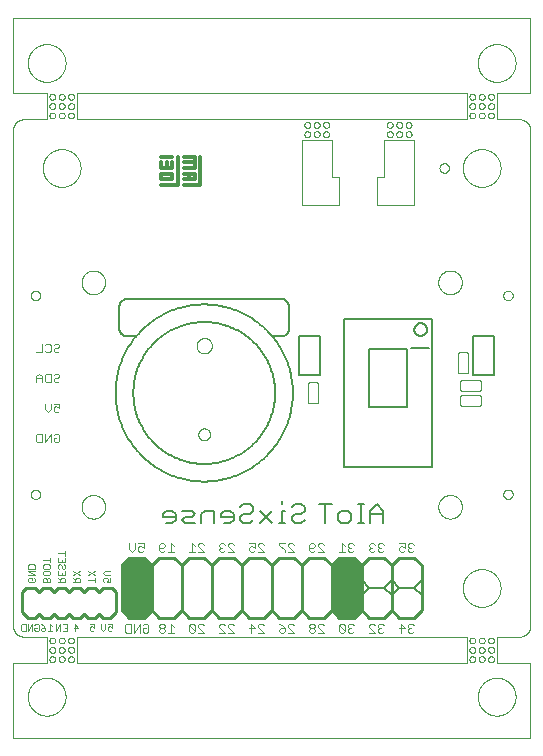
<source format=gbo>
G75*
%MOIN*%
%OFA0B0*%
%FSLAX25Y25*%
%IPPOS*%
%LPD*%
%AMOC8*
5,1,8,0,0,1.08239X$1,22.5*
%
%ADD10C,0.00000*%
%ADD11C,0.00300*%
%ADD12C,0.01000*%
%ADD13C,0.00600*%
%ADD14C,0.00200*%
%ADD15C,0.01200*%
%ADD16C,0.00500*%
%ADD17C,0.00787*%
D10*
X0003000Y0001000D02*
X0175500Y0001000D01*
X0175500Y0026000D01*
X0164250Y0026000D01*
X0164250Y0034750D01*
X0171750Y0034750D01*
X0171870Y0034752D01*
X0171990Y0034758D01*
X0172110Y0034767D01*
X0172230Y0034781D01*
X0172348Y0034798D01*
X0172467Y0034819D01*
X0172584Y0034844D01*
X0172701Y0034873D01*
X0172817Y0034905D01*
X0172932Y0034941D01*
X0173045Y0034981D01*
X0173157Y0035024D01*
X0173268Y0035071D01*
X0173377Y0035121D01*
X0173485Y0035175D01*
X0173590Y0035233D01*
X0173694Y0035293D01*
X0173796Y0035357D01*
X0173895Y0035424D01*
X0173993Y0035495D01*
X0174088Y0035568D01*
X0174181Y0035645D01*
X0174271Y0035724D01*
X0174359Y0035806D01*
X0174444Y0035891D01*
X0174526Y0035979D01*
X0174605Y0036069D01*
X0174682Y0036162D01*
X0174755Y0036257D01*
X0174826Y0036355D01*
X0174893Y0036454D01*
X0174957Y0036556D01*
X0175017Y0036660D01*
X0175075Y0036765D01*
X0175129Y0036873D01*
X0175179Y0036982D01*
X0175226Y0037093D01*
X0175269Y0037205D01*
X0175309Y0037318D01*
X0175345Y0037433D01*
X0175377Y0037549D01*
X0175406Y0037666D01*
X0175431Y0037783D01*
X0175452Y0037902D01*
X0175469Y0038020D01*
X0175483Y0038140D01*
X0175492Y0038260D01*
X0175498Y0038380D01*
X0175500Y0038500D01*
X0175500Y0203500D01*
X0175498Y0203620D01*
X0175492Y0203740D01*
X0175483Y0203860D01*
X0175469Y0203980D01*
X0175452Y0204098D01*
X0175431Y0204217D01*
X0175406Y0204334D01*
X0175377Y0204451D01*
X0175345Y0204567D01*
X0175309Y0204682D01*
X0175269Y0204795D01*
X0175226Y0204907D01*
X0175179Y0205018D01*
X0175129Y0205127D01*
X0175075Y0205235D01*
X0175017Y0205340D01*
X0174957Y0205444D01*
X0174893Y0205546D01*
X0174826Y0205645D01*
X0174755Y0205743D01*
X0174682Y0205838D01*
X0174605Y0205931D01*
X0174526Y0206021D01*
X0174444Y0206109D01*
X0174359Y0206194D01*
X0174271Y0206276D01*
X0174181Y0206355D01*
X0174088Y0206432D01*
X0173993Y0206505D01*
X0173895Y0206576D01*
X0173796Y0206643D01*
X0173694Y0206707D01*
X0173590Y0206767D01*
X0173485Y0206825D01*
X0173377Y0206879D01*
X0173268Y0206929D01*
X0173157Y0206976D01*
X0173045Y0207019D01*
X0172932Y0207059D01*
X0172817Y0207095D01*
X0172701Y0207127D01*
X0172584Y0207156D01*
X0172467Y0207181D01*
X0172348Y0207202D01*
X0172230Y0207219D01*
X0172110Y0207233D01*
X0171990Y0207242D01*
X0171870Y0207248D01*
X0171750Y0207250D01*
X0164250Y0207250D01*
X0164250Y0216000D01*
X0175500Y0216000D01*
X0175500Y0241000D01*
X0003000Y0241000D01*
X0003000Y0216000D01*
X0014250Y0216000D01*
X0014250Y0207250D01*
X0006750Y0207250D01*
X0006630Y0207248D01*
X0006510Y0207242D01*
X0006390Y0207233D01*
X0006270Y0207219D01*
X0006152Y0207202D01*
X0006033Y0207181D01*
X0005916Y0207156D01*
X0005799Y0207127D01*
X0005683Y0207095D01*
X0005568Y0207059D01*
X0005455Y0207019D01*
X0005343Y0206976D01*
X0005232Y0206929D01*
X0005123Y0206879D01*
X0005015Y0206825D01*
X0004910Y0206767D01*
X0004806Y0206707D01*
X0004704Y0206643D01*
X0004605Y0206576D01*
X0004507Y0206505D01*
X0004412Y0206432D01*
X0004319Y0206355D01*
X0004229Y0206276D01*
X0004141Y0206194D01*
X0004056Y0206109D01*
X0003974Y0206021D01*
X0003895Y0205931D01*
X0003818Y0205838D01*
X0003745Y0205743D01*
X0003674Y0205645D01*
X0003607Y0205546D01*
X0003543Y0205444D01*
X0003483Y0205340D01*
X0003425Y0205235D01*
X0003371Y0205127D01*
X0003321Y0205018D01*
X0003274Y0204907D01*
X0003231Y0204795D01*
X0003191Y0204682D01*
X0003155Y0204567D01*
X0003123Y0204451D01*
X0003094Y0204334D01*
X0003069Y0204217D01*
X0003048Y0204098D01*
X0003031Y0203980D01*
X0003017Y0203860D01*
X0003008Y0203740D01*
X0003002Y0203620D01*
X0003000Y0203500D01*
X0003000Y0038500D01*
X0003002Y0038380D01*
X0003008Y0038260D01*
X0003017Y0038140D01*
X0003031Y0038020D01*
X0003048Y0037902D01*
X0003069Y0037783D01*
X0003094Y0037666D01*
X0003123Y0037549D01*
X0003155Y0037433D01*
X0003191Y0037318D01*
X0003231Y0037205D01*
X0003274Y0037093D01*
X0003321Y0036982D01*
X0003371Y0036873D01*
X0003425Y0036765D01*
X0003483Y0036660D01*
X0003543Y0036556D01*
X0003607Y0036454D01*
X0003674Y0036355D01*
X0003745Y0036257D01*
X0003818Y0036162D01*
X0003895Y0036069D01*
X0003974Y0035979D01*
X0004056Y0035891D01*
X0004141Y0035806D01*
X0004229Y0035724D01*
X0004319Y0035645D01*
X0004412Y0035568D01*
X0004507Y0035495D01*
X0004605Y0035424D01*
X0004704Y0035357D01*
X0004806Y0035293D01*
X0004910Y0035233D01*
X0005015Y0035175D01*
X0005123Y0035121D01*
X0005232Y0035071D01*
X0005343Y0035024D01*
X0005455Y0034981D01*
X0005568Y0034941D01*
X0005683Y0034905D01*
X0005799Y0034873D01*
X0005916Y0034844D01*
X0006033Y0034819D01*
X0006152Y0034798D01*
X0006270Y0034781D01*
X0006390Y0034767D01*
X0006510Y0034758D01*
X0006630Y0034752D01*
X0006750Y0034750D01*
X0014250Y0034750D01*
X0014250Y0026000D01*
X0003000Y0026000D01*
X0003000Y0001000D01*
X0007951Y0014750D02*
X0007953Y0014908D01*
X0007959Y0015066D01*
X0007969Y0015224D01*
X0007983Y0015382D01*
X0008001Y0015539D01*
X0008022Y0015696D01*
X0008048Y0015852D01*
X0008078Y0016008D01*
X0008111Y0016163D01*
X0008149Y0016316D01*
X0008190Y0016469D01*
X0008235Y0016621D01*
X0008284Y0016772D01*
X0008337Y0016921D01*
X0008393Y0017069D01*
X0008453Y0017215D01*
X0008517Y0017360D01*
X0008585Y0017503D01*
X0008656Y0017645D01*
X0008730Y0017785D01*
X0008808Y0017922D01*
X0008890Y0018058D01*
X0008974Y0018192D01*
X0009063Y0018323D01*
X0009154Y0018452D01*
X0009249Y0018579D01*
X0009346Y0018704D01*
X0009447Y0018826D01*
X0009551Y0018945D01*
X0009658Y0019062D01*
X0009768Y0019176D01*
X0009881Y0019287D01*
X0009996Y0019396D01*
X0010114Y0019501D01*
X0010235Y0019603D01*
X0010358Y0019703D01*
X0010484Y0019799D01*
X0010612Y0019892D01*
X0010742Y0019982D01*
X0010875Y0020068D01*
X0011010Y0020152D01*
X0011146Y0020231D01*
X0011285Y0020308D01*
X0011426Y0020380D01*
X0011568Y0020450D01*
X0011712Y0020515D01*
X0011858Y0020577D01*
X0012005Y0020635D01*
X0012154Y0020690D01*
X0012304Y0020741D01*
X0012455Y0020788D01*
X0012607Y0020831D01*
X0012760Y0020870D01*
X0012915Y0020906D01*
X0013070Y0020937D01*
X0013226Y0020965D01*
X0013382Y0020989D01*
X0013539Y0021009D01*
X0013697Y0021025D01*
X0013854Y0021037D01*
X0014013Y0021045D01*
X0014171Y0021049D01*
X0014329Y0021049D01*
X0014487Y0021045D01*
X0014646Y0021037D01*
X0014803Y0021025D01*
X0014961Y0021009D01*
X0015118Y0020989D01*
X0015274Y0020965D01*
X0015430Y0020937D01*
X0015585Y0020906D01*
X0015740Y0020870D01*
X0015893Y0020831D01*
X0016045Y0020788D01*
X0016196Y0020741D01*
X0016346Y0020690D01*
X0016495Y0020635D01*
X0016642Y0020577D01*
X0016788Y0020515D01*
X0016932Y0020450D01*
X0017074Y0020380D01*
X0017215Y0020308D01*
X0017354Y0020231D01*
X0017490Y0020152D01*
X0017625Y0020068D01*
X0017758Y0019982D01*
X0017888Y0019892D01*
X0018016Y0019799D01*
X0018142Y0019703D01*
X0018265Y0019603D01*
X0018386Y0019501D01*
X0018504Y0019396D01*
X0018619Y0019287D01*
X0018732Y0019176D01*
X0018842Y0019062D01*
X0018949Y0018945D01*
X0019053Y0018826D01*
X0019154Y0018704D01*
X0019251Y0018579D01*
X0019346Y0018452D01*
X0019437Y0018323D01*
X0019526Y0018192D01*
X0019610Y0018058D01*
X0019692Y0017922D01*
X0019770Y0017785D01*
X0019844Y0017645D01*
X0019915Y0017503D01*
X0019983Y0017360D01*
X0020047Y0017215D01*
X0020107Y0017069D01*
X0020163Y0016921D01*
X0020216Y0016772D01*
X0020265Y0016621D01*
X0020310Y0016469D01*
X0020351Y0016316D01*
X0020389Y0016163D01*
X0020422Y0016008D01*
X0020452Y0015852D01*
X0020478Y0015696D01*
X0020499Y0015539D01*
X0020517Y0015382D01*
X0020531Y0015224D01*
X0020541Y0015066D01*
X0020547Y0014908D01*
X0020549Y0014750D01*
X0020547Y0014592D01*
X0020541Y0014434D01*
X0020531Y0014276D01*
X0020517Y0014118D01*
X0020499Y0013961D01*
X0020478Y0013804D01*
X0020452Y0013648D01*
X0020422Y0013492D01*
X0020389Y0013337D01*
X0020351Y0013184D01*
X0020310Y0013031D01*
X0020265Y0012879D01*
X0020216Y0012728D01*
X0020163Y0012579D01*
X0020107Y0012431D01*
X0020047Y0012285D01*
X0019983Y0012140D01*
X0019915Y0011997D01*
X0019844Y0011855D01*
X0019770Y0011715D01*
X0019692Y0011578D01*
X0019610Y0011442D01*
X0019526Y0011308D01*
X0019437Y0011177D01*
X0019346Y0011048D01*
X0019251Y0010921D01*
X0019154Y0010796D01*
X0019053Y0010674D01*
X0018949Y0010555D01*
X0018842Y0010438D01*
X0018732Y0010324D01*
X0018619Y0010213D01*
X0018504Y0010104D01*
X0018386Y0009999D01*
X0018265Y0009897D01*
X0018142Y0009797D01*
X0018016Y0009701D01*
X0017888Y0009608D01*
X0017758Y0009518D01*
X0017625Y0009432D01*
X0017490Y0009348D01*
X0017354Y0009269D01*
X0017215Y0009192D01*
X0017074Y0009120D01*
X0016932Y0009050D01*
X0016788Y0008985D01*
X0016642Y0008923D01*
X0016495Y0008865D01*
X0016346Y0008810D01*
X0016196Y0008759D01*
X0016045Y0008712D01*
X0015893Y0008669D01*
X0015740Y0008630D01*
X0015585Y0008594D01*
X0015430Y0008563D01*
X0015274Y0008535D01*
X0015118Y0008511D01*
X0014961Y0008491D01*
X0014803Y0008475D01*
X0014646Y0008463D01*
X0014487Y0008455D01*
X0014329Y0008451D01*
X0014171Y0008451D01*
X0014013Y0008455D01*
X0013854Y0008463D01*
X0013697Y0008475D01*
X0013539Y0008491D01*
X0013382Y0008511D01*
X0013226Y0008535D01*
X0013070Y0008563D01*
X0012915Y0008594D01*
X0012760Y0008630D01*
X0012607Y0008669D01*
X0012455Y0008712D01*
X0012304Y0008759D01*
X0012154Y0008810D01*
X0012005Y0008865D01*
X0011858Y0008923D01*
X0011712Y0008985D01*
X0011568Y0009050D01*
X0011426Y0009120D01*
X0011285Y0009192D01*
X0011146Y0009269D01*
X0011010Y0009348D01*
X0010875Y0009432D01*
X0010742Y0009518D01*
X0010612Y0009608D01*
X0010484Y0009701D01*
X0010358Y0009797D01*
X0010235Y0009897D01*
X0010114Y0009999D01*
X0009996Y0010104D01*
X0009881Y0010213D01*
X0009768Y0010324D01*
X0009658Y0010438D01*
X0009551Y0010555D01*
X0009447Y0010674D01*
X0009346Y0010796D01*
X0009249Y0010921D01*
X0009154Y0011048D01*
X0009063Y0011177D01*
X0008974Y0011308D01*
X0008890Y0011442D01*
X0008808Y0011578D01*
X0008730Y0011715D01*
X0008656Y0011855D01*
X0008585Y0011997D01*
X0008517Y0012140D01*
X0008453Y0012285D01*
X0008393Y0012431D01*
X0008337Y0012579D01*
X0008284Y0012728D01*
X0008235Y0012879D01*
X0008190Y0013031D01*
X0008149Y0013184D01*
X0008111Y0013337D01*
X0008078Y0013492D01*
X0008048Y0013648D01*
X0008022Y0013804D01*
X0008001Y0013961D01*
X0007983Y0014118D01*
X0007969Y0014276D01*
X0007959Y0014434D01*
X0007953Y0014592D01*
X0007951Y0014750D01*
X0015141Y0027250D02*
X0015143Y0027312D01*
X0015149Y0027375D01*
X0015159Y0027436D01*
X0015173Y0027497D01*
X0015190Y0027557D01*
X0015211Y0027616D01*
X0015237Y0027673D01*
X0015265Y0027728D01*
X0015297Y0027782D01*
X0015333Y0027833D01*
X0015371Y0027883D01*
X0015413Y0027929D01*
X0015457Y0027973D01*
X0015505Y0028014D01*
X0015554Y0028052D01*
X0015606Y0028086D01*
X0015660Y0028117D01*
X0015716Y0028145D01*
X0015774Y0028169D01*
X0015833Y0028190D01*
X0015893Y0028206D01*
X0015954Y0028219D01*
X0016016Y0028228D01*
X0016078Y0028233D01*
X0016141Y0028234D01*
X0016203Y0028231D01*
X0016265Y0028224D01*
X0016327Y0028213D01*
X0016387Y0028198D01*
X0016447Y0028180D01*
X0016505Y0028158D01*
X0016562Y0028132D01*
X0016617Y0028102D01*
X0016670Y0028069D01*
X0016721Y0028033D01*
X0016769Y0027994D01*
X0016815Y0027951D01*
X0016858Y0027906D01*
X0016898Y0027858D01*
X0016935Y0027808D01*
X0016969Y0027755D01*
X0017000Y0027701D01*
X0017026Y0027645D01*
X0017050Y0027587D01*
X0017069Y0027527D01*
X0017085Y0027467D01*
X0017097Y0027405D01*
X0017105Y0027344D01*
X0017109Y0027281D01*
X0017109Y0027219D01*
X0017105Y0027156D01*
X0017097Y0027095D01*
X0017085Y0027033D01*
X0017069Y0026973D01*
X0017050Y0026913D01*
X0017026Y0026855D01*
X0017000Y0026799D01*
X0016969Y0026745D01*
X0016935Y0026692D01*
X0016898Y0026642D01*
X0016858Y0026594D01*
X0016815Y0026549D01*
X0016769Y0026506D01*
X0016721Y0026467D01*
X0016670Y0026431D01*
X0016617Y0026398D01*
X0016562Y0026368D01*
X0016505Y0026342D01*
X0016447Y0026320D01*
X0016387Y0026302D01*
X0016327Y0026287D01*
X0016265Y0026276D01*
X0016203Y0026269D01*
X0016141Y0026266D01*
X0016078Y0026267D01*
X0016016Y0026272D01*
X0015954Y0026281D01*
X0015893Y0026294D01*
X0015833Y0026310D01*
X0015774Y0026331D01*
X0015716Y0026355D01*
X0015660Y0026383D01*
X0015606Y0026414D01*
X0015554Y0026448D01*
X0015505Y0026486D01*
X0015457Y0026527D01*
X0015413Y0026571D01*
X0015371Y0026617D01*
X0015333Y0026667D01*
X0015297Y0026718D01*
X0015265Y0026772D01*
X0015237Y0026827D01*
X0015211Y0026884D01*
X0015190Y0026943D01*
X0015173Y0027003D01*
X0015159Y0027064D01*
X0015149Y0027125D01*
X0015143Y0027188D01*
X0015141Y0027250D01*
X0015141Y0030375D02*
X0015143Y0030437D01*
X0015149Y0030500D01*
X0015159Y0030561D01*
X0015173Y0030622D01*
X0015190Y0030682D01*
X0015211Y0030741D01*
X0015237Y0030798D01*
X0015265Y0030853D01*
X0015297Y0030907D01*
X0015333Y0030958D01*
X0015371Y0031008D01*
X0015413Y0031054D01*
X0015457Y0031098D01*
X0015505Y0031139D01*
X0015554Y0031177D01*
X0015606Y0031211D01*
X0015660Y0031242D01*
X0015716Y0031270D01*
X0015774Y0031294D01*
X0015833Y0031315D01*
X0015893Y0031331D01*
X0015954Y0031344D01*
X0016016Y0031353D01*
X0016078Y0031358D01*
X0016141Y0031359D01*
X0016203Y0031356D01*
X0016265Y0031349D01*
X0016327Y0031338D01*
X0016387Y0031323D01*
X0016447Y0031305D01*
X0016505Y0031283D01*
X0016562Y0031257D01*
X0016617Y0031227D01*
X0016670Y0031194D01*
X0016721Y0031158D01*
X0016769Y0031119D01*
X0016815Y0031076D01*
X0016858Y0031031D01*
X0016898Y0030983D01*
X0016935Y0030933D01*
X0016969Y0030880D01*
X0017000Y0030826D01*
X0017026Y0030770D01*
X0017050Y0030712D01*
X0017069Y0030652D01*
X0017085Y0030592D01*
X0017097Y0030530D01*
X0017105Y0030469D01*
X0017109Y0030406D01*
X0017109Y0030344D01*
X0017105Y0030281D01*
X0017097Y0030220D01*
X0017085Y0030158D01*
X0017069Y0030098D01*
X0017050Y0030038D01*
X0017026Y0029980D01*
X0017000Y0029924D01*
X0016969Y0029870D01*
X0016935Y0029817D01*
X0016898Y0029767D01*
X0016858Y0029719D01*
X0016815Y0029674D01*
X0016769Y0029631D01*
X0016721Y0029592D01*
X0016670Y0029556D01*
X0016617Y0029523D01*
X0016562Y0029493D01*
X0016505Y0029467D01*
X0016447Y0029445D01*
X0016387Y0029427D01*
X0016327Y0029412D01*
X0016265Y0029401D01*
X0016203Y0029394D01*
X0016141Y0029391D01*
X0016078Y0029392D01*
X0016016Y0029397D01*
X0015954Y0029406D01*
X0015893Y0029419D01*
X0015833Y0029435D01*
X0015774Y0029456D01*
X0015716Y0029480D01*
X0015660Y0029508D01*
X0015606Y0029539D01*
X0015554Y0029573D01*
X0015505Y0029611D01*
X0015457Y0029652D01*
X0015413Y0029696D01*
X0015371Y0029742D01*
X0015333Y0029792D01*
X0015297Y0029843D01*
X0015265Y0029897D01*
X0015237Y0029952D01*
X0015211Y0030009D01*
X0015190Y0030068D01*
X0015173Y0030128D01*
X0015159Y0030189D01*
X0015149Y0030250D01*
X0015143Y0030313D01*
X0015141Y0030375D01*
X0015141Y0033500D02*
X0015143Y0033562D01*
X0015149Y0033625D01*
X0015159Y0033686D01*
X0015173Y0033747D01*
X0015190Y0033807D01*
X0015211Y0033866D01*
X0015237Y0033923D01*
X0015265Y0033978D01*
X0015297Y0034032D01*
X0015333Y0034083D01*
X0015371Y0034133D01*
X0015413Y0034179D01*
X0015457Y0034223D01*
X0015505Y0034264D01*
X0015554Y0034302D01*
X0015606Y0034336D01*
X0015660Y0034367D01*
X0015716Y0034395D01*
X0015774Y0034419D01*
X0015833Y0034440D01*
X0015893Y0034456D01*
X0015954Y0034469D01*
X0016016Y0034478D01*
X0016078Y0034483D01*
X0016141Y0034484D01*
X0016203Y0034481D01*
X0016265Y0034474D01*
X0016327Y0034463D01*
X0016387Y0034448D01*
X0016447Y0034430D01*
X0016505Y0034408D01*
X0016562Y0034382D01*
X0016617Y0034352D01*
X0016670Y0034319D01*
X0016721Y0034283D01*
X0016769Y0034244D01*
X0016815Y0034201D01*
X0016858Y0034156D01*
X0016898Y0034108D01*
X0016935Y0034058D01*
X0016969Y0034005D01*
X0017000Y0033951D01*
X0017026Y0033895D01*
X0017050Y0033837D01*
X0017069Y0033777D01*
X0017085Y0033717D01*
X0017097Y0033655D01*
X0017105Y0033594D01*
X0017109Y0033531D01*
X0017109Y0033469D01*
X0017105Y0033406D01*
X0017097Y0033345D01*
X0017085Y0033283D01*
X0017069Y0033223D01*
X0017050Y0033163D01*
X0017026Y0033105D01*
X0017000Y0033049D01*
X0016969Y0032995D01*
X0016935Y0032942D01*
X0016898Y0032892D01*
X0016858Y0032844D01*
X0016815Y0032799D01*
X0016769Y0032756D01*
X0016721Y0032717D01*
X0016670Y0032681D01*
X0016617Y0032648D01*
X0016562Y0032618D01*
X0016505Y0032592D01*
X0016447Y0032570D01*
X0016387Y0032552D01*
X0016327Y0032537D01*
X0016265Y0032526D01*
X0016203Y0032519D01*
X0016141Y0032516D01*
X0016078Y0032517D01*
X0016016Y0032522D01*
X0015954Y0032531D01*
X0015893Y0032544D01*
X0015833Y0032560D01*
X0015774Y0032581D01*
X0015716Y0032605D01*
X0015660Y0032633D01*
X0015606Y0032664D01*
X0015554Y0032698D01*
X0015505Y0032736D01*
X0015457Y0032777D01*
X0015413Y0032821D01*
X0015371Y0032867D01*
X0015333Y0032917D01*
X0015297Y0032968D01*
X0015265Y0033022D01*
X0015237Y0033077D01*
X0015211Y0033134D01*
X0015190Y0033193D01*
X0015173Y0033253D01*
X0015159Y0033314D01*
X0015149Y0033375D01*
X0015143Y0033438D01*
X0015141Y0033500D01*
X0018266Y0033500D02*
X0018268Y0033562D01*
X0018274Y0033625D01*
X0018284Y0033686D01*
X0018298Y0033747D01*
X0018315Y0033807D01*
X0018336Y0033866D01*
X0018362Y0033923D01*
X0018390Y0033978D01*
X0018422Y0034032D01*
X0018458Y0034083D01*
X0018496Y0034133D01*
X0018538Y0034179D01*
X0018582Y0034223D01*
X0018630Y0034264D01*
X0018679Y0034302D01*
X0018731Y0034336D01*
X0018785Y0034367D01*
X0018841Y0034395D01*
X0018899Y0034419D01*
X0018958Y0034440D01*
X0019018Y0034456D01*
X0019079Y0034469D01*
X0019141Y0034478D01*
X0019203Y0034483D01*
X0019266Y0034484D01*
X0019328Y0034481D01*
X0019390Y0034474D01*
X0019452Y0034463D01*
X0019512Y0034448D01*
X0019572Y0034430D01*
X0019630Y0034408D01*
X0019687Y0034382D01*
X0019742Y0034352D01*
X0019795Y0034319D01*
X0019846Y0034283D01*
X0019894Y0034244D01*
X0019940Y0034201D01*
X0019983Y0034156D01*
X0020023Y0034108D01*
X0020060Y0034058D01*
X0020094Y0034005D01*
X0020125Y0033951D01*
X0020151Y0033895D01*
X0020175Y0033837D01*
X0020194Y0033777D01*
X0020210Y0033717D01*
X0020222Y0033655D01*
X0020230Y0033594D01*
X0020234Y0033531D01*
X0020234Y0033469D01*
X0020230Y0033406D01*
X0020222Y0033345D01*
X0020210Y0033283D01*
X0020194Y0033223D01*
X0020175Y0033163D01*
X0020151Y0033105D01*
X0020125Y0033049D01*
X0020094Y0032995D01*
X0020060Y0032942D01*
X0020023Y0032892D01*
X0019983Y0032844D01*
X0019940Y0032799D01*
X0019894Y0032756D01*
X0019846Y0032717D01*
X0019795Y0032681D01*
X0019742Y0032648D01*
X0019687Y0032618D01*
X0019630Y0032592D01*
X0019572Y0032570D01*
X0019512Y0032552D01*
X0019452Y0032537D01*
X0019390Y0032526D01*
X0019328Y0032519D01*
X0019266Y0032516D01*
X0019203Y0032517D01*
X0019141Y0032522D01*
X0019079Y0032531D01*
X0019018Y0032544D01*
X0018958Y0032560D01*
X0018899Y0032581D01*
X0018841Y0032605D01*
X0018785Y0032633D01*
X0018731Y0032664D01*
X0018679Y0032698D01*
X0018630Y0032736D01*
X0018582Y0032777D01*
X0018538Y0032821D01*
X0018496Y0032867D01*
X0018458Y0032917D01*
X0018422Y0032968D01*
X0018390Y0033022D01*
X0018362Y0033077D01*
X0018336Y0033134D01*
X0018315Y0033193D01*
X0018298Y0033253D01*
X0018284Y0033314D01*
X0018274Y0033375D01*
X0018268Y0033438D01*
X0018266Y0033500D01*
X0018266Y0030375D02*
X0018268Y0030437D01*
X0018274Y0030500D01*
X0018284Y0030561D01*
X0018298Y0030622D01*
X0018315Y0030682D01*
X0018336Y0030741D01*
X0018362Y0030798D01*
X0018390Y0030853D01*
X0018422Y0030907D01*
X0018458Y0030958D01*
X0018496Y0031008D01*
X0018538Y0031054D01*
X0018582Y0031098D01*
X0018630Y0031139D01*
X0018679Y0031177D01*
X0018731Y0031211D01*
X0018785Y0031242D01*
X0018841Y0031270D01*
X0018899Y0031294D01*
X0018958Y0031315D01*
X0019018Y0031331D01*
X0019079Y0031344D01*
X0019141Y0031353D01*
X0019203Y0031358D01*
X0019266Y0031359D01*
X0019328Y0031356D01*
X0019390Y0031349D01*
X0019452Y0031338D01*
X0019512Y0031323D01*
X0019572Y0031305D01*
X0019630Y0031283D01*
X0019687Y0031257D01*
X0019742Y0031227D01*
X0019795Y0031194D01*
X0019846Y0031158D01*
X0019894Y0031119D01*
X0019940Y0031076D01*
X0019983Y0031031D01*
X0020023Y0030983D01*
X0020060Y0030933D01*
X0020094Y0030880D01*
X0020125Y0030826D01*
X0020151Y0030770D01*
X0020175Y0030712D01*
X0020194Y0030652D01*
X0020210Y0030592D01*
X0020222Y0030530D01*
X0020230Y0030469D01*
X0020234Y0030406D01*
X0020234Y0030344D01*
X0020230Y0030281D01*
X0020222Y0030220D01*
X0020210Y0030158D01*
X0020194Y0030098D01*
X0020175Y0030038D01*
X0020151Y0029980D01*
X0020125Y0029924D01*
X0020094Y0029870D01*
X0020060Y0029817D01*
X0020023Y0029767D01*
X0019983Y0029719D01*
X0019940Y0029674D01*
X0019894Y0029631D01*
X0019846Y0029592D01*
X0019795Y0029556D01*
X0019742Y0029523D01*
X0019687Y0029493D01*
X0019630Y0029467D01*
X0019572Y0029445D01*
X0019512Y0029427D01*
X0019452Y0029412D01*
X0019390Y0029401D01*
X0019328Y0029394D01*
X0019266Y0029391D01*
X0019203Y0029392D01*
X0019141Y0029397D01*
X0019079Y0029406D01*
X0019018Y0029419D01*
X0018958Y0029435D01*
X0018899Y0029456D01*
X0018841Y0029480D01*
X0018785Y0029508D01*
X0018731Y0029539D01*
X0018679Y0029573D01*
X0018630Y0029611D01*
X0018582Y0029652D01*
X0018538Y0029696D01*
X0018496Y0029742D01*
X0018458Y0029792D01*
X0018422Y0029843D01*
X0018390Y0029897D01*
X0018362Y0029952D01*
X0018336Y0030009D01*
X0018315Y0030068D01*
X0018298Y0030128D01*
X0018284Y0030189D01*
X0018274Y0030250D01*
X0018268Y0030313D01*
X0018266Y0030375D01*
X0018266Y0027250D02*
X0018268Y0027312D01*
X0018274Y0027375D01*
X0018284Y0027436D01*
X0018298Y0027497D01*
X0018315Y0027557D01*
X0018336Y0027616D01*
X0018362Y0027673D01*
X0018390Y0027728D01*
X0018422Y0027782D01*
X0018458Y0027833D01*
X0018496Y0027883D01*
X0018538Y0027929D01*
X0018582Y0027973D01*
X0018630Y0028014D01*
X0018679Y0028052D01*
X0018731Y0028086D01*
X0018785Y0028117D01*
X0018841Y0028145D01*
X0018899Y0028169D01*
X0018958Y0028190D01*
X0019018Y0028206D01*
X0019079Y0028219D01*
X0019141Y0028228D01*
X0019203Y0028233D01*
X0019266Y0028234D01*
X0019328Y0028231D01*
X0019390Y0028224D01*
X0019452Y0028213D01*
X0019512Y0028198D01*
X0019572Y0028180D01*
X0019630Y0028158D01*
X0019687Y0028132D01*
X0019742Y0028102D01*
X0019795Y0028069D01*
X0019846Y0028033D01*
X0019894Y0027994D01*
X0019940Y0027951D01*
X0019983Y0027906D01*
X0020023Y0027858D01*
X0020060Y0027808D01*
X0020094Y0027755D01*
X0020125Y0027701D01*
X0020151Y0027645D01*
X0020175Y0027587D01*
X0020194Y0027527D01*
X0020210Y0027467D01*
X0020222Y0027405D01*
X0020230Y0027344D01*
X0020234Y0027281D01*
X0020234Y0027219D01*
X0020230Y0027156D01*
X0020222Y0027095D01*
X0020210Y0027033D01*
X0020194Y0026973D01*
X0020175Y0026913D01*
X0020151Y0026855D01*
X0020125Y0026799D01*
X0020094Y0026745D01*
X0020060Y0026692D01*
X0020023Y0026642D01*
X0019983Y0026594D01*
X0019940Y0026549D01*
X0019894Y0026506D01*
X0019846Y0026467D01*
X0019795Y0026431D01*
X0019742Y0026398D01*
X0019687Y0026368D01*
X0019630Y0026342D01*
X0019572Y0026320D01*
X0019512Y0026302D01*
X0019452Y0026287D01*
X0019390Y0026276D01*
X0019328Y0026269D01*
X0019266Y0026266D01*
X0019203Y0026267D01*
X0019141Y0026272D01*
X0019079Y0026281D01*
X0019018Y0026294D01*
X0018958Y0026310D01*
X0018899Y0026331D01*
X0018841Y0026355D01*
X0018785Y0026383D01*
X0018731Y0026414D01*
X0018679Y0026448D01*
X0018630Y0026486D01*
X0018582Y0026527D01*
X0018538Y0026571D01*
X0018496Y0026617D01*
X0018458Y0026667D01*
X0018422Y0026718D01*
X0018390Y0026772D01*
X0018362Y0026827D01*
X0018336Y0026884D01*
X0018315Y0026943D01*
X0018298Y0027003D01*
X0018284Y0027064D01*
X0018274Y0027125D01*
X0018268Y0027188D01*
X0018266Y0027250D01*
X0021391Y0027250D02*
X0021393Y0027312D01*
X0021399Y0027375D01*
X0021409Y0027436D01*
X0021423Y0027497D01*
X0021440Y0027557D01*
X0021461Y0027616D01*
X0021487Y0027673D01*
X0021515Y0027728D01*
X0021547Y0027782D01*
X0021583Y0027833D01*
X0021621Y0027883D01*
X0021663Y0027929D01*
X0021707Y0027973D01*
X0021755Y0028014D01*
X0021804Y0028052D01*
X0021856Y0028086D01*
X0021910Y0028117D01*
X0021966Y0028145D01*
X0022024Y0028169D01*
X0022083Y0028190D01*
X0022143Y0028206D01*
X0022204Y0028219D01*
X0022266Y0028228D01*
X0022328Y0028233D01*
X0022391Y0028234D01*
X0022453Y0028231D01*
X0022515Y0028224D01*
X0022577Y0028213D01*
X0022637Y0028198D01*
X0022697Y0028180D01*
X0022755Y0028158D01*
X0022812Y0028132D01*
X0022867Y0028102D01*
X0022920Y0028069D01*
X0022971Y0028033D01*
X0023019Y0027994D01*
X0023065Y0027951D01*
X0023108Y0027906D01*
X0023148Y0027858D01*
X0023185Y0027808D01*
X0023219Y0027755D01*
X0023250Y0027701D01*
X0023276Y0027645D01*
X0023300Y0027587D01*
X0023319Y0027527D01*
X0023335Y0027467D01*
X0023347Y0027405D01*
X0023355Y0027344D01*
X0023359Y0027281D01*
X0023359Y0027219D01*
X0023355Y0027156D01*
X0023347Y0027095D01*
X0023335Y0027033D01*
X0023319Y0026973D01*
X0023300Y0026913D01*
X0023276Y0026855D01*
X0023250Y0026799D01*
X0023219Y0026745D01*
X0023185Y0026692D01*
X0023148Y0026642D01*
X0023108Y0026594D01*
X0023065Y0026549D01*
X0023019Y0026506D01*
X0022971Y0026467D01*
X0022920Y0026431D01*
X0022867Y0026398D01*
X0022812Y0026368D01*
X0022755Y0026342D01*
X0022697Y0026320D01*
X0022637Y0026302D01*
X0022577Y0026287D01*
X0022515Y0026276D01*
X0022453Y0026269D01*
X0022391Y0026266D01*
X0022328Y0026267D01*
X0022266Y0026272D01*
X0022204Y0026281D01*
X0022143Y0026294D01*
X0022083Y0026310D01*
X0022024Y0026331D01*
X0021966Y0026355D01*
X0021910Y0026383D01*
X0021856Y0026414D01*
X0021804Y0026448D01*
X0021755Y0026486D01*
X0021707Y0026527D01*
X0021663Y0026571D01*
X0021621Y0026617D01*
X0021583Y0026667D01*
X0021547Y0026718D01*
X0021515Y0026772D01*
X0021487Y0026827D01*
X0021461Y0026884D01*
X0021440Y0026943D01*
X0021423Y0027003D01*
X0021409Y0027064D01*
X0021399Y0027125D01*
X0021393Y0027188D01*
X0021391Y0027250D01*
X0024250Y0026000D02*
X0154250Y0026000D01*
X0154250Y0034750D01*
X0024250Y0034750D01*
X0024250Y0026000D01*
X0021391Y0030375D02*
X0021393Y0030437D01*
X0021399Y0030500D01*
X0021409Y0030561D01*
X0021423Y0030622D01*
X0021440Y0030682D01*
X0021461Y0030741D01*
X0021487Y0030798D01*
X0021515Y0030853D01*
X0021547Y0030907D01*
X0021583Y0030958D01*
X0021621Y0031008D01*
X0021663Y0031054D01*
X0021707Y0031098D01*
X0021755Y0031139D01*
X0021804Y0031177D01*
X0021856Y0031211D01*
X0021910Y0031242D01*
X0021966Y0031270D01*
X0022024Y0031294D01*
X0022083Y0031315D01*
X0022143Y0031331D01*
X0022204Y0031344D01*
X0022266Y0031353D01*
X0022328Y0031358D01*
X0022391Y0031359D01*
X0022453Y0031356D01*
X0022515Y0031349D01*
X0022577Y0031338D01*
X0022637Y0031323D01*
X0022697Y0031305D01*
X0022755Y0031283D01*
X0022812Y0031257D01*
X0022867Y0031227D01*
X0022920Y0031194D01*
X0022971Y0031158D01*
X0023019Y0031119D01*
X0023065Y0031076D01*
X0023108Y0031031D01*
X0023148Y0030983D01*
X0023185Y0030933D01*
X0023219Y0030880D01*
X0023250Y0030826D01*
X0023276Y0030770D01*
X0023300Y0030712D01*
X0023319Y0030652D01*
X0023335Y0030592D01*
X0023347Y0030530D01*
X0023355Y0030469D01*
X0023359Y0030406D01*
X0023359Y0030344D01*
X0023355Y0030281D01*
X0023347Y0030220D01*
X0023335Y0030158D01*
X0023319Y0030098D01*
X0023300Y0030038D01*
X0023276Y0029980D01*
X0023250Y0029924D01*
X0023219Y0029870D01*
X0023185Y0029817D01*
X0023148Y0029767D01*
X0023108Y0029719D01*
X0023065Y0029674D01*
X0023019Y0029631D01*
X0022971Y0029592D01*
X0022920Y0029556D01*
X0022867Y0029523D01*
X0022812Y0029493D01*
X0022755Y0029467D01*
X0022697Y0029445D01*
X0022637Y0029427D01*
X0022577Y0029412D01*
X0022515Y0029401D01*
X0022453Y0029394D01*
X0022391Y0029391D01*
X0022328Y0029392D01*
X0022266Y0029397D01*
X0022204Y0029406D01*
X0022143Y0029419D01*
X0022083Y0029435D01*
X0022024Y0029456D01*
X0021966Y0029480D01*
X0021910Y0029508D01*
X0021856Y0029539D01*
X0021804Y0029573D01*
X0021755Y0029611D01*
X0021707Y0029652D01*
X0021663Y0029696D01*
X0021621Y0029742D01*
X0021583Y0029792D01*
X0021547Y0029843D01*
X0021515Y0029897D01*
X0021487Y0029952D01*
X0021461Y0030009D01*
X0021440Y0030068D01*
X0021423Y0030128D01*
X0021409Y0030189D01*
X0021399Y0030250D01*
X0021393Y0030313D01*
X0021391Y0030375D01*
X0021391Y0033500D02*
X0021393Y0033562D01*
X0021399Y0033625D01*
X0021409Y0033686D01*
X0021423Y0033747D01*
X0021440Y0033807D01*
X0021461Y0033866D01*
X0021487Y0033923D01*
X0021515Y0033978D01*
X0021547Y0034032D01*
X0021583Y0034083D01*
X0021621Y0034133D01*
X0021663Y0034179D01*
X0021707Y0034223D01*
X0021755Y0034264D01*
X0021804Y0034302D01*
X0021856Y0034336D01*
X0021910Y0034367D01*
X0021966Y0034395D01*
X0022024Y0034419D01*
X0022083Y0034440D01*
X0022143Y0034456D01*
X0022204Y0034469D01*
X0022266Y0034478D01*
X0022328Y0034483D01*
X0022391Y0034484D01*
X0022453Y0034481D01*
X0022515Y0034474D01*
X0022577Y0034463D01*
X0022637Y0034448D01*
X0022697Y0034430D01*
X0022755Y0034408D01*
X0022812Y0034382D01*
X0022867Y0034352D01*
X0022920Y0034319D01*
X0022971Y0034283D01*
X0023019Y0034244D01*
X0023065Y0034201D01*
X0023108Y0034156D01*
X0023148Y0034108D01*
X0023185Y0034058D01*
X0023219Y0034005D01*
X0023250Y0033951D01*
X0023276Y0033895D01*
X0023300Y0033837D01*
X0023319Y0033777D01*
X0023335Y0033717D01*
X0023347Y0033655D01*
X0023355Y0033594D01*
X0023359Y0033531D01*
X0023359Y0033469D01*
X0023355Y0033406D01*
X0023347Y0033345D01*
X0023335Y0033283D01*
X0023319Y0033223D01*
X0023300Y0033163D01*
X0023276Y0033105D01*
X0023250Y0033049D01*
X0023219Y0032995D01*
X0023185Y0032942D01*
X0023148Y0032892D01*
X0023108Y0032844D01*
X0023065Y0032799D01*
X0023019Y0032756D01*
X0022971Y0032717D01*
X0022920Y0032681D01*
X0022867Y0032648D01*
X0022812Y0032618D01*
X0022755Y0032592D01*
X0022697Y0032570D01*
X0022637Y0032552D01*
X0022577Y0032537D01*
X0022515Y0032526D01*
X0022453Y0032519D01*
X0022391Y0032516D01*
X0022328Y0032517D01*
X0022266Y0032522D01*
X0022204Y0032531D01*
X0022143Y0032544D01*
X0022083Y0032560D01*
X0022024Y0032581D01*
X0021966Y0032605D01*
X0021910Y0032633D01*
X0021856Y0032664D01*
X0021804Y0032698D01*
X0021755Y0032736D01*
X0021707Y0032777D01*
X0021663Y0032821D01*
X0021621Y0032867D01*
X0021583Y0032917D01*
X0021547Y0032968D01*
X0021515Y0033022D01*
X0021487Y0033077D01*
X0021461Y0033134D01*
X0021440Y0033193D01*
X0021423Y0033253D01*
X0021409Y0033314D01*
X0021399Y0033375D01*
X0021393Y0033438D01*
X0021391Y0033500D01*
X0025860Y0078070D02*
X0025862Y0078195D01*
X0025868Y0078320D01*
X0025878Y0078444D01*
X0025892Y0078568D01*
X0025909Y0078692D01*
X0025931Y0078815D01*
X0025957Y0078937D01*
X0025986Y0079059D01*
X0026019Y0079179D01*
X0026057Y0079298D01*
X0026097Y0079417D01*
X0026142Y0079533D01*
X0026190Y0079648D01*
X0026242Y0079762D01*
X0026298Y0079874D01*
X0026357Y0079984D01*
X0026419Y0080092D01*
X0026485Y0080199D01*
X0026554Y0080303D01*
X0026627Y0080404D01*
X0026702Y0080504D01*
X0026781Y0080601D01*
X0026863Y0080695D01*
X0026948Y0080787D01*
X0027035Y0080876D01*
X0027126Y0080962D01*
X0027219Y0081045D01*
X0027315Y0081126D01*
X0027413Y0081203D01*
X0027513Y0081277D01*
X0027616Y0081348D01*
X0027721Y0081415D01*
X0027829Y0081480D01*
X0027938Y0081540D01*
X0028049Y0081598D01*
X0028162Y0081651D01*
X0028276Y0081701D01*
X0028392Y0081748D01*
X0028509Y0081790D01*
X0028628Y0081829D01*
X0028748Y0081865D01*
X0028869Y0081896D01*
X0028991Y0081924D01*
X0029113Y0081947D01*
X0029237Y0081967D01*
X0029361Y0081983D01*
X0029485Y0081995D01*
X0029610Y0082003D01*
X0029735Y0082007D01*
X0029859Y0082007D01*
X0029984Y0082003D01*
X0030109Y0081995D01*
X0030233Y0081983D01*
X0030357Y0081967D01*
X0030481Y0081947D01*
X0030603Y0081924D01*
X0030725Y0081896D01*
X0030846Y0081865D01*
X0030966Y0081829D01*
X0031085Y0081790D01*
X0031202Y0081748D01*
X0031318Y0081701D01*
X0031432Y0081651D01*
X0031545Y0081598D01*
X0031656Y0081540D01*
X0031766Y0081480D01*
X0031873Y0081415D01*
X0031978Y0081348D01*
X0032081Y0081277D01*
X0032181Y0081203D01*
X0032279Y0081126D01*
X0032375Y0081045D01*
X0032468Y0080962D01*
X0032559Y0080876D01*
X0032646Y0080787D01*
X0032731Y0080695D01*
X0032813Y0080601D01*
X0032892Y0080504D01*
X0032967Y0080404D01*
X0033040Y0080303D01*
X0033109Y0080199D01*
X0033175Y0080092D01*
X0033237Y0079984D01*
X0033296Y0079874D01*
X0033352Y0079762D01*
X0033404Y0079648D01*
X0033452Y0079533D01*
X0033497Y0079417D01*
X0033537Y0079298D01*
X0033575Y0079179D01*
X0033608Y0079059D01*
X0033637Y0078937D01*
X0033663Y0078815D01*
X0033685Y0078692D01*
X0033702Y0078568D01*
X0033716Y0078444D01*
X0033726Y0078320D01*
X0033732Y0078195D01*
X0033734Y0078070D01*
X0033732Y0077945D01*
X0033726Y0077820D01*
X0033716Y0077696D01*
X0033702Y0077572D01*
X0033685Y0077448D01*
X0033663Y0077325D01*
X0033637Y0077203D01*
X0033608Y0077081D01*
X0033575Y0076961D01*
X0033537Y0076842D01*
X0033497Y0076723D01*
X0033452Y0076607D01*
X0033404Y0076492D01*
X0033352Y0076378D01*
X0033296Y0076266D01*
X0033237Y0076156D01*
X0033175Y0076048D01*
X0033109Y0075941D01*
X0033040Y0075837D01*
X0032967Y0075736D01*
X0032892Y0075636D01*
X0032813Y0075539D01*
X0032731Y0075445D01*
X0032646Y0075353D01*
X0032559Y0075264D01*
X0032468Y0075178D01*
X0032375Y0075095D01*
X0032279Y0075014D01*
X0032181Y0074937D01*
X0032081Y0074863D01*
X0031978Y0074792D01*
X0031873Y0074725D01*
X0031765Y0074660D01*
X0031656Y0074600D01*
X0031545Y0074542D01*
X0031432Y0074489D01*
X0031318Y0074439D01*
X0031202Y0074392D01*
X0031085Y0074350D01*
X0030966Y0074311D01*
X0030846Y0074275D01*
X0030725Y0074244D01*
X0030603Y0074216D01*
X0030481Y0074193D01*
X0030357Y0074173D01*
X0030233Y0074157D01*
X0030109Y0074145D01*
X0029984Y0074137D01*
X0029859Y0074133D01*
X0029735Y0074133D01*
X0029610Y0074137D01*
X0029485Y0074145D01*
X0029361Y0074157D01*
X0029237Y0074173D01*
X0029113Y0074193D01*
X0028991Y0074216D01*
X0028869Y0074244D01*
X0028748Y0074275D01*
X0028628Y0074311D01*
X0028509Y0074350D01*
X0028392Y0074392D01*
X0028276Y0074439D01*
X0028162Y0074489D01*
X0028049Y0074542D01*
X0027938Y0074600D01*
X0027828Y0074660D01*
X0027721Y0074725D01*
X0027616Y0074792D01*
X0027513Y0074863D01*
X0027413Y0074937D01*
X0027315Y0075014D01*
X0027219Y0075095D01*
X0027126Y0075178D01*
X0027035Y0075264D01*
X0026948Y0075353D01*
X0026863Y0075445D01*
X0026781Y0075539D01*
X0026702Y0075636D01*
X0026627Y0075736D01*
X0026554Y0075837D01*
X0026485Y0075941D01*
X0026419Y0076048D01*
X0026357Y0076156D01*
X0026298Y0076266D01*
X0026242Y0076378D01*
X0026190Y0076492D01*
X0026142Y0076607D01*
X0026097Y0076723D01*
X0026057Y0076842D01*
X0026019Y0076961D01*
X0025986Y0077081D01*
X0025957Y0077203D01*
X0025931Y0077325D01*
X0025909Y0077448D01*
X0025892Y0077572D01*
X0025878Y0077696D01*
X0025868Y0077820D01*
X0025862Y0077945D01*
X0025860Y0078070D01*
X0008925Y0082250D02*
X0008927Y0082329D01*
X0008933Y0082408D01*
X0008943Y0082487D01*
X0008957Y0082565D01*
X0008974Y0082642D01*
X0008996Y0082718D01*
X0009021Y0082793D01*
X0009051Y0082866D01*
X0009083Y0082938D01*
X0009120Y0083009D01*
X0009160Y0083077D01*
X0009203Y0083143D01*
X0009249Y0083207D01*
X0009299Y0083269D01*
X0009352Y0083328D01*
X0009407Y0083384D01*
X0009466Y0083438D01*
X0009527Y0083488D01*
X0009590Y0083536D01*
X0009656Y0083580D01*
X0009724Y0083621D01*
X0009794Y0083658D01*
X0009865Y0083692D01*
X0009939Y0083722D01*
X0010013Y0083748D01*
X0010089Y0083770D01*
X0010166Y0083789D01*
X0010244Y0083804D01*
X0010322Y0083815D01*
X0010401Y0083822D01*
X0010480Y0083825D01*
X0010559Y0083824D01*
X0010638Y0083819D01*
X0010717Y0083810D01*
X0010795Y0083797D01*
X0010872Y0083780D01*
X0010949Y0083760D01*
X0011024Y0083735D01*
X0011098Y0083707D01*
X0011171Y0083675D01*
X0011241Y0083640D01*
X0011310Y0083601D01*
X0011377Y0083558D01*
X0011442Y0083512D01*
X0011504Y0083464D01*
X0011564Y0083412D01*
X0011621Y0083357D01*
X0011675Y0083299D01*
X0011726Y0083239D01*
X0011774Y0083176D01*
X0011819Y0083111D01*
X0011861Y0083043D01*
X0011899Y0082974D01*
X0011933Y0082903D01*
X0011964Y0082830D01*
X0011992Y0082755D01*
X0012015Y0082680D01*
X0012035Y0082603D01*
X0012051Y0082526D01*
X0012063Y0082447D01*
X0012071Y0082369D01*
X0012075Y0082290D01*
X0012075Y0082210D01*
X0012071Y0082131D01*
X0012063Y0082053D01*
X0012051Y0081974D01*
X0012035Y0081897D01*
X0012015Y0081820D01*
X0011992Y0081745D01*
X0011964Y0081670D01*
X0011933Y0081597D01*
X0011899Y0081526D01*
X0011861Y0081457D01*
X0011819Y0081389D01*
X0011774Y0081324D01*
X0011726Y0081261D01*
X0011675Y0081201D01*
X0011621Y0081143D01*
X0011564Y0081088D01*
X0011504Y0081036D01*
X0011442Y0080988D01*
X0011377Y0080942D01*
X0011310Y0080899D01*
X0011241Y0080860D01*
X0011171Y0080825D01*
X0011098Y0080793D01*
X0011024Y0080765D01*
X0010949Y0080740D01*
X0010872Y0080720D01*
X0010795Y0080703D01*
X0010717Y0080690D01*
X0010638Y0080681D01*
X0010559Y0080676D01*
X0010480Y0080675D01*
X0010401Y0080678D01*
X0010322Y0080685D01*
X0010244Y0080696D01*
X0010166Y0080711D01*
X0010089Y0080730D01*
X0010013Y0080752D01*
X0009939Y0080778D01*
X0009865Y0080808D01*
X0009794Y0080842D01*
X0009724Y0080879D01*
X0009656Y0080920D01*
X0009590Y0080964D01*
X0009527Y0081012D01*
X0009466Y0081062D01*
X0009407Y0081116D01*
X0009352Y0081172D01*
X0009299Y0081231D01*
X0009249Y0081293D01*
X0009203Y0081357D01*
X0009160Y0081423D01*
X0009120Y0081491D01*
X0009083Y0081562D01*
X0009051Y0081634D01*
X0009021Y0081707D01*
X0008996Y0081782D01*
X0008974Y0081858D01*
X0008957Y0081935D01*
X0008943Y0082013D01*
X0008933Y0082092D01*
X0008927Y0082171D01*
X0008925Y0082250D01*
X0008925Y0148500D02*
X0008927Y0148579D01*
X0008933Y0148658D01*
X0008943Y0148737D01*
X0008957Y0148815D01*
X0008974Y0148892D01*
X0008996Y0148968D01*
X0009021Y0149043D01*
X0009051Y0149116D01*
X0009083Y0149188D01*
X0009120Y0149259D01*
X0009160Y0149327D01*
X0009203Y0149393D01*
X0009249Y0149457D01*
X0009299Y0149519D01*
X0009352Y0149578D01*
X0009407Y0149634D01*
X0009466Y0149688D01*
X0009527Y0149738D01*
X0009590Y0149786D01*
X0009656Y0149830D01*
X0009724Y0149871D01*
X0009794Y0149908D01*
X0009865Y0149942D01*
X0009939Y0149972D01*
X0010013Y0149998D01*
X0010089Y0150020D01*
X0010166Y0150039D01*
X0010244Y0150054D01*
X0010322Y0150065D01*
X0010401Y0150072D01*
X0010480Y0150075D01*
X0010559Y0150074D01*
X0010638Y0150069D01*
X0010717Y0150060D01*
X0010795Y0150047D01*
X0010872Y0150030D01*
X0010949Y0150010D01*
X0011024Y0149985D01*
X0011098Y0149957D01*
X0011171Y0149925D01*
X0011241Y0149890D01*
X0011310Y0149851D01*
X0011377Y0149808D01*
X0011442Y0149762D01*
X0011504Y0149714D01*
X0011564Y0149662D01*
X0011621Y0149607D01*
X0011675Y0149549D01*
X0011726Y0149489D01*
X0011774Y0149426D01*
X0011819Y0149361D01*
X0011861Y0149293D01*
X0011899Y0149224D01*
X0011933Y0149153D01*
X0011964Y0149080D01*
X0011992Y0149005D01*
X0012015Y0148930D01*
X0012035Y0148853D01*
X0012051Y0148776D01*
X0012063Y0148697D01*
X0012071Y0148619D01*
X0012075Y0148540D01*
X0012075Y0148460D01*
X0012071Y0148381D01*
X0012063Y0148303D01*
X0012051Y0148224D01*
X0012035Y0148147D01*
X0012015Y0148070D01*
X0011992Y0147995D01*
X0011964Y0147920D01*
X0011933Y0147847D01*
X0011899Y0147776D01*
X0011861Y0147707D01*
X0011819Y0147639D01*
X0011774Y0147574D01*
X0011726Y0147511D01*
X0011675Y0147451D01*
X0011621Y0147393D01*
X0011564Y0147338D01*
X0011504Y0147286D01*
X0011442Y0147238D01*
X0011377Y0147192D01*
X0011310Y0147149D01*
X0011241Y0147110D01*
X0011171Y0147075D01*
X0011098Y0147043D01*
X0011024Y0147015D01*
X0010949Y0146990D01*
X0010872Y0146970D01*
X0010795Y0146953D01*
X0010717Y0146940D01*
X0010638Y0146931D01*
X0010559Y0146926D01*
X0010480Y0146925D01*
X0010401Y0146928D01*
X0010322Y0146935D01*
X0010244Y0146946D01*
X0010166Y0146961D01*
X0010089Y0146980D01*
X0010013Y0147002D01*
X0009939Y0147028D01*
X0009865Y0147058D01*
X0009794Y0147092D01*
X0009724Y0147129D01*
X0009656Y0147170D01*
X0009590Y0147214D01*
X0009527Y0147262D01*
X0009466Y0147312D01*
X0009407Y0147366D01*
X0009352Y0147422D01*
X0009299Y0147481D01*
X0009249Y0147543D01*
X0009203Y0147607D01*
X0009160Y0147673D01*
X0009120Y0147741D01*
X0009083Y0147812D01*
X0009051Y0147884D01*
X0009021Y0147957D01*
X0008996Y0148032D01*
X0008974Y0148108D01*
X0008957Y0148185D01*
X0008943Y0148263D01*
X0008933Y0148342D01*
X0008927Y0148421D01*
X0008925Y0148500D01*
X0025860Y0152875D02*
X0025862Y0153000D01*
X0025868Y0153125D01*
X0025878Y0153249D01*
X0025892Y0153373D01*
X0025909Y0153497D01*
X0025931Y0153620D01*
X0025957Y0153742D01*
X0025986Y0153864D01*
X0026019Y0153984D01*
X0026057Y0154103D01*
X0026097Y0154222D01*
X0026142Y0154338D01*
X0026190Y0154453D01*
X0026242Y0154567D01*
X0026298Y0154679D01*
X0026357Y0154789D01*
X0026419Y0154897D01*
X0026485Y0155004D01*
X0026554Y0155108D01*
X0026627Y0155209D01*
X0026702Y0155309D01*
X0026781Y0155406D01*
X0026863Y0155500D01*
X0026948Y0155592D01*
X0027035Y0155681D01*
X0027126Y0155767D01*
X0027219Y0155850D01*
X0027315Y0155931D01*
X0027413Y0156008D01*
X0027513Y0156082D01*
X0027616Y0156153D01*
X0027721Y0156220D01*
X0027829Y0156285D01*
X0027938Y0156345D01*
X0028049Y0156403D01*
X0028162Y0156456D01*
X0028276Y0156506D01*
X0028392Y0156553D01*
X0028509Y0156595D01*
X0028628Y0156634D01*
X0028748Y0156670D01*
X0028869Y0156701D01*
X0028991Y0156729D01*
X0029113Y0156752D01*
X0029237Y0156772D01*
X0029361Y0156788D01*
X0029485Y0156800D01*
X0029610Y0156808D01*
X0029735Y0156812D01*
X0029859Y0156812D01*
X0029984Y0156808D01*
X0030109Y0156800D01*
X0030233Y0156788D01*
X0030357Y0156772D01*
X0030481Y0156752D01*
X0030603Y0156729D01*
X0030725Y0156701D01*
X0030846Y0156670D01*
X0030966Y0156634D01*
X0031085Y0156595D01*
X0031202Y0156553D01*
X0031318Y0156506D01*
X0031432Y0156456D01*
X0031545Y0156403D01*
X0031656Y0156345D01*
X0031766Y0156285D01*
X0031873Y0156220D01*
X0031978Y0156153D01*
X0032081Y0156082D01*
X0032181Y0156008D01*
X0032279Y0155931D01*
X0032375Y0155850D01*
X0032468Y0155767D01*
X0032559Y0155681D01*
X0032646Y0155592D01*
X0032731Y0155500D01*
X0032813Y0155406D01*
X0032892Y0155309D01*
X0032967Y0155209D01*
X0033040Y0155108D01*
X0033109Y0155004D01*
X0033175Y0154897D01*
X0033237Y0154789D01*
X0033296Y0154679D01*
X0033352Y0154567D01*
X0033404Y0154453D01*
X0033452Y0154338D01*
X0033497Y0154222D01*
X0033537Y0154103D01*
X0033575Y0153984D01*
X0033608Y0153864D01*
X0033637Y0153742D01*
X0033663Y0153620D01*
X0033685Y0153497D01*
X0033702Y0153373D01*
X0033716Y0153249D01*
X0033726Y0153125D01*
X0033732Y0153000D01*
X0033734Y0152875D01*
X0033732Y0152750D01*
X0033726Y0152625D01*
X0033716Y0152501D01*
X0033702Y0152377D01*
X0033685Y0152253D01*
X0033663Y0152130D01*
X0033637Y0152008D01*
X0033608Y0151886D01*
X0033575Y0151766D01*
X0033537Y0151647D01*
X0033497Y0151528D01*
X0033452Y0151412D01*
X0033404Y0151297D01*
X0033352Y0151183D01*
X0033296Y0151071D01*
X0033237Y0150961D01*
X0033175Y0150853D01*
X0033109Y0150746D01*
X0033040Y0150642D01*
X0032967Y0150541D01*
X0032892Y0150441D01*
X0032813Y0150344D01*
X0032731Y0150250D01*
X0032646Y0150158D01*
X0032559Y0150069D01*
X0032468Y0149983D01*
X0032375Y0149900D01*
X0032279Y0149819D01*
X0032181Y0149742D01*
X0032081Y0149668D01*
X0031978Y0149597D01*
X0031873Y0149530D01*
X0031765Y0149465D01*
X0031656Y0149405D01*
X0031545Y0149347D01*
X0031432Y0149294D01*
X0031318Y0149244D01*
X0031202Y0149197D01*
X0031085Y0149155D01*
X0030966Y0149116D01*
X0030846Y0149080D01*
X0030725Y0149049D01*
X0030603Y0149021D01*
X0030481Y0148998D01*
X0030357Y0148978D01*
X0030233Y0148962D01*
X0030109Y0148950D01*
X0029984Y0148942D01*
X0029859Y0148938D01*
X0029735Y0148938D01*
X0029610Y0148942D01*
X0029485Y0148950D01*
X0029361Y0148962D01*
X0029237Y0148978D01*
X0029113Y0148998D01*
X0028991Y0149021D01*
X0028869Y0149049D01*
X0028748Y0149080D01*
X0028628Y0149116D01*
X0028509Y0149155D01*
X0028392Y0149197D01*
X0028276Y0149244D01*
X0028162Y0149294D01*
X0028049Y0149347D01*
X0027938Y0149405D01*
X0027828Y0149465D01*
X0027721Y0149530D01*
X0027616Y0149597D01*
X0027513Y0149668D01*
X0027413Y0149742D01*
X0027315Y0149819D01*
X0027219Y0149900D01*
X0027126Y0149983D01*
X0027035Y0150069D01*
X0026948Y0150158D01*
X0026863Y0150250D01*
X0026781Y0150344D01*
X0026702Y0150441D01*
X0026627Y0150541D01*
X0026554Y0150642D01*
X0026485Y0150746D01*
X0026419Y0150853D01*
X0026357Y0150961D01*
X0026298Y0151071D01*
X0026242Y0151183D01*
X0026190Y0151297D01*
X0026142Y0151412D01*
X0026097Y0151528D01*
X0026057Y0151647D01*
X0026019Y0151766D01*
X0025986Y0151886D01*
X0025957Y0152008D01*
X0025931Y0152130D01*
X0025909Y0152253D01*
X0025892Y0152377D01*
X0025878Y0152501D01*
X0025868Y0152625D01*
X0025862Y0152750D01*
X0025860Y0152875D01*
X0012951Y0191000D02*
X0012953Y0191158D01*
X0012959Y0191316D01*
X0012969Y0191474D01*
X0012983Y0191632D01*
X0013001Y0191789D01*
X0013022Y0191946D01*
X0013048Y0192102D01*
X0013078Y0192258D01*
X0013111Y0192413D01*
X0013149Y0192566D01*
X0013190Y0192719D01*
X0013235Y0192871D01*
X0013284Y0193022D01*
X0013337Y0193171D01*
X0013393Y0193319D01*
X0013453Y0193465D01*
X0013517Y0193610D01*
X0013585Y0193753D01*
X0013656Y0193895D01*
X0013730Y0194035D01*
X0013808Y0194172D01*
X0013890Y0194308D01*
X0013974Y0194442D01*
X0014063Y0194573D01*
X0014154Y0194702D01*
X0014249Y0194829D01*
X0014346Y0194954D01*
X0014447Y0195076D01*
X0014551Y0195195D01*
X0014658Y0195312D01*
X0014768Y0195426D01*
X0014881Y0195537D01*
X0014996Y0195646D01*
X0015114Y0195751D01*
X0015235Y0195853D01*
X0015358Y0195953D01*
X0015484Y0196049D01*
X0015612Y0196142D01*
X0015742Y0196232D01*
X0015875Y0196318D01*
X0016010Y0196402D01*
X0016146Y0196481D01*
X0016285Y0196558D01*
X0016426Y0196630D01*
X0016568Y0196700D01*
X0016712Y0196765D01*
X0016858Y0196827D01*
X0017005Y0196885D01*
X0017154Y0196940D01*
X0017304Y0196991D01*
X0017455Y0197038D01*
X0017607Y0197081D01*
X0017760Y0197120D01*
X0017915Y0197156D01*
X0018070Y0197187D01*
X0018226Y0197215D01*
X0018382Y0197239D01*
X0018539Y0197259D01*
X0018697Y0197275D01*
X0018854Y0197287D01*
X0019013Y0197295D01*
X0019171Y0197299D01*
X0019329Y0197299D01*
X0019487Y0197295D01*
X0019646Y0197287D01*
X0019803Y0197275D01*
X0019961Y0197259D01*
X0020118Y0197239D01*
X0020274Y0197215D01*
X0020430Y0197187D01*
X0020585Y0197156D01*
X0020740Y0197120D01*
X0020893Y0197081D01*
X0021045Y0197038D01*
X0021196Y0196991D01*
X0021346Y0196940D01*
X0021495Y0196885D01*
X0021642Y0196827D01*
X0021788Y0196765D01*
X0021932Y0196700D01*
X0022074Y0196630D01*
X0022215Y0196558D01*
X0022354Y0196481D01*
X0022490Y0196402D01*
X0022625Y0196318D01*
X0022758Y0196232D01*
X0022888Y0196142D01*
X0023016Y0196049D01*
X0023142Y0195953D01*
X0023265Y0195853D01*
X0023386Y0195751D01*
X0023504Y0195646D01*
X0023619Y0195537D01*
X0023732Y0195426D01*
X0023842Y0195312D01*
X0023949Y0195195D01*
X0024053Y0195076D01*
X0024154Y0194954D01*
X0024251Y0194829D01*
X0024346Y0194702D01*
X0024437Y0194573D01*
X0024526Y0194442D01*
X0024610Y0194308D01*
X0024692Y0194172D01*
X0024770Y0194035D01*
X0024844Y0193895D01*
X0024915Y0193753D01*
X0024983Y0193610D01*
X0025047Y0193465D01*
X0025107Y0193319D01*
X0025163Y0193171D01*
X0025216Y0193022D01*
X0025265Y0192871D01*
X0025310Y0192719D01*
X0025351Y0192566D01*
X0025389Y0192413D01*
X0025422Y0192258D01*
X0025452Y0192102D01*
X0025478Y0191946D01*
X0025499Y0191789D01*
X0025517Y0191632D01*
X0025531Y0191474D01*
X0025541Y0191316D01*
X0025547Y0191158D01*
X0025549Y0191000D01*
X0025547Y0190842D01*
X0025541Y0190684D01*
X0025531Y0190526D01*
X0025517Y0190368D01*
X0025499Y0190211D01*
X0025478Y0190054D01*
X0025452Y0189898D01*
X0025422Y0189742D01*
X0025389Y0189587D01*
X0025351Y0189434D01*
X0025310Y0189281D01*
X0025265Y0189129D01*
X0025216Y0188978D01*
X0025163Y0188829D01*
X0025107Y0188681D01*
X0025047Y0188535D01*
X0024983Y0188390D01*
X0024915Y0188247D01*
X0024844Y0188105D01*
X0024770Y0187965D01*
X0024692Y0187828D01*
X0024610Y0187692D01*
X0024526Y0187558D01*
X0024437Y0187427D01*
X0024346Y0187298D01*
X0024251Y0187171D01*
X0024154Y0187046D01*
X0024053Y0186924D01*
X0023949Y0186805D01*
X0023842Y0186688D01*
X0023732Y0186574D01*
X0023619Y0186463D01*
X0023504Y0186354D01*
X0023386Y0186249D01*
X0023265Y0186147D01*
X0023142Y0186047D01*
X0023016Y0185951D01*
X0022888Y0185858D01*
X0022758Y0185768D01*
X0022625Y0185682D01*
X0022490Y0185598D01*
X0022354Y0185519D01*
X0022215Y0185442D01*
X0022074Y0185370D01*
X0021932Y0185300D01*
X0021788Y0185235D01*
X0021642Y0185173D01*
X0021495Y0185115D01*
X0021346Y0185060D01*
X0021196Y0185009D01*
X0021045Y0184962D01*
X0020893Y0184919D01*
X0020740Y0184880D01*
X0020585Y0184844D01*
X0020430Y0184813D01*
X0020274Y0184785D01*
X0020118Y0184761D01*
X0019961Y0184741D01*
X0019803Y0184725D01*
X0019646Y0184713D01*
X0019487Y0184705D01*
X0019329Y0184701D01*
X0019171Y0184701D01*
X0019013Y0184705D01*
X0018854Y0184713D01*
X0018697Y0184725D01*
X0018539Y0184741D01*
X0018382Y0184761D01*
X0018226Y0184785D01*
X0018070Y0184813D01*
X0017915Y0184844D01*
X0017760Y0184880D01*
X0017607Y0184919D01*
X0017455Y0184962D01*
X0017304Y0185009D01*
X0017154Y0185060D01*
X0017005Y0185115D01*
X0016858Y0185173D01*
X0016712Y0185235D01*
X0016568Y0185300D01*
X0016426Y0185370D01*
X0016285Y0185442D01*
X0016146Y0185519D01*
X0016010Y0185598D01*
X0015875Y0185682D01*
X0015742Y0185768D01*
X0015612Y0185858D01*
X0015484Y0185951D01*
X0015358Y0186047D01*
X0015235Y0186147D01*
X0015114Y0186249D01*
X0014996Y0186354D01*
X0014881Y0186463D01*
X0014768Y0186574D01*
X0014658Y0186688D01*
X0014551Y0186805D01*
X0014447Y0186924D01*
X0014346Y0187046D01*
X0014249Y0187171D01*
X0014154Y0187298D01*
X0014063Y0187427D01*
X0013974Y0187558D01*
X0013890Y0187692D01*
X0013808Y0187828D01*
X0013730Y0187965D01*
X0013656Y0188105D01*
X0013585Y0188247D01*
X0013517Y0188390D01*
X0013453Y0188535D01*
X0013393Y0188681D01*
X0013337Y0188829D01*
X0013284Y0188978D01*
X0013235Y0189129D01*
X0013190Y0189281D01*
X0013149Y0189434D01*
X0013111Y0189587D01*
X0013078Y0189742D01*
X0013048Y0189898D01*
X0013022Y0190054D01*
X0013001Y0190211D01*
X0012983Y0190368D01*
X0012969Y0190526D01*
X0012959Y0190684D01*
X0012953Y0190842D01*
X0012951Y0191000D01*
X0024250Y0207250D02*
X0024250Y0216000D01*
X0154250Y0216000D01*
X0154250Y0207250D01*
X0024250Y0207250D01*
X0021391Y0208500D02*
X0021393Y0208562D01*
X0021399Y0208625D01*
X0021409Y0208686D01*
X0021423Y0208747D01*
X0021440Y0208807D01*
X0021461Y0208866D01*
X0021487Y0208923D01*
X0021515Y0208978D01*
X0021547Y0209032D01*
X0021583Y0209083D01*
X0021621Y0209133D01*
X0021663Y0209179D01*
X0021707Y0209223D01*
X0021755Y0209264D01*
X0021804Y0209302D01*
X0021856Y0209336D01*
X0021910Y0209367D01*
X0021966Y0209395D01*
X0022024Y0209419D01*
X0022083Y0209440D01*
X0022143Y0209456D01*
X0022204Y0209469D01*
X0022266Y0209478D01*
X0022328Y0209483D01*
X0022391Y0209484D01*
X0022453Y0209481D01*
X0022515Y0209474D01*
X0022577Y0209463D01*
X0022637Y0209448D01*
X0022697Y0209430D01*
X0022755Y0209408D01*
X0022812Y0209382D01*
X0022867Y0209352D01*
X0022920Y0209319D01*
X0022971Y0209283D01*
X0023019Y0209244D01*
X0023065Y0209201D01*
X0023108Y0209156D01*
X0023148Y0209108D01*
X0023185Y0209058D01*
X0023219Y0209005D01*
X0023250Y0208951D01*
X0023276Y0208895D01*
X0023300Y0208837D01*
X0023319Y0208777D01*
X0023335Y0208717D01*
X0023347Y0208655D01*
X0023355Y0208594D01*
X0023359Y0208531D01*
X0023359Y0208469D01*
X0023355Y0208406D01*
X0023347Y0208345D01*
X0023335Y0208283D01*
X0023319Y0208223D01*
X0023300Y0208163D01*
X0023276Y0208105D01*
X0023250Y0208049D01*
X0023219Y0207995D01*
X0023185Y0207942D01*
X0023148Y0207892D01*
X0023108Y0207844D01*
X0023065Y0207799D01*
X0023019Y0207756D01*
X0022971Y0207717D01*
X0022920Y0207681D01*
X0022867Y0207648D01*
X0022812Y0207618D01*
X0022755Y0207592D01*
X0022697Y0207570D01*
X0022637Y0207552D01*
X0022577Y0207537D01*
X0022515Y0207526D01*
X0022453Y0207519D01*
X0022391Y0207516D01*
X0022328Y0207517D01*
X0022266Y0207522D01*
X0022204Y0207531D01*
X0022143Y0207544D01*
X0022083Y0207560D01*
X0022024Y0207581D01*
X0021966Y0207605D01*
X0021910Y0207633D01*
X0021856Y0207664D01*
X0021804Y0207698D01*
X0021755Y0207736D01*
X0021707Y0207777D01*
X0021663Y0207821D01*
X0021621Y0207867D01*
X0021583Y0207917D01*
X0021547Y0207968D01*
X0021515Y0208022D01*
X0021487Y0208077D01*
X0021461Y0208134D01*
X0021440Y0208193D01*
X0021423Y0208253D01*
X0021409Y0208314D01*
X0021399Y0208375D01*
X0021393Y0208438D01*
X0021391Y0208500D01*
X0021391Y0211625D02*
X0021393Y0211687D01*
X0021399Y0211750D01*
X0021409Y0211811D01*
X0021423Y0211872D01*
X0021440Y0211932D01*
X0021461Y0211991D01*
X0021487Y0212048D01*
X0021515Y0212103D01*
X0021547Y0212157D01*
X0021583Y0212208D01*
X0021621Y0212258D01*
X0021663Y0212304D01*
X0021707Y0212348D01*
X0021755Y0212389D01*
X0021804Y0212427D01*
X0021856Y0212461D01*
X0021910Y0212492D01*
X0021966Y0212520D01*
X0022024Y0212544D01*
X0022083Y0212565D01*
X0022143Y0212581D01*
X0022204Y0212594D01*
X0022266Y0212603D01*
X0022328Y0212608D01*
X0022391Y0212609D01*
X0022453Y0212606D01*
X0022515Y0212599D01*
X0022577Y0212588D01*
X0022637Y0212573D01*
X0022697Y0212555D01*
X0022755Y0212533D01*
X0022812Y0212507D01*
X0022867Y0212477D01*
X0022920Y0212444D01*
X0022971Y0212408D01*
X0023019Y0212369D01*
X0023065Y0212326D01*
X0023108Y0212281D01*
X0023148Y0212233D01*
X0023185Y0212183D01*
X0023219Y0212130D01*
X0023250Y0212076D01*
X0023276Y0212020D01*
X0023300Y0211962D01*
X0023319Y0211902D01*
X0023335Y0211842D01*
X0023347Y0211780D01*
X0023355Y0211719D01*
X0023359Y0211656D01*
X0023359Y0211594D01*
X0023355Y0211531D01*
X0023347Y0211470D01*
X0023335Y0211408D01*
X0023319Y0211348D01*
X0023300Y0211288D01*
X0023276Y0211230D01*
X0023250Y0211174D01*
X0023219Y0211120D01*
X0023185Y0211067D01*
X0023148Y0211017D01*
X0023108Y0210969D01*
X0023065Y0210924D01*
X0023019Y0210881D01*
X0022971Y0210842D01*
X0022920Y0210806D01*
X0022867Y0210773D01*
X0022812Y0210743D01*
X0022755Y0210717D01*
X0022697Y0210695D01*
X0022637Y0210677D01*
X0022577Y0210662D01*
X0022515Y0210651D01*
X0022453Y0210644D01*
X0022391Y0210641D01*
X0022328Y0210642D01*
X0022266Y0210647D01*
X0022204Y0210656D01*
X0022143Y0210669D01*
X0022083Y0210685D01*
X0022024Y0210706D01*
X0021966Y0210730D01*
X0021910Y0210758D01*
X0021856Y0210789D01*
X0021804Y0210823D01*
X0021755Y0210861D01*
X0021707Y0210902D01*
X0021663Y0210946D01*
X0021621Y0210992D01*
X0021583Y0211042D01*
X0021547Y0211093D01*
X0021515Y0211147D01*
X0021487Y0211202D01*
X0021461Y0211259D01*
X0021440Y0211318D01*
X0021423Y0211378D01*
X0021409Y0211439D01*
X0021399Y0211500D01*
X0021393Y0211563D01*
X0021391Y0211625D01*
X0021391Y0214750D02*
X0021393Y0214812D01*
X0021399Y0214875D01*
X0021409Y0214936D01*
X0021423Y0214997D01*
X0021440Y0215057D01*
X0021461Y0215116D01*
X0021487Y0215173D01*
X0021515Y0215228D01*
X0021547Y0215282D01*
X0021583Y0215333D01*
X0021621Y0215383D01*
X0021663Y0215429D01*
X0021707Y0215473D01*
X0021755Y0215514D01*
X0021804Y0215552D01*
X0021856Y0215586D01*
X0021910Y0215617D01*
X0021966Y0215645D01*
X0022024Y0215669D01*
X0022083Y0215690D01*
X0022143Y0215706D01*
X0022204Y0215719D01*
X0022266Y0215728D01*
X0022328Y0215733D01*
X0022391Y0215734D01*
X0022453Y0215731D01*
X0022515Y0215724D01*
X0022577Y0215713D01*
X0022637Y0215698D01*
X0022697Y0215680D01*
X0022755Y0215658D01*
X0022812Y0215632D01*
X0022867Y0215602D01*
X0022920Y0215569D01*
X0022971Y0215533D01*
X0023019Y0215494D01*
X0023065Y0215451D01*
X0023108Y0215406D01*
X0023148Y0215358D01*
X0023185Y0215308D01*
X0023219Y0215255D01*
X0023250Y0215201D01*
X0023276Y0215145D01*
X0023300Y0215087D01*
X0023319Y0215027D01*
X0023335Y0214967D01*
X0023347Y0214905D01*
X0023355Y0214844D01*
X0023359Y0214781D01*
X0023359Y0214719D01*
X0023355Y0214656D01*
X0023347Y0214595D01*
X0023335Y0214533D01*
X0023319Y0214473D01*
X0023300Y0214413D01*
X0023276Y0214355D01*
X0023250Y0214299D01*
X0023219Y0214245D01*
X0023185Y0214192D01*
X0023148Y0214142D01*
X0023108Y0214094D01*
X0023065Y0214049D01*
X0023019Y0214006D01*
X0022971Y0213967D01*
X0022920Y0213931D01*
X0022867Y0213898D01*
X0022812Y0213868D01*
X0022755Y0213842D01*
X0022697Y0213820D01*
X0022637Y0213802D01*
X0022577Y0213787D01*
X0022515Y0213776D01*
X0022453Y0213769D01*
X0022391Y0213766D01*
X0022328Y0213767D01*
X0022266Y0213772D01*
X0022204Y0213781D01*
X0022143Y0213794D01*
X0022083Y0213810D01*
X0022024Y0213831D01*
X0021966Y0213855D01*
X0021910Y0213883D01*
X0021856Y0213914D01*
X0021804Y0213948D01*
X0021755Y0213986D01*
X0021707Y0214027D01*
X0021663Y0214071D01*
X0021621Y0214117D01*
X0021583Y0214167D01*
X0021547Y0214218D01*
X0021515Y0214272D01*
X0021487Y0214327D01*
X0021461Y0214384D01*
X0021440Y0214443D01*
X0021423Y0214503D01*
X0021409Y0214564D01*
X0021399Y0214625D01*
X0021393Y0214688D01*
X0021391Y0214750D01*
X0018266Y0214750D02*
X0018268Y0214812D01*
X0018274Y0214875D01*
X0018284Y0214936D01*
X0018298Y0214997D01*
X0018315Y0215057D01*
X0018336Y0215116D01*
X0018362Y0215173D01*
X0018390Y0215228D01*
X0018422Y0215282D01*
X0018458Y0215333D01*
X0018496Y0215383D01*
X0018538Y0215429D01*
X0018582Y0215473D01*
X0018630Y0215514D01*
X0018679Y0215552D01*
X0018731Y0215586D01*
X0018785Y0215617D01*
X0018841Y0215645D01*
X0018899Y0215669D01*
X0018958Y0215690D01*
X0019018Y0215706D01*
X0019079Y0215719D01*
X0019141Y0215728D01*
X0019203Y0215733D01*
X0019266Y0215734D01*
X0019328Y0215731D01*
X0019390Y0215724D01*
X0019452Y0215713D01*
X0019512Y0215698D01*
X0019572Y0215680D01*
X0019630Y0215658D01*
X0019687Y0215632D01*
X0019742Y0215602D01*
X0019795Y0215569D01*
X0019846Y0215533D01*
X0019894Y0215494D01*
X0019940Y0215451D01*
X0019983Y0215406D01*
X0020023Y0215358D01*
X0020060Y0215308D01*
X0020094Y0215255D01*
X0020125Y0215201D01*
X0020151Y0215145D01*
X0020175Y0215087D01*
X0020194Y0215027D01*
X0020210Y0214967D01*
X0020222Y0214905D01*
X0020230Y0214844D01*
X0020234Y0214781D01*
X0020234Y0214719D01*
X0020230Y0214656D01*
X0020222Y0214595D01*
X0020210Y0214533D01*
X0020194Y0214473D01*
X0020175Y0214413D01*
X0020151Y0214355D01*
X0020125Y0214299D01*
X0020094Y0214245D01*
X0020060Y0214192D01*
X0020023Y0214142D01*
X0019983Y0214094D01*
X0019940Y0214049D01*
X0019894Y0214006D01*
X0019846Y0213967D01*
X0019795Y0213931D01*
X0019742Y0213898D01*
X0019687Y0213868D01*
X0019630Y0213842D01*
X0019572Y0213820D01*
X0019512Y0213802D01*
X0019452Y0213787D01*
X0019390Y0213776D01*
X0019328Y0213769D01*
X0019266Y0213766D01*
X0019203Y0213767D01*
X0019141Y0213772D01*
X0019079Y0213781D01*
X0019018Y0213794D01*
X0018958Y0213810D01*
X0018899Y0213831D01*
X0018841Y0213855D01*
X0018785Y0213883D01*
X0018731Y0213914D01*
X0018679Y0213948D01*
X0018630Y0213986D01*
X0018582Y0214027D01*
X0018538Y0214071D01*
X0018496Y0214117D01*
X0018458Y0214167D01*
X0018422Y0214218D01*
X0018390Y0214272D01*
X0018362Y0214327D01*
X0018336Y0214384D01*
X0018315Y0214443D01*
X0018298Y0214503D01*
X0018284Y0214564D01*
X0018274Y0214625D01*
X0018268Y0214688D01*
X0018266Y0214750D01*
X0015141Y0214750D02*
X0015143Y0214812D01*
X0015149Y0214875D01*
X0015159Y0214936D01*
X0015173Y0214997D01*
X0015190Y0215057D01*
X0015211Y0215116D01*
X0015237Y0215173D01*
X0015265Y0215228D01*
X0015297Y0215282D01*
X0015333Y0215333D01*
X0015371Y0215383D01*
X0015413Y0215429D01*
X0015457Y0215473D01*
X0015505Y0215514D01*
X0015554Y0215552D01*
X0015606Y0215586D01*
X0015660Y0215617D01*
X0015716Y0215645D01*
X0015774Y0215669D01*
X0015833Y0215690D01*
X0015893Y0215706D01*
X0015954Y0215719D01*
X0016016Y0215728D01*
X0016078Y0215733D01*
X0016141Y0215734D01*
X0016203Y0215731D01*
X0016265Y0215724D01*
X0016327Y0215713D01*
X0016387Y0215698D01*
X0016447Y0215680D01*
X0016505Y0215658D01*
X0016562Y0215632D01*
X0016617Y0215602D01*
X0016670Y0215569D01*
X0016721Y0215533D01*
X0016769Y0215494D01*
X0016815Y0215451D01*
X0016858Y0215406D01*
X0016898Y0215358D01*
X0016935Y0215308D01*
X0016969Y0215255D01*
X0017000Y0215201D01*
X0017026Y0215145D01*
X0017050Y0215087D01*
X0017069Y0215027D01*
X0017085Y0214967D01*
X0017097Y0214905D01*
X0017105Y0214844D01*
X0017109Y0214781D01*
X0017109Y0214719D01*
X0017105Y0214656D01*
X0017097Y0214595D01*
X0017085Y0214533D01*
X0017069Y0214473D01*
X0017050Y0214413D01*
X0017026Y0214355D01*
X0017000Y0214299D01*
X0016969Y0214245D01*
X0016935Y0214192D01*
X0016898Y0214142D01*
X0016858Y0214094D01*
X0016815Y0214049D01*
X0016769Y0214006D01*
X0016721Y0213967D01*
X0016670Y0213931D01*
X0016617Y0213898D01*
X0016562Y0213868D01*
X0016505Y0213842D01*
X0016447Y0213820D01*
X0016387Y0213802D01*
X0016327Y0213787D01*
X0016265Y0213776D01*
X0016203Y0213769D01*
X0016141Y0213766D01*
X0016078Y0213767D01*
X0016016Y0213772D01*
X0015954Y0213781D01*
X0015893Y0213794D01*
X0015833Y0213810D01*
X0015774Y0213831D01*
X0015716Y0213855D01*
X0015660Y0213883D01*
X0015606Y0213914D01*
X0015554Y0213948D01*
X0015505Y0213986D01*
X0015457Y0214027D01*
X0015413Y0214071D01*
X0015371Y0214117D01*
X0015333Y0214167D01*
X0015297Y0214218D01*
X0015265Y0214272D01*
X0015237Y0214327D01*
X0015211Y0214384D01*
X0015190Y0214443D01*
X0015173Y0214503D01*
X0015159Y0214564D01*
X0015149Y0214625D01*
X0015143Y0214688D01*
X0015141Y0214750D01*
X0015141Y0211625D02*
X0015143Y0211687D01*
X0015149Y0211750D01*
X0015159Y0211811D01*
X0015173Y0211872D01*
X0015190Y0211932D01*
X0015211Y0211991D01*
X0015237Y0212048D01*
X0015265Y0212103D01*
X0015297Y0212157D01*
X0015333Y0212208D01*
X0015371Y0212258D01*
X0015413Y0212304D01*
X0015457Y0212348D01*
X0015505Y0212389D01*
X0015554Y0212427D01*
X0015606Y0212461D01*
X0015660Y0212492D01*
X0015716Y0212520D01*
X0015774Y0212544D01*
X0015833Y0212565D01*
X0015893Y0212581D01*
X0015954Y0212594D01*
X0016016Y0212603D01*
X0016078Y0212608D01*
X0016141Y0212609D01*
X0016203Y0212606D01*
X0016265Y0212599D01*
X0016327Y0212588D01*
X0016387Y0212573D01*
X0016447Y0212555D01*
X0016505Y0212533D01*
X0016562Y0212507D01*
X0016617Y0212477D01*
X0016670Y0212444D01*
X0016721Y0212408D01*
X0016769Y0212369D01*
X0016815Y0212326D01*
X0016858Y0212281D01*
X0016898Y0212233D01*
X0016935Y0212183D01*
X0016969Y0212130D01*
X0017000Y0212076D01*
X0017026Y0212020D01*
X0017050Y0211962D01*
X0017069Y0211902D01*
X0017085Y0211842D01*
X0017097Y0211780D01*
X0017105Y0211719D01*
X0017109Y0211656D01*
X0017109Y0211594D01*
X0017105Y0211531D01*
X0017097Y0211470D01*
X0017085Y0211408D01*
X0017069Y0211348D01*
X0017050Y0211288D01*
X0017026Y0211230D01*
X0017000Y0211174D01*
X0016969Y0211120D01*
X0016935Y0211067D01*
X0016898Y0211017D01*
X0016858Y0210969D01*
X0016815Y0210924D01*
X0016769Y0210881D01*
X0016721Y0210842D01*
X0016670Y0210806D01*
X0016617Y0210773D01*
X0016562Y0210743D01*
X0016505Y0210717D01*
X0016447Y0210695D01*
X0016387Y0210677D01*
X0016327Y0210662D01*
X0016265Y0210651D01*
X0016203Y0210644D01*
X0016141Y0210641D01*
X0016078Y0210642D01*
X0016016Y0210647D01*
X0015954Y0210656D01*
X0015893Y0210669D01*
X0015833Y0210685D01*
X0015774Y0210706D01*
X0015716Y0210730D01*
X0015660Y0210758D01*
X0015606Y0210789D01*
X0015554Y0210823D01*
X0015505Y0210861D01*
X0015457Y0210902D01*
X0015413Y0210946D01*
X0015371Y0210992D01*
X0015333Y0211042D01*
X0015297Y0211093D01*
X0015265Y0211147D01*
X0015237Y0211202D01*
X0015211Y0211259D01*
X0015190Y0211318D01*
X0015173Y0211378D01*
X0015159Y0211439D01*
X0015149Y0211500D01*
X0015143Y0211563D01*
X0015141Y0211625D01*
X0015141Y0208500D02*
X0015143Y0208562D01*
X0015149Y0208625D01*
X0015159Y0208686D01*
X0015173Y0208747D01*
X0015190Y0208807D01*
X0015211Y0208866D01*
X0015237Y0208923D01*
X0015265Y0208978D01*
X0015297Y0209032D01*
X0015333Y0209083D01*
X0015371Y0209133D01*
X0015413Y0209179D01*
X0015457Y0209223D01*
X0015505Y0209264D01*
X0015554Y0209302D01*
X0015606Y0209336D01*
X0015660Y0209367D01*
X0015716Y0209395D01*
X0015774Y0209419D01*
X0015833Y0209440D01*
X0015893Y0209456D01*
X0015954Y0209469D01*
X0016016Y0209478D01*
X0016078Y0209483D01*
X0016141Y0209484D01*
X0016203Y0209481D01*
X0016265Y0209474D01*
X0016327Y0209463D01*
X0016387Y0209448D01*
X0016447Y0209430D01*
X0016505Y0209408D01*
X0016562Y0209382D01*
X0016617Y0209352D01*
X0016670Y0209319D01*
X0016721Y0209283D01*
X0016769Y0209244D01*
X0016815Y0209201D01*
X0016858Y0209156D01*
X0016898Y0209108D01*
X0016935Y0209058D01*
X0016969Y0209005D01*
X0017000Y0208951D01*
X0017026Y0208895D01*
X0017050Y0208837D01*
X0017069Y0208777D01*
X0017085Y0208717D01*
X0017097Y0208655D01*
X0017105Y0208594D01*
X0017109Y0208531D01*
X0017109Y0208469D01*
X0017105Y0208406D01*
X0017097Y0208345D01*
X0017085Y0208283D01*
X0017069Y0208223D01*
X0017050Y0208163D01*
X0017026Y0208105D01*
X0017000Y0208049D01*
X0016969Y0207995D01*
X0016935Y0207942D01*
X0016898Y0207892D01*
X0016858Y0207844D01*
X0016815Y0207799D01*
X0016769Y0207756D01*
X0016721Y0207717D01*
X0016670Y0207681D01*
X0016617Y0207648D01*
X0016562Y0207618D01*
X0016505Y0207592D01*
X0016447Y0207570D01*
X0016387Y0207552D01*
X0016327Y0207537D01*
X0016265Y0207526D01*
X0016203Y0207519D01*
X0016141Y0207516D01*
X0016078Y0207517D01*
X0016016Y0207522D01*
X0015954Y0207531D01*
X0015893Y0207544D01*
X0015833Y0207560D01*
X0015774Y0207581D01*
X0015716Y0207605D01*
X0015660Y0207633D01*
X0015606Y0207664D01*
X0015554Y0207698D01*
X0015505Y0207736D01*
X0015457Y0207777D01*
X0015413Y0207821D01*
X0015371Y0207867D01*
X0015333Y0207917D01*
X0015297Y0207968D01*
X0015265Y0208022D01*
X0015237Y0208077D01*
X0015211Y0208134D01*
X0015190Y0208193D01*
X0015173Y0208253D01*
X0015159Y0208314D01*
X0015149Y0208375D01*
X0015143Y0208438D01*
X0015141Y0208500D01*
X0018266Y0208500D02*
X0018268Y0208562D01*
X0018274Y0208625D01*
X0018284Y0208686D01*
X0018298Y0208747D01*
X0018315Y0208807D01*
X0018336Y0208866D01*
X0018362Y0208923D01*
X0018390Y0208978D01*
X0018422Y0209032D01*
X0018458Y0209083D01*
X0018496Y0209133D01*
X0018538Y0209179D01*
X0018582Y0209223D01*
X0018630Y0209264D01*
X0018679Y0209302D01*
X0018731Y0209336D01*
X0018785Y0209367D01*
X0018841Y0209395D01*
X0018899Y0209419D01*
X0018958Y0209440D01*
X0019018Y0209456D01*
X0019079Y0209469D01*
X0019141Y0209478D01*
X0019203Y0209483D01*
X0019266Y0209484D01*
X0019328Y0209481D01*
X0019390Y0209474D01*
X0019452Y0209463D01*
X0019512Y0209448D01*
X0019572Y0209430D01*
X0019630Y0209408D01*
X0019687Y0209382D01*
X0019742Y0209352D01*
X0019795Y0209319D01*
X0019846Y0209283D01*
X0019894Y0209244D01*
X0019940Y0209201D01*
X0019983Y0209156D01*
X0020023Y0209108D01*
X0020060Y0209058D01*
X0020094Y0209005D01*
X0020125Y0208951D01*
X0020151Y0208895D01*
X0020175Y0208837D01*
X0020194Y0208777D01*
X0020210Y0208717D01*
X0020222Y0208655D01*
X0020230Y0208594D01*
X0020234Y0208531D01*
X0020234Y0208469D01*
X0020230Y0208406D01*
X0020222Y0208345D01*
X0020210Y0208283D01*
X0020194Y0208223D01*
X0020175Y0208163D01*
X0020151Y0208105D01*
X0020125Y0208049D01*
X0020094Y0207995D01*
X0020060Y0207942D01*
X0020023Y0207892D01*
X0019983Y0207844D01*
X0019940Y0207799D01*
X0019894Y0207756D01*
X0019846Y0207717D01*
X0019795Y0207681D01*
X0019742Y0207648D01*
X0019687Y0207618D01*
X0019630Y0207592D01*
X0019572Y0207570D01*
X0019512Y0207552D01*
X0019452Y0207537D01*
X0019390Y0207526D01*
X0019328Y0207519D01*
X0019266Y0207516D01*
X0019203Y0207517D01*
X0019141Y0207522D01*
X0019079Y0207531D01*
X0019018Y0207544D01*
X0018958Y0207560D01*
X0018899Y0207581D01*
X0018841Y0207605D01*
X0018785Y0207633D01*
X0018731Y0207664D01*
X0018679Y0207698D01*
X0018630Y0207736D01*
X0018582Y0207777D01*
X0018538Y0207821D01*
X0018496Y0207867D01*
X0018458Y0207917D01*
X0018422Y0207968D01*
X0018390Y0208022D01*
X0018362Y0208077D01*
X0018336Y0208134D01*
X0018315Y0208193D01*
X0018298Y0208253D01*
X0018284Y0208314D01*
X0018274Y0208375D01*
X0018268Y0208438D01*
X0018266Y0208500D01*
X0018266Y0211625D02*
X0018268Y0211687D01*
X0018274Y0211750D01*
X0018284Y0211811D01*
X0018298Y0211872D01*
X0018315Y0211932D01*
X0018336Y0211991D01*
X0018362Y0212048D01*
X0018390Y0212103D01*
X0018422Y0212157D01*
X0018458Y0212208D01*
X0018496Y0212258D01*
X0018538Y0212304D01*
X0018582Y0212348D01*
X0018630Y0212389D01*
X0018679Y0212427D01*
X0018731Y0212461D01*
X0018785Y0212492D01*
X0018841Y0212520D01*
X0018899Y0212544D01*
X0018958Y0212565D01*
X0019018Y0212581D01*
X0019079Y0212594D01*
X0019141Y0212603D01*
X0019203Y0212608D01*
X0019266Y0212609D01*
X0019328Y0212606D01*
X0019390Y0212599D01*
X0019452Y0212588D01*
X0019512Y0212573D01*
X0019572Y0212555D01*
X0019630Y0212533D01*
X0019687Y0212507D01*
X0019742Y0212477D01*
X0019795Y0212444D01*
X0019846Y0212408D01*
X0019894Y0212369D01*
X0019940Y0212326D01*
X0019983Y0212281D01*
X0020023Y0212233D01*
X0020060Y0212183D01*
X0020094Y0212130D01*
X0020125Y0212076D01*
X0020151Y0212020D01*
X0020175Y0211962D01*
X0020194Y0211902D01*
X0020210Y0211842D01*
X0020222Y0211780D01*
X0020230Y0211719D01*
X0020234Y0211656D01*
X0020234Y0211594D01*
X0020230Y0211531D01*
X0020222Y0211470D01*
X0020210Y0211408D01*
X0020194Y0211348D01*
X0020175Y0211288D01*
X0020151Y0211230D01*
X0020125Y0211174D01*
X0020094Y0211120D01*
X0020060Y0211067D01*
X0020023Y0211017D01*
X0019983Y0210969D01*
X0019940Y0210924D01*
X0019894Y0210881D01*
X0019846Y0210842D01*
X0019795Y0210806D01*
X0019742Y0210773D01*
X0019687Y0210743D01*
X0019630Y0210717D01*
X0019572Y0210695D01*
X0019512Y0210677D01*
X0019452Y0210662D01*
X0019390Y0210651D01*
X0019328Y0210644D01*
X0019266Y0210641D01*
X0019203Y0210642D01*
X0019141Y0210647D01*
X0019079Y0210656D01*
X0019018Y0210669D01*
X0018958Y0210685D01*
X0018899Y0210706D01*
X0018841Y0210730D01*
X0018785Y0210758D01*
X0018731Y0210789D01*
X0018679Y0210823D01*
X0018630Y0210861D01*
X0018582Y0210902D01*
X0018538Y0210946D01*
X0018496Y0210992D01*
X0018458Y0211042D01*
X0018422Y0211093D01*
X0018390Y0211147D01*
X0018362Y0211202D01*
X0018336Y0211259D01*
X0018315Y0211318D01*
X0018298Y0211378D01*
X0018284Y0211439D01*
X0018274Y0211500D01*
X0018268Y0211563D01*
X0018266Y0211625D01*
X0007951Y0226000D02*
X0007953Y0226158D01*
X0007959Y0226316D01*
X0007969Y0226474D01*
X0007983Y0226632D01*
X0008001Y0226789D01*
X0008022Y0226946D01*
X0008048Y0227102D01*
X0008078Y0227258D01*
X0008111Y0227413D01*
X0008149Y0227566D01*
X0008190Y0227719D01*
X0008235Y0227871D01*
X0008284Y0228022D01*
X0008337Y0228171D01*
X0008393Y0228319D01*
X0008453Y0228465D01*
X0008517Y0228610D01*
X0008585Y0228753D01*
X0008656Y0228895D01*
X0008730Y0229035D01*
X0008808Y0229172D01*
X0008890Y0229308D01*
X0008974Y0229442D01*
X0009063Y0229573D01*
X0009154Y0229702D01*
X0009249Y0229829D01*
X0009346Y0229954D01*
X0009447Y0230076D01*
X0009551Y0230195D01*
X0009658Y0230312D01*
X0009768Y0230426D01*
X0009881Y0230537D01*
X0009996Y0230646D01*
X0010114Y0230751D01*
X0010235Y0230853D01*
X0010358Y0230953D01*
X0010484Y0231049D01*
X0010612Y0231142D01*
X0010742Y0231232D01*
X0010875Y0231318D01*
X0011010Y0231402D01*
X0011146Y0231481D01*
X0011285Y0231558D01*
X0011426Y0231630D01*
X0011568Y0231700D01*
X0011712Y0231765D01*
X0011858Y0231827D01*
X0012005Y0231885D01*
X0012154Y0231940D01*
X0012304Y0231991D01*
X0012455Y0232038D01*
X0012607Y0232081D01*
X0012760Y0232120D01*
X0012915Y0232156D01*
X0013070Y0232187D01*
X0013226Y0232215D01*
X0013382Y0232239D01*
X0013539Y0232259D01*
X0013697Y0232275D01*
X0013854Y0232287D01*
X0014013Y0232295D01*
X0014171Y0232299D01*
X0014329Y0232299D01*
X0014487Y0232295D01*
X0014646Y0232287D01*
X0014803Y0232275D01*
X0014961Y0232259D01*
X0015118Y0232239D01*
X0015274Y0232215D01*
X0015430Y0232187D01*
X0015585Y0232156D01*
X0015740Y0232120D01*
X0015893Y0232081D01*
X0016045Y0232038D01*
X0016196Y0231991D01*
X0016346Y0231940D01*
X0016495Y0231885D01*
X0016642Y0231827D01*
X0016788Y0231765D01*
X0016932Y0231700D01*
X0017074Y0231630D01*
X0017215Y0231558D01*
X0017354Y0231481D01*
X0017490Y0231402D01*
X0017625Y0231318D01*
X0017758Y0231232D01*
X0017888Y0231142D01*
X0018016Y0231049D01*
X0018142Y0230953D01*
X0018265Y0230853D01*
X0018386Y0230751D01*
X0018504Y0230646D01*
X0018619Y0230537D01*
X0018732Y0230426D01*
X0018842Y0230312D01*
X0018949Y0230195D01*
X0019053Y0230076D01*
X0019154Y0229954D01*
X0019251Y0229829D01*
X0019346Y0229702D01*
X0019437Y0229573D01*
X0019526Y0229442D01*
X0019610Y0229308D01*
X0019692Y0229172D01*
X0019770Y0229035D01*
X0019844Y0228895D01*
X0019915Y0228753D01*
X0019983Y0228610D01*
X0020047Y0228465D01*
X0020107Y0228319D01*
X0020163Y0228171D01*
X0020216Y0228022D01*
X0020265Y0227871D01*
X0020310Y0227719D01*
X0020351Y0227566D01*
X0020389Y0227413D01*
X0020422Y0227258D01*
X0020452Y0227102D01*
X0020478Y0226946D01*
X0020499Y0226789D01*
X0020517Y0226632D01*
X0020531Y0226474D01*
X0020541Y0226316D01*
X0020547Y0226158D01*
X0020549Y0226000D01*
X0020547Y0225842D01*
X0020541Y0225684D01*
X0020531Y0225526D01*
X0020517Y0225368D01*
X0020499Y0225211D01*
X0020478Y0225054D01*
X0020452Y0224898D01*
X0020422Y0224742D01*
X0020389Y0224587D01*
X0020351Y0224434D01*
X0020310Y0224281D01*
X0020265Y0224129D01*
X0020216Y0223978D01*
X0020163Y0223829D01*
X0020107Y0223681D01*
X0020047Y0223535D01*
X0019983Y0223390D01*
X0019915Y0223247D01*
X0019844Y0223105D01*
X0019770Y0222965D01*
X0019692Y0222828D01*
X0019610Y0222692D01*
X0019526Y0222558D01*
X0019437Y0222427D01*
X0019346Y0222298D01*
X0019251Y0222171D01*
X0019154Y0222046D01*
X0019053Y0221924D01*
X0018949Y0221805D01*
X0018842Y0221688D01*
X0018732Y0221574D01*
X0018619Y0221463D01*
X0018504Y0221354D01*
X0018386Y0221249D01*
X0018265Y0221147D01*
X0018142Y0221047D01*
X0018016Y0220951D01*
X0017888Y0220858D01*
X0017758Y0220768D01*
X0017625Y0220682D01*
X0017490Y0220598D01*
X0017354Y0220519D01*
X0017215Y0220442D01*
X0017074Y0220370D01*
X0016932Y0220300D01*
X0016788Y0220235D01*
X0016642Y0220173D01*
X0016495Y0220115D01*
X0016346Y0220060D01*
X0016196Y0220009D01*
X0016045Y0219962D01*
X0015893Y0219919D01*
X0015740Y0219880D01*
X0015585Y0219844D01*
X0015430Y0219813D01*
X0015274Y0219785D01*
X0015118Y0219761D01*
X0014961Y0219741D01*
X0014803Y0219725D01*
X0014646Y0219713D01*
X0014487Y0219705D01*
X0014329Y0219701D01*
X0014171Y0219701D01*
X0014013Y0219705D01*
X0013854Y0219713D01*
X0013697Y0219725D01*
X0013539Y0219741D01*
X0013382Y0219761D01*
X0013226Y0219785D01*
X0013070Y0219813D01*
X0012915Y0219844D01*
X0012760Y0219880D01*
X0012607Y0219919D01*
X0012455Y0219962D01*
X0012304Y0220009D01*
X0012154Y0220060D01*
X0012005Y0220115D01*
X0011858Y0220173D01*
X0011712Y0220235D01*
X0011568Y0220300D01*
X0011426Y0220370D01*
X0011285Y0220442D01*
X0011146Y0220519D01*
X0011010Y0220598D01*
X0010875Y0220682D01*
X0010742Y0220768D01*
X0010612Y0220858D01*
X0010484Y0220951D01*
X0010358Y0221047D01*
X0010235Y0221147D01*
X0010114Y0221249D01*
X0009996Y0221354D01*
X0009881Y0221463D01*
X0009768Y0221574D01*
X0009658Y0221688D01*
X0009551Y0221805D01*
X0009447Y0221924D01*
X0009346Y0222046D01*
X0009249Y0222171D01*
X0009154Y0222298D01*
X0009063Y0222427D01*
X0008974Y0222558D01*
X0008890Y0222692D01*
X0008808Y0222828D01*
X0008730Y0222965D01*
X0008656Y0223105D01*
X0008585Y0223247D01*
X0008517Y0223390D01*
X0008453Y0223535D01*
X0008393Y0223681D01*
X0008337Y0223829D01*
X0008284Y0223978D01*
X0008235Y0224129D01*
X0008190Y0224281D01*
X0008149Y0224434D01*
X0008111Y0224587D01*
X0008078Y0224742D01*
X0008048Y0224898D01*
X0008022Y0225054D01*
X0008001Y0225211D01*
X0007983Y0225368D01*
X0007969Y0225526D01*
X0007959Y0225684D01*
X0007953Y0225842D01*
X0007951Y0226000D01*
X0064191Y0131748D02*
X0064193Y0131849D01*
X0064199Y0131950D01*
X0064209Y0132051D01*
X0064223Y0132151D01*
X0064241Y0132250D01*
X0064263Y0132349D01*
X0064288Y0132447D01*
X0064318Y0132544D01*
X0064351Y0132639D01*
X0064388Y0132733D01*
X0064429Y0132826D01*
X0064473Y0132917D01*
X0064521Y0133006D01*
X0064573Y0133093D01*
X0064628Y0133178D01*
X0064686Y0133260D01*
X0064747Y0133341D01*
X0064812Y0133419D01*
X0064879Y0133494D01*
X0064949Y0133566D01*
X0065023Y0133636D01*
X0065099Y0133703D01*
X0065177Y0133767D01*
X0065258Y0133827D01*
X0065341Y0133884D01*
X0065427Y0133938D01*
X0065515Y0133989D01*
X0065604Y0134036D01*
X0065695Y0134080D01*
X0065788Y0134119D01*
X0065883Y0134156D01*
X0065978Y0134188D01*
X0066075Y0134217D01*
X0066174Y0134241D01*
X0066272Y0134262D01*
X0066372Y0134279D01*
X0066472Y0134292D01*
X0066573Y0134301D01*
X0066674Y0134306D01*
X0066775Y0134307D01*
X0066876Y0134304D01*
X0066977Y0134297D01*
X0067078Y0134286D01*
X0067178Y0134271D01*
X0067277Y0134252D01*
X0067376Y0134229D01*
X0067473Y0134203D01*
X0067570Y0134172D01*
X0067665Y0134138D01*
X0067758Y0134100D01*
X0067851Y0134058D01*
X0067941Y0134013D01*
X0068030Y0133964D01*
X0068116Y0133912D01*
X0068200Y0133856D01*
X0068283Y0133797D01*
X0068362Y0133735D01*
X0068440Y0133670D01*
X0068514Y0133602D01*
X0068586Y0133530D01*
X0068655Y0133457D01*
X0068721Y0133380D01*
X0068784Y0133301D01*
X0068844Y0133219D01*
X0068900Y0133135D01*
X0068953Y0133049D01*
X0069003Y0132961D01*
X0069049Y0132871D01*
X0069092Y0132780D01*
X0069131Y0132686D01*
X0069166Y0132591D01*
X0069197Y0132495D01*
X0069225Y0132398D01*
X0069249Y0132300D01*
X0069269Y0132201D01*
X0069285Y0132101D01*
X0069297Y0132000D01*
X0069305Y0131900D01*
X0069309Y0131799D01*
X0069309Y0131697D01*
X0069305Y0131596D01*
X0069297Y0131496D01*
X0069285Y0131395D01*
X0069269Y0131295D01*
X0069249Y0131196D01*
X0069225Y0131098D01*
X0069197Y0131001D01*
X0069166Y0130905D01*
X0069131Y0130810D01*
X0069092Y0130716D01*
X0069049Y0130625D01*
X0069003Y0130535D01*
X0068953Y0130447D01*
X0068900Y0130361D01*
X0068844Y0130277D01*
X0068784Y0130195D01*
X0068721Y0130116D01*
X0068655Y0130039D01*
X0068586Y0129966D01*
X0068514Y0129894D01*
X0068440Y0129826D01*
X0068362Y0129761D01*
X0068283Y0129699D01*
X0068200Y0129640D01*
X0068116Y0129584D01*
X0068029Y0129532D01*
X0067941Y0129483D01*
X0067851Y0129438D01*
X0067758Y0129396D01*
X0067665Y0129358D01*
X0067570Y0129324D01*
X0067473Y0129293D01*
X0067376Y0129267D01*
X0067277Y0129244D01*
X0067178Y0129225D01*
X0067078Y0129210D01*
X0066977Y0129199D01*
X0066876Y0129192D01*
X0066775Y0129189D01*
X0066674Y0129190D01*
X0066573Y0129195D01*
X0066472Y0129204D01*
X0066372Y0129217D01*
X0066272Y0129234D01*
X0066174Y0129255D01*
X0066075Y0129279D01*
X0065978Y0129308D01*
X0065883Y0129340D01*
X0065788Y0129377D01*
X0065695Y0129416D01*
X0065604Y0129460D01*
X0065515Y0129507D01*
X0065427Y0129558D01*
X0065341Y0129612D01*
X0065258Y0129669D01*
X0065177Y0129729D01*
X0065099Y0129793D01*
X0065023Y0129860D01*
X0064949Y0129930D01*
X0064879Y0130002D01*
X0064812Y0130077D01*
X0064747Y0130155D01*
X0064686Y0130236D01*
X0064628Y0130318D01*
X0064573Y0130403D01*
X0064521Y0130490D01*
X0064473Y0130579D01*
X0064429Y0130670D01*
X0064388Y0130763D01*
X0064351Y0130857D01*
X0064318Y0130952D01*
X0064288Y0131049D01*
X0064263Y0131147D01*
X0064241Y0131246D01*
X0064223Y0131345D01*
X0064209Y0131445D01*
X0064199Y0131546D01*
X0064193Y0131647D01*
X0064191Y0131748D01*
X0064781Y0102220D02*
X0064783Y0102308D01*
X0064789Y0102396D01*
X0064799Y0102484D01*
X0064813Y0102572D01*
X0064830Y0102658D01*
X0064852Y0102744D01*
X0064877Y0102828D01*
X0064907Y0102912D01*
X0064939Y0102994D01*
X0064976Y0103074D01*
X0065016Y0103153D01*
X0065060Y0103230D01*
X0065107Y0103305D01*
X0065157Y0103377D01*
X0065211Y0103448D01*
X0065267Y0103515D01*
X0065327Y0103581D01*
X0065389Y0103643D01*
X0065455Y0103703D01*
X0065522Y0103759D01*
X0065593Y0103813D01*
X0065665Y0103863D01*
X0065740Y0103910D01*
X0065817Y0103954D01*
X0065896Y0103994D01*
X0065976Y0104031D01*
X0066058Y0104063D01*
X0066142Y0104093D01*
X0066226Y0104118D01*
X0066312Y0104140D01*
X0066398Y0104157D01*
X0066486Y0104171D01*
X0066574Y0104181D01*
X0066662Y0104187D01*
X0066750Y0104189D01*
X0066838Y0104187D01*
X0066926Y0104181D01*
X0067014Y0104171D01*
X0067102Y0104157D01*
X0067188Y0104140D01*
X0067274Y0104118D01*
X0067358Y0104093D01*
X0067442Y0104063D01*
X0067524Y0104031D01*
X0067604Y0103994D01*
X0067683Y0103954D01*
X0067760Y0103910D01*
X0067835Y0103863D01*
X0067907Y0103813D01*
X0067978Y0103759D01*
X0068045Y0103703D01*
X0068111Y0103643D01*
X0068173Y0103581D01*
X0068233Y0103515D01*
X0068289Y0103448D01*
X0068343Y0103377D01*
X0068393Y0103305D01*
X0068440Y0103230D01*
X0068484Y0103153D01*
X0068524Y0103074D01*
X0068561Y0102994D01*
X0068593Y0102912D01*
X0068623Y0102828D01*
X0068648Y0102744D01*
X0068670Y0102658D01*
X0068687Y0102572D01*
X0068701Y0102484D01*
X0068711Y0102396D01*
X0068717Y0102308D01*
X0068719Y0102220D01*
X0068717Y0102132D01*
X0068711Y0102044D01*
X0068701Y0101956D01*
X0068687Y0101868D01*
X0068670Y0101782D01*
X0068648Y0101696D01*
X0068623Y0101612D01*
X0068593Y0101528D01*
X0068561Y0101446D01*
X0068524Y0101366D01*
X0068484Y0101287D01*
X0068440Y0101210D01*
X0068393Y0101135D01*
X0068343Y0101063D01*
X0068289Y0100992D01*
X0068233Y0100925D01*
X0068173Y0100859D01*
X0068111Y0100797D01*
X0068045Y0100737D01*
X0067978Y0100681D01*
X0067907Y0100627D01*
X0067835Y0100577D01*
X0067760Y0100530D01*
X0067683Y0100486D01*
X0067604Y0100446D01*
X0067524Y0100409D01*
X0067442Y0100377D01*
X0067358Y0100347D01*
X0067274Y0100322D01*
X0067188Y0100300D01*
X0067102Y0100283D01*
X0067014Y0100269D01*
X0066926Y0100259D01*
X0066838Y0100253D01*
X0066750Y0100251D01*
X0066662Y0100253D01*
X0066574Y0100259D01*
X0066486Y0100269D01*
X0066398Y0100283D01*
X0066312Y0100300D01*
X0066226Y0100322D01*
X0066142Y0100347D01*
X0066058Y0100377D01*
X0065976Y0100409D01*
X0065896Y0100446D01*
X0065817Y0100486D01*
X0065740Y0100530D01*
X0065665Y0100577D01*
X0065593Y0100627D01*
X0065522Y0100681D01*
X0065455Y0100737D01*
X0065389Y0100797D01*
X0065327Y0100859D01*
X0065267Y0100925D01*
X0065211Y0100992D01*
X0065157Y0101063D01*
X0065107Y0101135D01*
X0065060Y0101210D01*
X0065016Y0101287D01*
X0064976Y0101366D01*
X0064939Y0101446D01*
X0064907Y0101528D01*
X0064877Y0101612D01*
X0064852Y0101696D01*
X0064830Y0101782D01*
X0064813Y0101868D01*
X0064799Y0101956D01*
X0064789Y0102044D01*
X0064783Y0102132D01*
X0064781Y0102220D01*
X0099250Y0178500D02*
X0111750Y0178500D01*
X0111750Y0187875D01*
X0109250Y0187875D01*
X0109250Y0200375D01*
X0099250Y0200375D01*
X0099250Y0178500D01*
X0100141Y0202250D02*
X0100143Y0202312D01*
X0100149Y0202375D01*
X0100159Y0202436D01*
X0100173Y0202497D01*
X0100190Y0202557D01*
X0100211Y0202616D01*
X0100237Y0202673D01*
X0100265Y0202728D01*
X0100297Y0202782D01*
X0100333Y0202833D01*
X0100371Y0202883D01*
X0100413Y0202929D01*
X0100457Y0202973D01*
X0100505Y0203014D01*
X0100554Y0203052D01*
X0100606Y0203086D01*
X0100660Y0203117D01*
X0100716Y0203145D01*
X0100774Y0203169D01*
X0100833Y0203190D01*
X0100893Y0203206D01*
X0100954Y0203219D01*
X0101016Y0203228D01*
X0101078Y0203233D01*
X0101141Y0203234D01*
X0101203Y0203231D01*
X0101265Y0203224D01*
X0101327Y0203213D01*
X0101387Y0203198D01*
X0101447Y0203180D01*
X0101505Y0203158D01*
X0101562Y0203132D01*
X0101617Y0203102D01*
X0101670Y0203069D01*
X0101721Y0203033D01*
X0101769Y0202994D01*
X0101815Y0202951D01*
X0101858Y0202906D01*
X0101898Y0202858D01*
X0101935Y0202808D01*
X0101969Y0202755D01*
X0102000Y0202701D01*
X0102026Y0202645D01*
X0102050Y0202587D01*
X0102069Y0202527D01*
X0102085Y0202467D01*
X0102097Y0202405D01*
X0102105Y0202344D01*
X0102109Y0202281D01*
X0102109Y0202219D01*
X0102105Y0202156D01*
X0102097Y0202095D01*
X0102085Y0202033D01*
X0102069Y0201973D01*
X0102050Y0201913D01*
X0102026Y0201855D01*
X0102000Y0201799D01*
X0101969Y0201745D01*
X0101935Y0201692D01*
X0101898Y0201642D01*
X0101858Y0201594D01*
X0101815Y0201549D01*
X0101769Y0201506D01*
X0101721Y0201467D01*
X0101670Y0201431D01*
X0101617Y0201398D01*
X0101562Y0201368D01*
X0101505Y0201342D01*
X0101447Y0201320D01*
X0101387Y0201302D01*
X0101327Y0201287D01*
X0101265Y0201276D01*
X0101203Y0201269D01*
X0101141Y0201266D01*
X0101078Y0201267D01*
X0101016Y0201272D01*
X0100954Y0201281D01*
X0100893Y0201294D01*
X0100833Y0201310D01*
X0100774Y0201331D01*
X0100716Y0201355D01*
X0100660Y0201383D01*
X0100606Y0201414D01*
X0100554Y0201448D01*
X0100505Y0201486D01*
X0100457Y0201527D01*
X0100413Y0201571D01*
X0100371Y0201617D01*
X0100333Y0201667D01*
X0100297Y0201718D01*
X0100265Y0201772D01*
X0100237Y0201827D01*
X0100211Y0201884D01*
X0100190Y0201943D01*
X0100173Y0202003D01*
X0100159Y0202064D01*
X0100149Y0202125D01*
X0100143Y0202188D01*
X0100141Y0202250D01*
X0100141Y0205375D02*
X0100143Y0205437D01*
X0100149Y0205500D01*
X0100159Y0205561D01*
X0100173Y0205622D01*
X0100190Y0205682D01*
X0100211Y0205741D01*
X0100237Y0205798D01*
X0100265Y0205853D01*
X0100297Y0205907D01*
X0100333Y0205958D01*
X0100371Y0206008D01*
X0100413Y0206054D01*
X0100457Y0206098D01*
X0100505Y0206139D01*
X0100554Y0206177D01*
X0100606Y0206211D01*
X0100660Y0206242D01*
X0100716Y0206270D01*
X0100774Y0206294D01*
X0100833Y0206315D01*
X0100893Y0206331D01*
X0100954Y0206344D01*
X0101016Y0206353D01*
X0101078Y0206358D01*
X0101141Y0206359D01*
X0101203Y0206356D01*
X0101265Y0206349D01*
X0101327Y0206338D01*
X0101387Y0206323D01*
X0101447Y0206305D01*
X0101505Y0206283D01*
X0101562Y0206257D01*
X0101617Y0206227D01*
X0101670Y0206194D01*
X0101721Y0206158D01*
X0101769Y0206119D01*
X0101815Y0206076D01*
X0101858Y0206031D01*
X0101898Y0205983D01*
X0101935Y0205933D01*
X0101969Y0205880D01*
X0102000Y0205826D01*
X0102026Y0205770D01*
X0102050Y0205712D01*
X0102069Y0205652D01*
X0102085Y0205592D01*
X0102097Y0205530D01*
X0102105Y0205469D01*
X0102109Y0205406D01*
X0102109Y0205344D01*
X0102105Y0205281D01*
X0102097Y0205220D01*
X0102085Y0205158D01*
X0102069Y0205098D01*
X0102050Y0205038D01*
X0102026Y0204980D01*
X0102000Y0204924D01*
X0101969Y0204870D01*
X0101935Y0204817D01*
X0101898Y0204767D01*
X0101858Y0204719D01*
X0101815Y0204674D01*
X0101769Y0204631D01*
X0101721Y0204592D01*
X0101670Y0204556D01*
X0101617Y0204523D01*
X0101562Y0204493D01*
X0101505Y0204467D01*
X0101447Y0204445D01*
X0101387Y0204427D01*
X0101327Y0204412D01*
X0101265Y0204401D01*
X0101203Y0204394D01*
X0101141Y0204391D01*
X0101078Y0204392D01*
X0101016Y0204397D01*
X0100954Y0204406D01*
X0100893Y0204419D01*
X0100833Y0204435D01*
X0100774Y0204456D01*
X0100716Y0204480D01*
X0100660Y0204508D01*
X0100606Y0204539D01*
X0100554Y0204573D01*
X0100505Y0204611D01*
X0100457Y0204652D01*
X0100413Y0204696D01*
X0100371Y0204742D01*
X0100333Y0204792D01*
X0100297Y0204843D01*
X0100265Y0204897D01*
X0100237Y0204952D01*
X0100211Y0205009D01*
X0100190Y0205068D01*
X0100173Y0205128D01*
X0100159Y0205189D01*
X0100149Y0205250D01*
X0100143Y0205313D01*
X0100141Y0205375D01*
X0103266Y0205375D02*
X0103268Y0205437D01*
X0103274Y0205500D01*
X0103284Y0205561D01*
X0103298Y0205622D01*
X0103315Y0205682D01*
X0103336Y0205741D01*
X0103362Y0205798D01*
X0103390Y0205853D01*
X0103422Y0205907D01*
X0103458Y0205958D01*
X0103496Y0206008D01*
X0103538Y0206054D01*
X0103582Y0206098D01*
X0103630Y0206139D01*
X0103679Y0206177D01*
X0103731Y0206211D01*
X0103785Y0206242D01*
X0103841Y0206270D01*
X0103899Y0206294D01*
X0103958Y0206315D01*
X0104018Y0206331D01*
X0104079Y0206344D01*
X0104141Y0206353D01*
X0104203Y0206358D01*
X0104266Y0206359D01*
X0104328Y0206356D01*
X0104390Y0206349D01*
X0104452Y0206338D01*
X0104512Y0206323D01*
X0104572Y0206305D01*
X0104630Y0206283D01*
X0104687Y0206257D01*
X0104742Y0206227D01*
X0104795Y0206194D01*
X0104846Y0206158D01*
X0104894Y0206119D01*
X0104940Y0206076D01*
X0104983Y0206031D01*
X0105023Y0205983D01*
X0105060Y0205933D01*
X0105094Y0205880D01*
X0105125Y0205826D01*
X0105151Y0205770D01*
X0105175Y0205712D01*
X0105194Y0205652D01*
X0105210Y0205592D01*
X0105222Y0205530D01*
X0105230Y0205469D01*
X0105234Y0205406D01*
X0105234Y0205344D01*
X0105230Y0205281D01*
X0105222Y0205220D01*
X0105210Y0205158D01*
X0105194Y0205098D01*
X0105175Y0205038D01*
X0105151Y0204980D01*
X0105125Y0204924D01*
X0105094Y0204870D01*
X0105060Y0204817D01*
X0105023Y0204767D01*
X0104983Y0204719D01*
X0104940Y0204674D01*
X0104894Y0204631D01*
X0104846Y0204592D01*
X0104795Y0204556D01*
X0104742Y0204523D01*
X0104687Y0204493D01*
X0104630Y0204467D01*
X0104572Y0204445D01*
X0104512Y0204427D01*
X0104452Y0204412D01*
X0104390Y0204401D01*
X0104328Y0204394D01*
X0104266Y0204391D01*
X0104203Y0204392D01*
X0104141Y0204397D01*
X0104079Y0204406D01*
X0104018Y0204419D01*
X0103958Y0204435D01*
X0103899Y0204456D01*
X0103841Y0204480D01*
X0103785Y0204508D01*
X0103731Y0204539D01*
X0103679Y0204573D01*
X0103630Y0204611D01*
X0103582Y0204652D01*
X0103538Y0204696D01*
X0103496Y0204742D01*
X0103458Y0204792D01*
X0103422Y0204843D01*
X0103390Y0204897D01*
X0103362Y0204952D01*
X0103336Y0205009D01*
X0103315Y0205068D01*
X0103298Y0205128D01*
X0103284Y0205189D01*
X0103274Y0205250D01*
X0103268Y0205313D01*
X0103266Y0205375D01*
X0103266Y0202250D02*
X0103268Y0202312D01*
X0103274Y0202375D01*
X0103284Y0202436D01*
X0103298Y0202497D01*
X0103315Y0202557D01*
X0103336Y0202616D01*
X0103362Y0202673D01*
X0103390Y0202728D01*
X0103422Y0202782D01*
X0103458Y0202833D01*
X0103496Y0202883D01*
X0103538Y0202929D01*
X0103582Y0202973D01*
X0103630Y0203014D01*
X0103679Y0203052D01*
X0103731Y0203086D01*
X0103785Y0203117D01*
X0103841Y0203145D01*
X0103899Y0203169D01*
X0103958Y0203190D01*
X0104018Y0203206D01*
X0104079Y0203219D01*
X0104141Y0203228D01*
X0104203Y0203233D01*
X0104266Y0203234D01*
X0104328Y0203231D01*
X0104390Y0203224D01*
X0104452Y0203213D01*
X0104512Y0203198D01*
X0104572Y0203180D01*
X0104630Y0203158D01*
X0104687Y0203132D01*
X0104742Y0203102D01*
X0104795Y0203069D01*
X0104846Y0203033D01*
X0104894Y0202994D01*
X0104940Y0202951D01*
X0104983Y0202906D01*
X0105023Y0202858D01*
X0105060Y0202808D01*
X0105094Y0202755D01*
X0105125Y0202701D01*
X0105151Y0202645D01*
X0105175Y0202587D01*
X0105194Y0202527D01*
X0105210Y0202467D01*
X0105222Y0202405D01*
X0105230Y0202344D01*
X0105234Y0202281D01*
X0105234Y0202219D01*
X0105230Y0202156D01*
X0105222Y0202095D01*
X0105210Y0202033D01*
X0105194Y0201973D01*
X0105175Y0201913D01*
X0105151Y0201855D01*
X0105125Y0201799D01*
X0105094Y0201745D01*
X0105060Y0201692D01*
X0105023Y0201642D01*
X0104983Y0201594D01*
X0104940Y0201549D01*
X0104894Y0201506D01*
X0104846Y0201467D01*
X0104795Y0201431D01*
X0104742Y0201398D01*
X0104687Y0201368D01*
X0104630Y0201342D01*
X0104572Y0201320D01*
X0104512Y0201302D01*
X0104452Y0201287D01*
X0104390Y0201276D01*
X0104328Y0201269D01*
X0104266Y0201266D01*
X0104203Y0201267D01*
X0104141Y0201272D01*
X0104079Y0201281D01*
X0104018Y0201294D01*
X0103958Y0201310D01*
X0103899Y0201331D01*
X0103841Y0201355D01*
X0103785Y0201383D01*
X0103731Y0201414D01*
X0103679Y0201448D01*
X0103630Y0201486D01*
X0103582Y0201527D01*
X0103538Y0201571D01*
X0103496Y0201617D01*
X0103458Y0201667D01*
X0103422Y0201718D01*
X0103390Y0201772D01*
X0103362Y0201827D01*
X0103336Y0201884D01*
X0103315Y0201943D01*
X0103298Y0202003D01*
X0103284Y0202064D01*
X0103274Y0202125D01*
X0103268Y0202188D01*
X0103266Y0202250D01*
X0106391Y0202250D02*
X0106393Y0202312D01*
X0106399Y0202375D01*
X0106409Y0202436D01*
X0106423Y0202497D01*
X0106440Y0202557D01*
X0106461Y0202616D01*
X0106487Y0202673D01*
X0106515Y0202728D01*
X0106547Y0202782D01*
X0106583Y0202833D01*
X0106621Y0202883D01*
X0106663Y0202929D01*
X0106707Y0202973D01*
X0106755Y0203014D01*
X0106804Y0203052D01*
X0106856Y0203086D01*
X0106910Y0203117D01*
X0106966Y0203145D01*
X0107024Y0203169D01*
X0107083Y0203190D01*
X0107143Y0203206D01*
X0107204Y0203219D01*
X0107266Y0203228D01*
X0107328Y0203233D01*
X0107391Y0203234D01*
X0107453Y0203231D01*
X0107515Y0203224D01*
X0107577Y0203213D01*
X0107637Y0203198D01*
X0107697Y0203180D01*
X0107755Y0203158D01*
X0107812Y0203132D01*
X0107867Y0203102D01*
X0107920Y0203069D01*
X0107971Y0203033D01*
X0108019Y0202994D01*
X0108065Y0202951D01*
X0108108Y0202906D01*
X0108148Y0202858D01*
X0108185Y0202808D01*
X0108219Y0202755D01*
X0108250Y0202701D01*
X0108276Y0202645D01*
X0108300Y0202587D01*
X0108319Y0202527D01*
X0108335Y0202467D01*
X0108347Y0202405D01*
X0108355Y0202344D01*
X0108359Y0202281D01*
X0108359Y0202219D01*
X0108355Y0202156D01*
X0108347Y0202095D01*
X0108335Y0202033D01*
X0108319Y0201973D01*
X0108300Y0201913D01*
X0108276Y0201855D01*
X0108250Y0201799D01*
X0108219Y0201745D01*
X0108185Y0201692D01*
X0108148Y0201642D01*
X0108108Y0201594D01*
X0108065Y0201549D01*
X0108019Y0201506D01*
X0107971Y0201467D01*
X0107920Y0201431D01*
X0107867Y0201398D01*
X0107812Y0201368D01*
X0107755Y0201342D01*
X0107697Y0201320D01*
X0107637Y0201302D01*
X0107577Y0201287D01*
X0107515Y0201276D01*
X0107453Y0201269D01*
X0107391Y0201266D01*
X0107328Y0201267D01*
X0107266Y0201272D01*
X0107204Y0201281D01*
X0107143Y0201294D01*
X0107083Y0201310D01*
X0107024Y0201331D01*
X0106966Y0201355D01*
X0106910Y0201383D01*
X0106856Y0201414D01*
X0106804Y0201448D01*
X0106755Y0201486D01*
X0106707Y0201527D01*
X0106663Y0201571D01*
X0106621Y0201617D01*
X0106583Y0201667D01*
X0106547Y0201718D01*
X0106515Y0201772D01*
X0106487Y0201827D01*
X0106461Y0201884D01*
X0106440Y0201943D01*
X0106423Y0202003D01*
X0106409Y0202064D01*
X0106399Y0202125D01*
X0106393Y0202188D01*
X0106391Y0202250D01*
X0106391Y0205375D02*
X0106393Y0205437D01*
X0106399Y0205500D01*
X0106409Y0205561D01*
X0106423Y0205622D01*
X0106440Y0205682D01*
X0106461Y0205741D01*
X0106487Y0205798D01*
X0106515Y0205853D01*
X0106547Y0205907D01*
X0106583Y0205958D01*
X0106621Y0206008D01*
X0106663Y0206054D01*
X0106707Y0206098D01*
X0106755Y0206139D01*
X0106804Y0206177D01*
X0106856Y0206211D01*
X0106910Y0206242D01*
X0106966Y0206270D01*
X0107024Y0206294D01*
X0107083Y0206315D01*
X0107143Y0206331D01*
X0107204Y0206344D01*
X0107266Y0206353D01*
X0107328Y0206358D01*
X0107391Y0206359D01*
X0107453Y0206356D01*
X0107515Y0206349D01*
X0107577Y0206338D01*
X0107637Y0206323D01*
X0107697Y0206305D01*
X0107755Y0206283D01*
X0107812Y0206257D01*
X0107867Y0206227D01*
X0107920Y0206194D01*
X0107971Y0206158D01*
X0108019Y0206119D01*
X0108065Y0206076D01*
X0108108Y0206031D01*
X0108148Y0205983D01*
X0108185Y0205933D01*
X0108219Y0205880D01*
X0108250Y0205826D01*
X0108276Y0205770D01*
X0108300Y0205712D01*
X0108319Y0205652D01*
X0108335Y0205592D01*
X0108347Y0205530D01*
X0108355Y0205469D01*
X0108359Y0205406D01*
X0108359Y0205344D01*
X0108355Y0205281D01*
X0108347Y0205220D01*
X0108335Y0205158D01*
X0108319Y0205098D01*
X0108300Y0205038D01*
X0108276Y0204980D01*
X0108250Y0204924D01*
X0108219Y0204870D01*
X0108185Y0204817D01*
X0108148Y0204767D01*
X0108108Y0204719D01*
X0108065Y0204674D01*
X0108019Y0204631D01*
X0107971Y0204592D01*
X0107920Y0204556D01*
X0107867Y0204523D01*
X0107812Y0204493D01*
X0107755Y0204467D01*
X0107697Y0204445D01*
X0107637Y0204427D01*
X0107577Y0204412D01*
X0107515Y0204401D01*
X0107453Y0204394D01*
X0107391Y0204391D01*
X0107328Y0204392D01*
X0107266Y0204397D01*
X0107204Y0204406D01*
X0107143Y0204419D01*
X0107083Y0204435D01*
X0107024Y0204456D01*
X0106966Y0204480D01*
X0106910Y0204508D01*
X0106856Y0204539D01*
X0106804Y0204573D01*
X0106755Y0204611D01*
X0106707Y0204652D01*
X0106663Y0204696D01*
X0106621Y0204742D01*
X0106583Y0204792D01*
X0106547Y0204843D01*
X0106515Y0204897D01*
X0106487Y0204952D01*
X0106461Y0205009D01*
X0106440Y0205068D01*
X0106423Y0205128D01*
X0106409Y0205189D01*
X0106399Y0205250D01*
X0106393Y0205313D01*
X0106391Y0205375D01*
X0124250Y0187875D02*
X0126750Y0187875D01*
X0126750Y0200375D01*
X0136750Y0200375D01*
X0136750Y0178500D01*
X0124250Y0178500D01*
X0124250Y0187875D01*
X0127641Y0202250D02*
X0127643Y0202312D01*
X0127649Y0202375D01*
X0127659Y0202436D01*
X0127673Y0202497D01*
X0127690Y0202557D01*
X0127711Y0202616D01*
X0127737Y0202673D01*
X0127765Y0202728D01*
X0127797Y0202782D01*
X0127833Y0202833D01*
X0127871Y0202883D01*
X0127913Y0202929D01*
X0127957Y0202973D01*
X0128005Y0203014D01*
X0128054Y0203052D01*
X0128106Y0203086D01*
X0128160Y0203117D01*
X0128216Y0203145D01*
X0128274Y0203169D01*
X0128333Y0203190D01*
X0128393Y0203206D01*
X0128454Y0203219D01*
X0128516Y0203228D01*
X0128578Y0203233D01*
X0128641Y0203234D01*
X0128703Y0203231D01*
X0128765Y0203224D01*
X0128827Y0203213D01*
X0128887Y0203198D01*
X0128947Y0203180D01*
X0129005Y0203158D01*
X0129062Y0203132D01*
X0129117Y0203102D01*
X0129170Y0203069D01*
X0129221Y0203033D01*
X0129269Y0202994D01*
X0129315Y0202951D01*
X0129358Y0202906D01*
X0129398Y0202858D01*
X0129435Y0202808D01*
X0129469Y0202755D01*
X0129500Y0202701D01*
X0129526Y0202645D01*
X0129550Y0202587D01*
X0129569Y0202527D01*
X0129585Y0202467D01*
X0129597Y0202405D01*
X0129605Y0202344D01*
X0129609Y0202281D01*
X0129609Y0202219D01*
X0129605Y0202156D01*
X0129597Y0202095D01*
X0129585Y0202033D01*
X0129569Y0201973D01*
X0129550Y0201913D01*
X0129526Y0201855D01*
X0129500Y0201799D01*
X0129469Y0201745D01*
X0129435Y0201692D01*
X0129398Y0201642D01*
X0129358Y0201594D01*
X0129315Y0201549D01*
X0129269Y0201506D01*
X0129221Y0201467D01*
X0129170Y0201431D01*
X0129117Y0201398D01*
X0129062Y0201368D01*
X0129005Y0201342D01*
X0128947Y0201320D01*
X0128887Y0201302D01*
X0128827Y0201287D01*
X0128765Y0201276D01*
X0128703Y0201269D01*
X0128641Y0201266D01*
X0128578Y0201267D01*
X0128516Y0201272D01*
X0128454Y0201281D01*
X0128393Y0201294D01*
X0128333Y0201310D01*
X0128274Y0201331D01*
X0128216Y0201355D01*
X0128160Y0201383D01*
X0128106Y0201414D01*
X0128054Y0201448D01*
X0128005Y0201486D01*
X0127957Y0201527D01*
X0127913Y0201571D01*
X0127871Y0201617D01*
X0127833Y0201667D01*
X0127797Y0201718D01*
X0127765Y0201772D01*
X0127737Y0201827D01*
X0127711Y0201884D01*
X0127690Y0201943D01*
X0127673Y0202003D01*
X0127659Y0202064D01*
X0127649Y0202125D01*
X0127643Y0202188D01*
X0127641Y0202250D01*
X0127641Y0205375D02*
X0127643Y0205437D01*
X0127649Y0205500D01*
X0127659Y0205561D01*
X0127673Y0205622D01*
X0127690Y0205682D01*
X0127711Y0205741D01*
X0127737Y0205798D01*
X0127765Y0205853D01*
X0127797Y0205907D01*
X0127833Y0205958D01*
X0127871Y0206008D01*
X0127913Y0206054D01*
X0127957Y0206098D01*
X0128005Y0206139D01*
X0128054Y0206177D01*
X0128106Y0206211D01*
X0128160Y0206242D01*
X0128216Y0206270D01*
X0128274Y0206294D01*
X0128333Y0206315D01*
X0128393Y0206331D01*
X0128454Y0206344D01*
X0128516Y0206353D01*
X0128578Y0206358D01*
X0128641Y0206359D01*
X0128703Y0206356D01*
X0128765Y0206349D01*
X0128827Y0206338D01*
X0128887Y0206323D01*
X0128947Y0206305D01*
X0129005Y0206283D01*
X0129062Y0206257D01*
X0129117Y0206227D01*
X0129170Y0206194D01*
X0129221Y0206158D01*
X0129269Y0206119D01*
X0129315Y0206076D01*
X0129358Y0206031D01*
X0129398Y0205983D01*
X0129435Y0205933D01*
X0129469Y0205880D01*
X0129500Y0205826D01*
X0129526Y0205770D01*
X0129550Y0205712D01*
X0129569Y0205652D01*
X0129585Y0205592D01*
X0129597Y0205530D01*
X0129605Y0205469D01*
X0129609Y0205406D01*
X0129609Y0205344D01*
X0129605Y0205281D01*
X0129597Y0205220D01*
X0129585Y0205158D01*
X0129569Y0205098D01*
X0129550Y0205038D01*
X0129526Y0204980D01*
X0129500Y0204924D01*
X0129469Y0204870D01*
X0129435Y0204817D01*
X0129398Y0204767D01*
X0129358Y0204719D01*
X0129315Y0204674D01*
X0129269Y0204631D01*
X0129221Y0204592D01*
X0129170Y0204556D01*
X0129117Y0204523D01*
X0129062Y0204493D01*
X0129005Y0204467D01*
X0128947Y0204445D01*
X0128887Y0204427D01*
X0128827Y0204412D01*
X0128765Y0204401D01*
X0128703Y0204394D01*
X0128641Y0204391D01*
X0128578Y0204392D01*
X0128516Y0204397D01*
X0128454Y0204406D01*
X0128393Y0204419D01*
X0128333Y0204435D01*
X0128274Y0204456D01*
X0128216Y0204480D01*
X0128160Y0204508D01*
X0128106Y0204539D01*
X0128054Y0204573D01*
X0128005Y0204611D01*
X0127957Y0204652D01*
X0127913Y0204696D01*
X0127871Y0204742D01*
X0127833Y0204792D01*
X0127797Y0204843D01*
X0127765Y0204897D01*
X0127737Y0204952D01*
X0127711Y0205009D01*
X0127690Y0205068D01*
X0127673Y0205128D01*
X0127659Y0205189D01*
X0127649Y0205250D01*
X0127643Y0205313D01*
X0127641Y0205375D01*
X0130766Y0205375D02*
X0130768Y0205437D01*
X0130774Y0205500D01*
X0130784Y0205561D01*
X0130798Y0205622D01*
X0130815Y0205682D01*
X0130836Y0205741D01*
X0130862Y0205798D01*
X0130890Y0205853D01*
X0130922Y0205907D01*
X0130958Y0205958D01*
X0130996Y0206008D01*
X0131038Y0206054D01*
X0131082Y0206098D01*
X0131130Y0206139D01*
X0131179Y0206177D01*
X0131231Y0206211D01*
X0131285Y0206242D01*
X0131341Y0206270D01*
X0131399Y0206294D01*
X0131458Y0206315D01*
X0131518Y0206331D01*
X0131579Y0206344D01*
X0131641Y0206353D01*
X0131703Y0206358D01*
X0131766Y0206359D01*
X0131828Y0206356D01*
X0131890Y0206349D01*
X0131952Y0206338D01*
X0132012Y0206323D01*
X0132072Y0206305D01*
X0132130Y0206283D01*
X0132187Y0206257D01*
X0132242Y0206227D01*
X0132295Y0206194D01*
X0132346Y0206158D01*
X0132394Y0206119D01*
X0132440Y0206076D01*
X0132483Y0206031D01*
X0132523Y0205983D01*
X0132560Y0205933D01*
X0132594Y0205880D01*
X0132625Y0205826D01*
X0132651Y0205770D01*
X0132675Y0205712D01*
X0132694Y0205652D01*
X0132710Y0205592D01*
X0132722Y0205530D01*
X0132730Y0205469D01*
X0132734Y0205406D01*
X0132734Y0205344D01*
X0132730Y0205281D01*
X0132722Y0205220D01*
X0132710Y0205158D01*
X0132694Y0205098D01*
X0132675Y0205038D01*
X0132651Y0204980D01*
X0132625Y0204924D01*
X0132594Y0204870D01*
X0132560Y0204817D01*
X0132523Y0204767D01*
X0132483Y0204719D01*
X0132440Y0204674D01*
X0132394Y0204631D01*
X0132346Y0204592D01*
X0132295Y0204556D01*
X0132242Y0204523D01*
X0132187Y0204493D01*
X0132130Y0204467D01*
X0132072Y0204445D01*
X0132012Y0204427D01*
X0131952Y0204412D01*
X0131890Y0204401D01*
X0131828Y0204394D01*
X0131766Y0204391D01*
X0131703Y0204392D01*
X0131641Y0204397D01*
X0131579Y0204406D01*
X0131518Y0204419D01*
X0131458Y0204435D01*
X0131399Y0204456D01*
X0131341Y0204480D01*
X0131285Y0204508D01*
X0131231Y0204539D01*
X0131179Y0204573D01*
X0131130Y0204611D01*
X0131082Y0204652D01*
X0131038Y0204696D01*
X0130996Y0204742D01*
X0130958Y0204792D01*
X0130922Y0204843D01*
X0130890Y0204897D01*
X0130862Y0204952D01*
X0130836Y0205009D01*
X0130815Y0205068D01*
X0130798Y0205128D01*
X0130784Y0205189D01*
X0130774Y0205250D01*
X0130768Y0205313D01*
X0130766Y0205375D01*
X0130766Y0202250D02*
X0130768Y0202312D01*
X0130774Y0202375D01*
X0130784Y0202436D01*
X0130798Y0202497D01*
X0130815Y0202557D01*
X0130836Y0202616D01*
X0130862Y0202673D01*
X0130890Y0202728D01*
X0130922Y0202782D01*
X0130958Y0202833D01*
X0130996Y0202883D01*
X0131038Y0202929D01*
X0131082Y0202973D01*
X0131130Y0203014D01*
X0131179Y0203052D01*
X0131231Y0203086D01*
X0131285Y0203117D01*
X0131341Y0203145D01*
X0131399Y0203169D01*
X0131458Y0203190D01*
X0131518Y0203206D01*
X0131579Y0203219D01*
X0131641Y0203228D01*
X0131703Y0203233D01*
X0131766Y0203234D01*
X0131828Y0203231D01*
X0131890Y0203224D01*
X0131952Y0203213D01*
X0132012Y0203198D01*
X0132072Y0203180D01*
X0132130Y0203158D01*
X0132187Y0203132D01*
X0132242Y0203102D01*
X0132295Y0203069D01*
X0132346Y0203033D01*
X0132394Y0202994D01*
X0132440Y0202951D01*
X0132483Y0202906D01*
X0132523Y0202858D01*
X0132560Y0202808D01*
X0132594Y0202755D01*
X0132625Y0202701D01*
X0132651Y0202645D01*
X0132675Y0202587D01*
X0132694Y0202527D01*
X0132710Y0202467D01*
X0132722Y0202405D01*
X0132730Y0202344D01*
X0132734Y0202281D01*
X0132734Y0202219D01*
X0132730Y0202156D01*
X0132722Y0202095D01*
X0132710Y0202033D01*
X0132694Y0201973D01*
X0132675Y0201913D01*
X0132651Y0201855D01*
X0132625Y0201799D01*
X0132594Y0201745D01*
X0132560Y0201692D01*
X0132523Y0201642D01*
X0132483Y0201594D01*
X0132440Y0201549D01*
X0132394Y0201506D01*
X0132346Y0201467D01*
X0132295Y0201431D01*
X0132242Y0201398D01*
X0132187Y0201368D01*
X0132130Y0201342D01*
X0132072Y0201320D01*
X0132012Y0201302D01*
X0131952Y0201287D01*
X0131890Y0201276D01*
X0131828Y0201269D01*
X0131766Y0201266D01*
X0131703Y0201267D01*
X0131641Y0201272D01*
X0131579Y0201281D01*
X0131518Y0201294D01*
X0131458Y0201310D01*
X0131399Y0201331D01*
X0131341Y0201355D01*
X0131285Y0201383D01*
X0131231Y0201414D01*
X0131179Y0201448D01*
X0131130Y0201486D01*
X0131082Y0201527D01*
X0131038Y0201571D01*
X0130996Y0201617D01*
X0130958Y0201667D01*
X0130922Y0201718D01*
X0130890Y0201772D01*
X0130862Y0201827D01*
X0130836Y0201884D01*
X0130815Y0201943D01*
X0130798Y0202003D01*
X0130784Y0202064D01*
X0130774Y0202125D01*
X0130768Y0202188D01*
X0130766Y0202250D01*
X0133891Y0202250D02*
X0133893Y0202312D01*
X0133899Y0202375D01*
X0133909Y0202436D01*
X0133923Y0202497D01*
X0133940Y0202557D01*
X0133961Y0202616D01*
X0133987Y0202673D01*
X0134015Y0202728D01*
X0134047Y0202782D01*
X0134083Y0202833D01*
X0134121Y0202883D01*
X0134163Y0202929D01*
X0134207Y0202973D01*
X0134255Y0203014D01*
X0134304Y0203052D01*
X0134356Y0203086D01*
X0134410Y0203117D01*
X0134466Y0203145D01*
X0134524Y0203169D01*
X0134583Y0203190D01*
X0134643Y0203206D01*
X0134704Y0203219D01*
X0134766Y0203228D01*
X0134828Y0203233D01*
X0134891Y0203234D01*
X0134953Y0203231D01*
X0135015Y0203224D01*
X0135077Y0203213D01*
X0135137Y0203198D01*
X0135197Y0203180D01*
X0135255Y0203158D01*
X0135312Y0203132D01*
X0135367Y0203102D01*
X0135420Y0203069D01*
X0135471Y0203033D01*
X0135519Y0202994D01*
X0135565Y0202951D01*
X0135608Y0202906D01*
X0135648Y0202858D01*
X0135685Y0202808D01*
X0135719Y0202755D01*
X0135750Y0202701D01*
X0135776Y0202645D01*
X0135800Y0202587D01*
X0135819Y0202527D01*
X0135835Y0202467D01*
X0135847Y0202405D01*
X0135855Y0202344D01*
X0135859Y0202281D01*
X0135859Y0202219D01*
X0135855Y0202156D01*
X0135847Y0202095D01*
X0135835Y0202033D01*
X0135819Y0201973D01*
X0135800Y0201913D01*
X0135776Y0201855D01*
X0135750Y0201799D01*
X0135719Y0201745D01*
X0135685Y0201692D01*
X0135648Y0201642D01*
X0135608Y0201594D01*
X0135565Y0201549D01*
X0135519Y0201506D01*
X0135471Y0201467D01*
X0135420Y0201431D01*
X0135367Y0201398D01*
X0135312Y0201368D01*
X0135255Y0201342D01*
X0135197Y0201320D01*
X0135137Y0201302D01*
X0135077Y0201287D01*
X0135015Y0201276D01*
X0134953Y0201269D01*
X0134891Y0201266D01*
X0134828Y0201267D01*
X0134766Y0201272D01*
X0134704Y0201281D01*
X0134643Y0201294D01*
X0134583Y0201310D01*
X0134524Y0201331D01*
X0134466Y0201355D01*
X0134410Y0201383D01*
X0134356Y0201414D01*
X0134304Y0201448D01*
X0134255Y0201486D01*
X0134207Y0201527D01*
X0134163Y0201571D01*
X0134121Y0201617D01*
X0134083Y0201667D01*
X0134047Y0201718D01*
X0134015Y0201772D01*
X0133987Y0201827D01*
X0133961Y0201884D01*
X0133940Y0201943D01*
X0133923Y0202003D01*
X0133909Y0202064D01*
X0133899Y0202125D01*
X0133893Y0202188D01*
X0133891Y0202250D01*
X0133891Y0205375D02*
X0133893Y0205437D01*
X0133899Y0205500D01*
X0133909Y0205561D01*
X0133923Y0205622D01*
X0133940Y0205682D01*
X0133961Y0205741D01*
X0133987Y0205798D01*
X0134015Y0205853D01*
X0134047Y0205907D01*
X0134083Y0205958D01*
X0134121Y0206008D01*
X0134163Y0206054D01*
X0134207Y0206098D01*
X0134255Y0206139D01*
X0134304Y0206177D01*
X0134356Y0206211D01*
X0134410Y0206242D01*
X0134466Y0206270D01*
X0134524Y0206294D01*
X0134583Y0206315D01*
X0134643Y0206331D01*
X0134704Y0206344D01*
X0134766Y0206353D01*
X0134828Y0206358D01*
X0134891Y0206359D01*
X0134953Y0206356D01*
X0135015Y0206349D01*
X0135077Y0206338D01*
X0135137Y0206323D01*
X0135197Y0206305D01*
X0135255Y0206283D01*
X0135312Y0206257D01*
X0135367Y0206227D01*
X0135420Y0206194D01*
X0135471Y0206158D01*
X0135519Y0206119D01*
X0135565Y0206076D01*
X0135608Y0206031D01*
X0135648Y0205983D01*
X0135685Y0205933D01*
X0135719Y0205880D01*
X0135750Y0205826D01*
X0135776Y0205770D01*
X0135800Y0205712D01*
X0135819Y0205652D01*
X0135835Y0205592D01*
X0135847Y0205530D01*
X0135855Y0205469D01*
X0135859Y0205406D01*
X0135859Y0205344D01*
X0135855Y0205281D01*
X0135847Y0205220D01*
X0135835Y0205158D01*
X0135819Y0205098D01*
X0135800Y0205038D01*
X0135776Y0204980D01*
X0135750Y0204924D01*
X0135719Y0204870D01*
X0135685Y0204817D01*
X0135648Y0204767D01*
X0135608Y0204719D01*
X0135565Y0204674D01*
X0135519Y0204631D01*
X0135471Y0204592D01*
X0135420Y0204556D01*
X0135367Y0204523D01*
X0135312Y0204493D01*
X0135255Y0204467D01*
X0135197Y0204445D01*
X0135137Y0204427D01*
X0135077Y0204412D01*
X0135015Y0204401D01*
X0134953Y0204394D01*
X0134891Y0204391D01*
X0134828Y0204392D01*
X0134766Y0204397D01*
X0134704Y0204406D01*
X0134643Y0204419D01*
X0134583Y0204435D01*
X0134524Y0204456D01*
X0134466Y0204480D01*
X0134410Y0204508D01*
X0134356Y0204539D01*
X0134304Y0204573D01*
X0134255Y0204611D01*
X0134207Y0204652D01*
X0134163Y0204696D01*
X0134121Y0204742D01*
X0134083Y0204792D01*
X0134047Y0204843D01*
X0134015Y0204897D01*
X0133987Y0204952D01*
X0133961Y0205009D01*
X0133940Y0205068D01*
X0133923Y0205128D01*
X0133909Y0205189D01*
X0133899Y0205250D01*
X0133893Y0205313D01*
X0133891Y0205375D01*
X0145175Y0191000D02*
X0145177Y0191079D01*
X0145183Y0191158D01*
X0145193Y0191237D01*
X0145207Y0191315D01*
X0145224Y0191392D01*
X0145246Y0191468D01*
X0145271Y0191543D01*
X0145301Y0191616D01*
X0145333Y0191688D01*
X0145370Y0191759D01*
X0145410Y0191827D01*
X0145453Y0191893D01*
X0145499Y0191957D01*
X0145549Y0192019D01*
X0145602Y0192078D01*
X0145657Y0192134D01*
X0145716Y0192188D01*
X0145777Y0192238D01*
X0145840Y0192286D01*
X0145906Y0192330D01*
X0145974Y0192371D01*
X0146044Y0192408D01*
X0146115Y0192442D01*
X0146189Y0192472D01*
X0146263Y0192498D01*
X0146339Y0192520D01*
X0146416Y0192539D01*
X0146494Y0192554D01*
X0146572Y0192565D01*
X0146651Y0192572D01*
X0146730Y0192575D01*
X0146809Y0192574D01*
X0146888Y0192569D01*
X0146967Y0192560D01*
X0147045Y0192547D01*
X0147122Y0192530D01*
X0147199Y0192510D01*
X0147274Y0192485D01*
X0147348Y0192457D01*
X0147421Y0192425D01*
X0147491Y0192390D01*
X0147560Y0192351D01*
X0147627Y0192308D01*
X0147692Y0192262D01*
X0147754Y0192214D01*
X0147814Y0192162D01*
X0147871Y0192107D01*
X0147925Y0192049D01*
X0147976Y0191989D01*
X0148024Y0191926D01*
X0148069Y0191861D01*
X0148111Y0191793D01*
X0148149Y0191724D01*
X0148183Y0191653D01*
X0148214Y0191580D01*
X0148242Y0191505D01*
X0148265Y0191430D01*
X0148285Y0191353D01*
X0148301Y0191276D01*
X0148313Y0191197D01*
X0148321Y0191119D01*
X0148325Y0191040D01*
X0148325Y0190960D01*
X0148321Y0190881D01*
X0148313Y0190803D01*
X0148301Y0190724D01*
X0148285Y0190647D01*
X0148265Y0190570D01*
X0148242Y0190495D01*
X0148214Y0190420D01*
X0148183Y0190347D01*
X0148149Y0190276D01*
X0148111Y0190207D01*
X0148069Y0190139D01*
X0148024Y0190074D01*
X0147976Y0190011D01*
X0147925Y0189951D01*
X0147871Y0189893D01*
X0147814Y0189838D01*
X0147754Y0189786D01*
X0147692Y0189738D01*
X0147627Y0189692D01*
X0147560Y0189649D01*
X0147491Y0189610D01*
X0147421Y0189575D01*
X0147348Y0189543D01*
X0147274Y0189515D01*
X0147199Y0189490D01*
X0147122Y0189470D01*
X0147045Y0189453D01*
X0146967Y0189440D01*
X0146888Y0189431D01*
X0146809Y0189426D01*
X0146730Y0189425D01*
X0146651Y0189428D01*
X0146572Y0189435D01*
X0146494Y0189446D01*
X0146416Y0189461D01*
X0146339Y0189480D01*
X0146263Y0189502D01*
X0146189Y0189528D01*
X0146115Y0189558D01*
X0146044Y0189592D01*
X0145974Y0189629D01*
X0145906Y0189670D01*
X0145840Y0189714D01*
X0145777Y0189762D01*
X0145716Y0189812D01*
X0145657Y0189866D01*
X0145602Y0189922D01*
X0145549Y0189981D01*
X0145499Y0190043D01*
X0145453Y0190107D01*
X0145410Y0190173D01*
X0145370Y0190241D01*
X0145333Y0190312D01*
X0145301Y0190384D01*
X0145271Y0190457D01*
X0145246Y0190532D01*
X0145224Y0190608D01*
X0145207Y0190685D01*
X0145193Y0190763D01*
X0145183Y0190842D01*
X0145177Y0190921D01*
X0145175Y0191000D01*
X0152951Y0191000D02*
X0152953Y0191158D01*
X0152959Y0191316D01*
X0152969Y0191474D01*
X0152983Y0191632D01*
X0153001Y0191789D01*
X0153022Y0191946D01*
X0153048Y0192102D01*
X0153078Y0192258D01*
X0153111Y0192413D01*
X0153149Y0192566D01*
X0153190Y0192719D01*
X0153235Y0192871D01*
X0153284Y0193022D01*
X0153337Y0193171D01*
X0153393Y0193319D01*
X0153453Y0193465D01*
X0153517Y0193610D01*
X0153585Y0193753D01*
X0153656Y0193895D01*
X0153730Y0194035D01*
X0153808Y0194172D01*
X0153890Y0194308D01*
X0153974Y0194442D01*
X0154063Y0194573D01*
X0154154Y0194702D01*
X0154249Y0194829D01*
X0154346Y0194954D01*
X0154447Y0195076D01*
X0154551Y0195195D01*
X0154658Y0195312D01*
X0154768Y0195426D01*
X0154881Y0195537D01*
X0154996Y0195646D01*
X0155114Y0195751D01*
X0155235Y0195853D01*
X0155358Y0195953D01*
X0155484Y0196049D01*
X0155612Y0196142D01*
X0155742Y0196232D01*
X0155875Y0196318D01*
X0156010Y0196402D01*
X0156146Y0196481D01*
X0156285Y0196558D01*
X0156426Y0196630D01*
X0156568Y0196700D01*
X0156712Y0196765D01*
X0156858Y0196827D01*
X0157005Y0196885D01*
X0157154Y0196940D01*
X0157304Y0196991D01*
X0157455Y0197038D01*
X0157607Y0197081D01*
X0157760Y0197120D01*
X0157915Y0197156D01*
X0158070Y0197187D01*
X0158226Y0197215D01*
X0158382Y0197239D01*
X0158539Y0197259D01*
X0158697Y0197275D01*
X0158854Y0197287D01*
X0159013Y0197295D01*
X0159171Y0197299D01*
X0159329Y0197299D01*
X0159487Y0197295D01*
X0159646Y0197287D01*
X0159803Y0197275D01*
X0159961Y0197259D01*
X0160118Y0197239D01*
X0160274Y0197215D01*
X0160430Y0197187D01*
X0160585Y0197156D01*
X0160740Y0197120D01*
X0160893Y0197081D01*
X0161045Y0197038D01*
X0161196Y0196991D01*
X0161346Y0196940D01*
X0161495Y0196885D01*
X0161642Y0196827D01*
X0161788Y0196765D01*
X0161932Y0196700D01*
X0162074Y0196630D01*
X0162215Y0196558D01*
X0162354Y0196481D01*
X0162490Y0196402D01*
X0162625Y0196318D01*
X0162758Y0196232D01*
X0162888Y0196142D01*
X0163016Y0196049D01*
X0163142Y0195953D01*
X0163265Y0195853D01*
X0163386Y0195751D01*
X0163504Y0195646D01*
X0163619Y0195537D01*
X0163732Y0195426D01*
X0163842Y0195312D01*
X0163949Y0195195D01*
X0164053Y0195076D01*
X0164154Y0194954D01*
X0164251Y0194829D01*
X0164346Y0194702D01*
X0164437Y0194573D01*
X0164526Y0194442D01*
X0164610Y0194308D01*
X0164692Y0194172D01*
X0164770Y0194035D01*
X0164844Y0193895D01*
X0164915Y0193753D01*
X0164983Y0193610D01*
X0165047Y0193465D01*
X0165107Y0193319D01*
X0165163Y0193171D01*
X0165216Y0193022D01*
X0165265Y0192871D01*
X0165310Y0192719D01*
X0165351Y0192566D01*
X0165389Y0192413D01*
X0165422Y0192258D01*
X0165452Y0192102D01*
X0165478Y0191946D01*
X0165499Y0191789D01*
X0165517Y0191632D01*
X0165531Y0191474D01*
X0165541Y0191316D01*
X0165547Y0191158D01*
X0165549Y0191000D01*
X0165547Y0190842D01*
X0165541Y0190684D01*
X0165531Y0190526D01*
X0165517Y0190368D01*
X0165499Y0190211D01*
X0165478Y0190054D01*
X0165452Y0189898D01*
X0165422Y0189742D01*
X0165389Y0189587D01*
X0165351Y0189434D01*
X0165310Y0189281D01*
X0165265Y0189129D01*
X0165216Y0188978D01*
X0165163Y0188829D01*
X0165107Y0188681D01*
X0165047Y0188535D01*
X0164983Y0188390D01*
X0164915Y0188247D01*
X0164844Y0188105D01*
X0164770Y0187965D01*
X0164692Y0187828D01*
X0164610Y0187692D01*
X0164526Y0187558D01*
X0164437Y0187427D01*
X0164346Y0187298D01*
X0164251Y0187171D01*
X0164154Y0187046D01*
X0164053Y0186924D01*
X0163949Y0186805D01*
X0163842Y0186688D01*
X0163732Y0186574D01*
X0163619Y0186463D01*
X0163504Y0186354D01*
X0163386Y0186249D01*
X0163265Y0186147D01*
X0163142Y0186047D01*
X0163016Y0185951D01*
X0162888Y0185858D01*
X0162758Y0185768D01*
X0162625Y0185682D01*
X0162490Y0185598D01*
X0162354Y0185519D01*
X0162215Y0185442D01*
X0162074Y0185370D01*
X0161932Y0185300D01*
X0161788Y0185235D01*
X0161642Y0185173D01*
X0161495Y0185115D01*
X0161346Y0185060D01*
X0161196Y0185009D01*
X0161045Y0184962D01*
X0160893Y0184919D01*
X0160740Y0184880D01*
X0160585Y0184844D01*
X0160430Y0184813D01*
X0160274Y0184785D01*
X0160118Y0184761D01*
X0159961Y0184741D01*
X0159803Y0184725D01*
X0159646Y0184713D01*
X0159487Y0184705D01*
X0159329Y0184701D01*
X0159171Y0184701D01*
X0159013Y0184705D01*
X0158854Y0184713D01*
X0158697Y0184725D01*
X0158539Y0184741D01*
X0158382Y0184761D01*
X0158226Y0184785D01*
X0158070Y0184813D01*
X0157915Y0184844D01*
X0157760Y0184880D01*
X0157607Y0184919D01*
X0157455Y0184962D01*
X0157304Y0185009D01*
X0157154Y0185060D01*
X0157005Y0185115D01*
X0156858Y0185173D01*
X0156712Y0185235D01*
X0156568Y0185300D01*
X0156426Y0185370D01*
X0156285Y0185442D01*
X0156146Y0185519D01*
X0156010Y0185598D01*
X0155875Y0185682D01*
X0155742Y0185768D01*
X0155612Y0185858D01*
X0155484Y0185951D01*
X0155358Y0186047D01*
X0155235Y0186147D01*
X0155114Y0186249D01*
X0154996Y0186354D01*
X0154881Y0186463D01*
X0154768Y0186574D01*
X0154658Y0186688D01*
X0154551Y0186805D01*
X0154447Y0186924D01*
X0154346Y0187046D01*
X0154249Y0187171D01*
X0154154Y0187298D01*
X0154063Y0187427D01*
X0153974Y0187558D01*
X0153890Y0187692D01*
X0153808Y0187828D01*
X0153730Y0187965D01*
X0153656Y0188105D01*
X0153585Y0188247D01*
X0153517Y0188390D01*
X0153453Y0188535D01*
X0153393Y0188681D01*
X0153337Y0188829D01*
X0153284Y0188978D01*
X0153235Y0189129D01*
X0153190Y0189281D01*
X0153149Y0189434D01*
X0153111Y0189587D01*
X0153078Y0189742D01*
X0153048Y0189898D01*
X0153022Y0190054D01*
X0153001Y0190211D01*
X0152983Y0190368D01*
X0152969Y0190526D01*
X0152959Y0190684D01*
X0152953Y0190842D01*
X0152951Y0191000D01*
X0155141Y0208500D02*
X0155143Y0208562D01*
X0155149Y0208625D01*
X0155159Y0208686D01*
X0155173Y0208747D01*
X0155190Y0208807D01*
X0155211Y0208866D01*
X0155237Y0208923D01*
X0155265Y0208978D01*
X0155297Y0209032D01*
X0155333Y0209083D01*
X0155371Y0209133D01*
X0155413Y0209179D01*
X0155457Y0209223D01*
X0155505Y0209264D01*
X0155554Y0209302D01*
X0155606Y0209336D01*
X0155660Y0209367D01*
X0155716Y0209395D01*
X0155774Y0209419D01*
X0155833Y0209440D01*
X0155893Y0209456D01*
X0155954Y0209469D01*
X0156016Y0209478D01*
X0156078Y0209483D01*
X0156141Y0209484D01*
X0156203Y0209481D01*
X0156265Y0209474D01*
X0156327Y0209463D01*
X0156387Y0209448D01*
X0156447Y0209430D01*
X0156505Y0209408D01*
X0156562Y0209382D01*
X0156617Y0209352D01*
X0156670Y0209319D01*
X0156721Y0209283D01*
X0156769Y0209244D01*
X0156815Y0209201D01*
X0156858Y0209156D01*
X0156898Y0209108D01*
X0156935Y0209058D01*
X0156969Y0209005D01*
X0157000Y0208951D01*
X0157026Y0208895D01*
X0157050Y0208837D01*
X0157069Y0208777D01*
X0157085Y0208717D01*
X0157097Y0208655D01*
X0157105Y0208594D01*
X0157109Y0208531D01*
X0157109Y0208469D01*
X0157105Y0208406D01*
X0157097Y0208345D01*
X0157085Y0208283D01*
X0157069Y0208223D01*
X0157050Y0208163D01*
X0157026Y0208105D01*
X0157000Y0208049D01*
X0156969Y0207995D01*
X0156935Y0207942D01*
X0156898Y0207892D01*
X0156858Y0207844D01*
X0156815Y0207799D01*
X0156769Y0207756D01*
X0156721Y0207717D01*
X0156670Y0207681D01*
X0156617Y0207648D01*
X0156562Y0207618D01*
X0156505Y0207592D01*
X0156447Y0207570D01*
X0156387Y0207552D01*
X0156327Y0207537D01*
X0156265Y0207526D01*
X0156203Y0207519D01*
X0156141Y0207516D01*
X0156078Y0207517D01*
X0156016Y0207522D01*
X0155954Y0207531D01*
X0155893Y0207544D01*
X0155833Y0207560D01*
X0155774Y0207581D01*
X0155716Y0207605D01*
X0155660Y0207633D01*
X0155606Y0207664D01*
X0155554Y0207698D01*
X0155505Y0207736D01*
X0155457Y0207777D01*
X0155413Y0207821D01*
X0155371Y0207867D01*
X0155333Y0207917D01*
X0155297Y0207968D01*
X0155265Y0208022D01*
X0155237Y0208077D01*
X0155211Y0208134D01*
X0155190Y0208193D01*
X0155173Y0208253D01*
X0155159Y0208314D01*
X0155149Y0208375D01*
X0155143Y0208438D01*
X0155141Y0208500D01*
X0155141Y0211625D02*
X0155143Y0211687D01*
X0155149Y0211750D01*
X0155159Y0211811D01*
X0155173Y0211872D01*
X0155190Y0211932D01*
X0155211Y0211991D01*
X0155237Y0212048D01*
X0155265Y0212103D01*
X0155297Y0212157D01*
X0155333Y0212208D01*
X0155371Y0212258D01*
X0155413Y0212304D01*
X0155457Y0212348D01*
X0155505Y0212389D01*
X0155554Y0212427D01*
X0155606Y0212461D01*
X0155660Y0212492D01*
X0155716Y0212520D01*
X0155774Y0212544D01*
X0155833Y0212565D01*
X0155893Y0212581D01*
X0155954Y0212594D01*
X0156016Y0212603D01*
X0156078Y0212608D01*
X0156141Y0212609D01*
X0156203Y0212606D01*
X0156265Y0212599D01*
X0156327Y0212588D01*
X0156387Y0212573D01*
X0156447Y0212555D01*
X0156505Y0212533D01*
X0156562Y0212507D01*
X0156617Y0212477D01*
X0156670Y0212444D01*
X0156721Y0212408D01*
X0156769Y0212369D01*
X0156815Y0212326D01*
X0156858Y0212281D01*
X0156898Y0212233D01*
X0156935Y0212183D01*
X0156969Y0212130D01*
X0157000Y0212076D01*
X0157026Y0212020D01*
X0157050Y0211962D01*
X0157069Y0211902D01*
X0157085Y0211842D01*
X0157097Y0211780D01*
X0157105Y0211719D01*
X0157109Y0211656D01*
X0157109Y0211594D01*
X0157105Y0211531D01*
X0157097Y0211470D01*
X0157085Y0211408D01*
X0157069Y0211348D01*
X0157050Y0211288D01*
X0157026Y0211230D01*
X0157000Y0211174D01*
X0156969Y0211120D01*
X0156935Y0211067D01*
X0156898Y0211017D01*
X0156858Y0210969D01*
X0156815Y0210924D01*
X0156769Y0210881D01*
X0156721Y0210842D01*
X0156670Y0210806D01*
X0156617Y0210773D01*
X0156562Y0210743D01*
X0156505Y0210717D01*
X0156447Y0210695D01*
X0156387Y0210677D01*
X0156327Y0210662D01*
X0156265Y0210651D01*
X0156203Y0210644D01*
X0156141Y0210641D01*
X0156078Y0210642D01*
X0156016Y0210647D01*
X0155954Y0210656D01*
X0155893Y0210669D01*
X0155833Y0210685D01*
X0155774Y0210706D01*
X0155716Y0210730D01*
X0155660Y0210758D01*
X0155606Y0210789D01*
X0155554Y0210823D01*
X0155505Y0210861D01*
X0155457Y0210902D01*
X0155413Y0210946D01*
X0155371Y0210992D01*
X0155333Y0211042D01*
X0155297Y0211093D01*
X0155265Y0211147D01*
X0155237Y0211202D01*
X0155211Y0211259D01*
X0155190Y0211318D01*
X0155173Y0211378D01*
X0155159Y0211439D01*
X0155149Y0211500D01*
X0155143Y0211563D01*
X0155141Y0211625D01*
X0155141Y0214750D02*
X0155143Y0214812D01*
X0155149Y0214875D01*
X0155159Y0214936D01*
X0155173Y0214997D01*
X0155190Y0215057D01*
X0155211Y0215116D01*
X0155237Y0215173D01*
X0155265Y0215228D01*
X0155297Y0215282D01*
X0155333Y0215333D01*
X0155371Y0215383D01*
X0155413Y0215429D01*
X0155457Y0215473D01*
X0155505Y0215514D01*
X0155554Y0215552D01*
X0155606Y0215586D01*
X0155660Y0215617D01*
X0155716Y0215645D01*
X0155774Y0215669D01*
X0155833Y0215690D01*
X0155893Y0215706D01*
X0155954Y0215719D01*
X0156016Y0215728D01*
X0156078Y0215733D01*
X0156141Y0215734D01*
X0156203Y0215731D01*
X0156265Y0215724D01*
X0156327Y0215713D01*
X0156387Y0215698D01*
X0156447Y0215680D01*
X0156505Y0215658D01*
X0156562Y0215632D01*
X0156617Y0215602D01*
X0156670Y0215569D01*
X0156721Y0215533D01*
X0156769Y0215494D01*
X0156815Y0215451D01*
X0156858Y0215406D01*
X0156898Y0215358D01*
X0156935Y0215308D01*
X0156969Y0215255D01*
X0157000Y0215201D01*
X0157026Y0215145D01*
X0157050Y0215087D01*
X0157069Y0215027D01*
X0157085Y0214967D01*
X0157097Y0214905D01*
X0157105Y0214844D01*
X0157109Y0214781D01*
X0157109Y0214719D01*
X0157105Y0214656D01*
X0157097Y0214595D01*
X0157085Y0214533D01*
X0157069Y0214473D01*
X0157050Y0214413D01*
X0157026Y0214355D01*
X0157000Y0214299D01*
X0156969Y0214245D01*
X0156935Y0214192D01*
X0156898Y0214142D01*
X0156858Y0214094D01*
X0156815Y0214049D01*
X0156769Y0214006D01*
X0156721Y0213967D01*
X0156670Y0213931D01*
X0156617Y0213898D01*
X0156562Y0213868D01*
X0156505Y0213842D01*
X0156447Y0213820D01*
X0156387Y0213802D01*
X0156327Y0213787D01*
X0156265Y0213776D01*
X0156203Y0213769D01*
X0156141Y0213766D01*
X0156078Y0213767D01*
X0156016Y0213772D01*
X0155954Y0213781D01*
X0155893Y0213794D01*
X0155833Y0213810D01*
X0155774Y0213831D01*
X0155716Y0213855D01*
X0155660Y0213883D01*
X0155606Y0213914D01*
X0155554Y0213948D01*
X0155505Y0213986D01*
X0155457Y0214027D01*
X0155413Y0214071D01*
X0155371Y0214117D01*
X0155333Y0214167D01*
X0155297Y0214218D01*
X0155265Y0214272D01*
X0155237Y0214327D01*
X0155211Y0214384D01*
X0155190Y0214443D01*
X0155173Y0214503D01*
X0155159Y0214564D01*
X0155149Y0214625D01*
X0155143Y0214688D01*
X0155141Y0214750D01*
X0158266Y0214750D02*
X0158268Y0214812D01*
X0158274Y0214875D01*
X0158284Y0214936D01*
X0158298Y0214997D01*
X0158315Y0215057D01*
X0158336Y0215116D01*
X0158362Y0215173D01*
X0158390Y0215228D01*
X0158422Y0215282D01*
X0158458Y0215333D01*
X0158496Y0215383D01*
X0158538Y0215429D01*
X0158582Y0215473D01*
X0158630Y0215514D01*
X0158679Y0215552D01*
X0158731Y0215586D01*
X0158785Y0215617D01*
X0158841Y0215645D01*
X0158899Y0215669D01*
X0158958Y0215690D01*
X0159018Y0215706D01*
X0159079Y0215719D01*
X0159141Y0215728D01*
X0159203Y0215733D01*
X0159266Y0215734D01*
X0159328Y0215731D01*
X0159390Y0215724D01*
X0159452Y0215713D01*
X0159512Y0215698D01*
X0159572Y0215680D01*
X0159630Y0215658D01*
X0159687Y0215632D01*
X0159742Y0215602D01*
X0159795Y0215569D01*
X0159846Y0215533D01*
X0159894Y0215494D01*
X0159940Y0215451D01*
X0159983Y0215406D01*
X0160023Y0215358D01*
X0160060Y0215308D01*
X0160094Y0215255D01*
X0160125Y0215201D01*
X0160151Y0215145D01*
X0160175Y0215087D01*
X0160194Y0215027D01*
X0160210Y0214967D01*
X0160222Y0214905D01*
X0160230Y0214844D01*
X0160234Y0214781D01*
X0160234Y0214719D01*
X0160230Y0214656D01*
X0160222Y0214595D01*
X0160210Y0214533D01*
X0160194Y0214473D01*
X0160175Y0214413D01*
X0160151Y0214355D01*
X0160125Y0214299D01*
X0160094Y0214245D01*
X0160060Y0214192D01*
X0160023Y0214142D01*
X0159983Y0214094D01*
X0159940Y0214049D01*
X0159894Y0214006D01*
X0159846Y0213967D01*
X0159795Y0213931D01*
X0159742Y0213898D01*
X0159687Y0213868D01*
X0159630Y0213842D01*
X0159572Y0213820D01*
X0159512Y0213802D01*
X0159452Y0213787D01*
X0159390Y0213776D01*
X0159328Y0213769D01*
X0159266Y0213766D01*
X0159203Y0213767D01*
X0159141Y0213772D01*
X0159079Y0213781D01*
X0159018Y0213794D01*
X0158958Y0213810D01*
X0158899Y0213831D01*
X0158841Y0213855D01*
X0158785Y0213883D01*
X0158731Y0213914D01*
X0158679Y0213948D01*
X0158630Y0213986D01*
X0158582Y0214027D01*
X0158538Y0214071D01*
X0158496Y0214117D01*
X0158458Y0214167D01*
X0158422Y0214218D01*
X0158390Y0214272D01*
X0158362Y0214327D01*
X0158336Y0214384D01*
X0158315Y0214443D01*
X0158298Y0214503D01*
X0158284Y0214564D01*
X0158274Y0214625D01*
X0158268Y0214688D01*
X0158266Y0214750D01*
X0158266Y0211625D02*
X0158268Y0211687D01*
X0158274Y0211750D01*
X0158284Y0211811D01*
X0158298Y0211872D01*
X0158315Y0211932D01*
X0158336Y0211991D01*
X0158362Y0212048D01*
X0158390Y0212103D01*
X0158422Y0212157D01*
X0158458Y0212208D01*
X0158496Y0212258D01*
X0158538Y0212304D01*
X0158582Y0212348D01*
X0158630Y0212389D01*
X0158679Y0212427D01*
X0158731Y0212461D01*
X0158785Y0212492D01*
X0158841Y0212520D01*
X0158899Y0212544D01*
X0158958Y0212565D01*
X0159018Y0212581D01*
X0159079Y0212594D01*
X0159141Y0212603D01*
X0159203Y0212608D01*
X0159266Y0212609D01*
X0159328Y0212606D01*
X0159390Y0212599D01*
X0159452Y0212588D01*
X0159512Y0212573D01*
X0159572Y0212555D01*
X0159630Y0212533D01*
X0159687Y0212507D01*
X0159742Y0212477D01*
X0159795Y0212444D01*
X0159846Y0212408D01*
X0159894Y0212369D01*
X0159940Y0212326D01*
X0159983Y0212281D01*
X0160023Y0212233D01*
X0160060Y0212183D01*
X0160094Y0212130D01*
X0160125Y0212076D01*
X0160151Y0212020D01*
X0160175Y0211962D01*
X0160194Y0211902D01*
X0160210Y0211842D01*
X0160222Y0211780D01*
X0160230Y0211719D01*
X0160234Y0211656D01*
X0160234Y0211594D01*
X0160230Y0211531D01*
X0160222Y0211470D01*
X0160210Y0211408D01*
X0160194Y0211348D01*
X0160175Y0211288D01*
X0160151Y0211230D01*
X0160125Y0211174D01*
X0160094Y0211120D01*
X0160060Y0211067D01*
X0160023Y0211017D01*
X0159983Y0210969D01*
X0159940Y0210924D01*
X0159894Y0210881D01*
X0159846Y0210842D01*
X0159795Y0210806D01*
X0159742Y0210773D01*
X0159687Y0210743D01*
X0159630Y0210717D01*
X0159572Y0210695D01*
X0159512Y0210677D01*
X0159452Y0210662D01*
X0159390Y0210651D01*
X0159328Y0210644D01*
X0159266Y0210641D01*
X0159203Y0210642D01*
X0159141Y0210647D01*
X0159079Y0210656D01*
X0159018Y0210669D01*
X0158958Y0210685D01*
X0158899Y0210706D01*
X0158841Y0210730D01*
X0158785Y0210758D01*
X0158731Y0210789D01*
X0158679Y0210823D01*
X0158630Y0210861D01*
X0158582Y0210902D01*
X0158538Y0210946D01*
X0158496Y0210992D01*
X0158458Y0211042D01*
X0158422Y0211093D01*
X0158390Y0211147D01*
X0158362Y0211202D01*
X0158336Y0211259D01*
X0158315Y0211318D01*
X0158298Y0211378D01*
X0158284Y0211439D01*
X0158274Y0211500D01*
X0158268Y0211563D01*
X0158266Y0211625D01*
X0158266Y0208500D02*
X0158268Y0208562D01*
X0158274Y0208625D01*
X0158284Y0208686D01*
X0158298Y0208747D01*
X0158315Y0208807D01*
X0158336Y0208866D01*
X0158362Y0208923D01*
X0158390Y0208978D01*
X0158422Y0209032D01*
X0158458Y0209083D01*
X0158496Y0209133D01*
X0158538Y0209179D01*
X0158582Y0209223D01*
X0158630Y0209264D01*
X0158679Y0209302D01*
X0158731Y0209336D01*
X0158785Y0209367D01*
X0158841Y0209395D01*
X0158899Y0209419D01*
X0158958Y0209440D01*
X0159018Y0209456D01*
X0159079Y0209469D01*
X0159141Y0209478D01*
X0159203Y0209483D01*
X0159266Y0209484D01*
X0159328Y0209481D01*
X0159390Y0209474D01*
X0159452Y0209463D01*
X0159512Y0209448D01*
X0159572Y0209430D01*
X0159630Y0209408D01*
X0159687Y0209382D01*
X0159742Y0209352D01*
X0159795Y0209319D01*
X0159846Y0209283D01*
X0159894Y0209244D01*
X0159940Y0209201D01*
X0159983Y0209156D01*
X0160023Y0209108D01*
X0160060Y0209058D01*
X0160094Y0209005D01*
X0160125Y0208951D01*
X0160151Y0208895D01*
X0160175Y0208837D01*
X0160194Y0208777D01*
X0160210Y0208717D01*
X0160222Y0208655D01*
X0160230Y0208594D01*
X0160234Y0208531D01*
X0160234Y0208469D01*
X0160230Y0208406D01*
X0160222Y0208345D01*
X0160210Y0208283D01*
X0160194Y0208223D01*
X0160175Y0208163D01*
X0160151Y0208105D01*
X0160125Y0208049D01*
X0160094Y0207995D01*
X0160060Y0207942D01*
X0160023Y0207892D01*
X0159983Y0207844D01*
X0159940Y0207799D01*
X0159894Y0207756D01*
X0159846Y0207717D01*
X0159795Y0207681D01*
X0159742Y0207648D01*
X0159687Y0207618D01*
X0159630Y0207592D01*
X0159572Y0207570D01*
X0159512Y0207552D01*
X0159452Y0207537D01*
X0159390Y0207526D01*
X0159328Y0207519D01*
X0159266Y0207516D01*
X0159203Y0207517D01*
X0159141Y0207522D01*
X0159079Y0207531D01*
X0159018Y0207544D01*
X0158958Y0207560D01*
X0158899Y0207581D01*
X0158841Y0207605D01*
X0158785Y0207633D01*
X0158731Y0207664D01*
X0158679Y0207698D01*
X0158630Y0207736D01*
X0158582Y0207777D01*
X0158538Y0207821D01*
X0158496Y0207867D01*
X0158458Y0207917D01*
X0158422Y0207968D01*
X0158390Y0208022D01*
X0158362Y0208077D01*
X0158336Y0208134D01*
X0158315Y0208193D01*
X0158298Y0208253D01*
X0158284Y0208314D01*
X0158274Y0208375D01*
X0158268Y0208438D01*
X0158266Y0208500D01*
X0161391Y0208500D02*
X0161393Y0208562D01*
X0161399Y0208625D01*
X0161409Y0208686D01*
X0161423Y0208747D01*
X0161440Y0208807D01*
X0161461Y0208866D01*
X0161487Y0208923D01*
X0161515Y0208978D01*
X0161547Y0209032D01*
X0161583Y0209083D01*
X0161621Y0209133D01*
X0161663Y0209179D01*
X0161707Y0209223D01*
X0161755Y0209264D01*
X0161804Y0209302D01*
X0161856Y0209336D01*
X0161910Y0209367D01*
X0161966Y0209395D01*
X0162024Y0209419D01*
X0162083Y0209440D01*
X0162143Y0209456D01*
X0162204Y0209469D01*
X0162266Y0209478D01*
X0162328Y0209483D01*
X0162391Y0209484D01*
X0162453Y0209481D01*
X0162515Y0209474D01*
X0162577Y0209463D01*
X0162637Y0209448D01*
X0162697Y0209430D01*
X0162755Y0209408D01*
X0162812Y0209382D01*
X0162867Y0209352D01*
X0162920Y0209319D01*
X0162971Y0209283D01*
X0163019Y0209244D01*
X0163065Y0209201D01*
X0163108Y0209156D01*
X0163148Y0209108D01*
X0163185Y0209058D01*
X0163219Y0209005D01*
X0163250Y0208951D01*
X0163276Y0208895D01*
X0163300Y0208837D01*
X0163319Y0208777D01*
X0163335Y0208717D01*
X0163347Y0208655D01*
X0163355Y0208594D01*
X0163359Y0208531D01*
X0163359Y0208469D01*
X0163355Y0208406D01*
X0163347Y0208345D01*
X0163335Y0208283D01*
X0163319Y0208223D01*
X0163300Y0208163D01*
X0163276Y0208105D01*
X0163250Y0208049D01*
X0163219Y0207995D01*
X0163185Y0207942D01*
X0163148Y0207892D01*
X0163108Y0207844D01*
X0163065Y0207799D01*
X0163019Y0207756D01*
X0162971Y0207717D01*
X0162920Y0207681D01*
X0162867Y0207648D01*
X0162812Y0207618D01*
X0162755Y0207592D01*
X0162697Y0207570D01*
X0162637Y0207552D01*
X0162577Y0207537D01*
X0162515Y0207526D01*
X0162453Y0207519D01*
X0162391Y0207516D01*
X0162328Y0207517D01*
X0162266Y0207522D01*
X0162204Y0207531D01*
X0162143Y0207544D01*
X0162083Y0207560D01*
X0162024Y0207581D01*
X0161966Y0207605D01*
X0161910Y0207633D01*
X0161856Y0207664D01*
X0161804Y0207698D01*
X0161755Y0207736D01*
X0161707Y0207777D01*
X0161663Y0207821D01*
X0161621Y0207867D01*
X0161583Y0207917D01*
X0161547Y0207968D01*
X0161515Y0208022D01*
X0161487Y0208077D01*
X0161461Y0208134D01*
X0161440Y0208193D01*
X0161423Y0208253D01*
X0161409Y0208314D01*
X0161399Y0208375D01*
X0161393Y0208438D01*
X0161391Y0208500D01*
X0161391Y0211625D02*
X0161393Y0211687D01*
X0161399Y0211750D01*
X0161409Y0211811D01*
X0161423Y0211872D01*
X0161440Y0211932D01*
X0161461Y0211991D01*
X0161487Y0212048D01*
X0161515Y0212103D01*
X0161547Y0212157D01*
X0161583Y0212208D01*
X0161621Y0212258D01*
X0161663Y0212304D01*
X0161707Y0212348D01*
X0161755Y0212389D01*
X0161804Y0212427D01*
X0161856Y0212461D01*
X0161910Y0212492D01*
X0161966Y0212520D01*
X0162024Y0212544D01*
X0162083Y0212565D01*
X0162143Y0212581D01*
X0162204Y0212594D01*
X0162266Y0212603D01*
X0162328Y0212608D01*
X0162391Y0212609D01*
X0162453Y0212606D01*
X0162515Y0212599D01*
X0162577Y0212588D01*
X0162637Y0212573D01*
X0162697Y0212555D01*
X0162755Y0212533D01*
X0162812Y0212507D01*
X0162867Y0212477D01*
X0162920Y0212444D01*
X0162971Y0212408D01*
X0163019Y0212369D01*
X0163065Y0212326D01*
X0163108Y0212281D01*
X0163148Y0212233D01*
X0163185Y0212183D01*
X0163219Y0212130D01*
X0163250Y0212076D01*
X0163276Y0212020D01*
X0163300Y0211962D01*
X0163319Y0211902D01*
X0163335Y0211842D01*
X0163347Y0211780D01*
X0163355Y0211719D01*
X0163359Y0211656D01*
X0163359Y0211594D01*
X0163355Y0211531D01*
X0163347Y0211470D01*
X0163335Y0211408D01*
X0163319Y0211348D01*
X0163300Y0211288D01*
X0163276Y0211230D01*
X0163250Y0211174D01*
X0163219Y0211120D01*
X0163185Y0211067D01*
X0163148Y0211017D01*
X0163108Y0210969D01*
X0163065Y0210924D01*
X0163019Y0210881D01*
X0162971Y0210842D01*
X0162920Y0210806D01*
X0162867Y0210773D01*
X0162812Y0210743D01*
X0162755Y0210717D01*
X0162697Y0210695D01*
X0162637Y0210677D01*
X0162577Y0210662D01*
X0162515Y0210651D01*
X0162453Y0210644D01*
X0162391Y0210641D01*
X0162328Y0210642D01*
X0162266Y0210647D01*
X0162204Y0210656D01*
X0162143Y0210669D01*
X0162083Y0210685D01*
X0162024Y0210706D01*
X0161966Y0210730D01*
X0161910Y0210758D01*
X0161856Y0210789D01*
X0161804Y0210823D01*
X0161755Y0210861D01*
X0161707Y0210902D01*
X0161663Y0210946D01*
X0161621Y0210992D01*
X0161583Y0211042D01*
X0161547Y0211093D01*
X0161515Y0211147D01*
X0161487Y0211202D01*
X0161461Y0211259D01*
X0161440Y0211318D01*
X0161423Y0211378D01*
X0161409Y0211439D01*
X0161399Y0211500D01*
X0161393Y0211563D01*
X0161391Y0211625D01*
X0161391Y0214750D02*
X0161393Y0214812D01*
X0161399Y0214875D01*
X0161409Y0214936D01*
X0161423Y0214997D01*
X0161440Y0215057D01*
X0161461Y0215116D01*
X0161487Y0215173D01*
X0161515Y0215228D01*
X0161547Y0215282D01*
X0161583Y0215333D01*
X0161621Y0215383D01*
X0161663Y0215429D01*
X0161707Y0215473D01*
X0161755Y0215514D01*
X0161804Y0215552D01*
X0161856Y0215586D01*
X0161910Y0215617D01*
X0161966Y0215645D01*
X0162024Y0215669D01*
X0162083Y0215690D01*
X0162143Y0215706D01*
X0162204Y0215719D01*
X0162266Y0215728D01*
X0162328Y0215733D01*
X0162391Y0215734D01*
X0162453Y0215731D01*
X0162515Y0215724D01*
X0162577Y0215713D01*
X0162637Y0215698D01*
X0162697Y0215680D01*
X0162755Y0215658D01*
X0162812Y0215632D01*
X0162867Y0215602D01*
X0162920Y0215569D01*
X0162971Y0215533D01*
X0163019Y0215494D01*
X0163065Y0215451D01*
X0163108Y0215406D01*
X0163148Y0215358D01*
X0163185Y0215308D01*
X0163219Y0215255D01*
X0163250Y0215201D01*
X0163276Y0215145D01*
X0163300Y0215087D01*
X0163319Y0215027D01*
X0163335Y0214967D01*
X0163347Y0214905D01*
X0163355Y0214844D01*
X0163359Y0214781D01*
X0163359Y0214719D01*
X0163355Y0214656D01*
X0163347Y0214595D01*
X0163335Y0214533D01*
X0163319Y0214473D01*
X0163300Y0214413D01*
X0163276Y0214355D01*
X0163250Y0214299D01*
X0163219Y0214245D01*
X0163185Y0214192D01*
X0163148Y0214142D01*
X0163108Y0214094D01*
X0163065Y0214049D01*
X0163019Y0214006D01*
X0162971Y0213967D01*
X0162920Y0213931D01*
X0162867Y0213898D01*
X0162812Y0213868D01*
X0162755Y0213842D01*
X0162697Y0213820D01*
X0162637Y0213802D01*
X0162577Y0213787D01*
X0162515Y0213776D01*
X0162453Y0213769D01*
X0162391Y0213766D01*
X0162328Y0213767D01*
X0162266Y0213772D01*
X0162204Y0213781D01*
X0162143Y0213794D01*
X0162083Y0213810D01*
X0162024Y0213831D01*
X0161966Y0213855D01*
X0161910Y0213883D01*
X0161856Y0213914D01*
X0161804Y0213948D01*
X0161755Y0213986D01*
X0161707Y0214027D01*
X0161663Y0214071D01*
X0161621Y0214117D01*
X0161583Y0214167D01*
X0161547Y0214218D01*
X0161515Y0214272D01*
X0161487Y0214327D01*
X0161461Y0214384D01*
X0161440Y0214443D01*
X0161423Y0214503D01*
X0161409Y0214564D01*
X0161399Y0214625D01*
X0161393Y0214688D01*
X0161391Y0214750D01*
X0157951Y0226000D02*
X0157953Y0226158D01*
X0157959Y0226316D01*
X0157969Y0226474D01*
X0157983Y0226632D01*
X0158001Y0226789D01*
X0158022Y0226946D01*
X0158048Y0227102D01*
X0158078Y0227258D01*
X0158111Y0227413D01*
X0158149Y0227566D01*
X0158190Y0227719D01*
X0158235Y0227871D01*
X0158284Y0228022D01*
X0158337Y0228171D01*
X0158393Y0228319D01*
X0158453Y0228465D01*
X0158517Y0228610D01*
X0158585Y0228753D01*
X0158656Y0228895D01*
X0158730Y0229035D01*
X0158808Y0229172D01*
X0158890Y0229308D01*
X0158974Y0229442D01*
X0159063Y0229573D01*
X0159154Y0229702D01*
X0159249Y0229829D01*
X0159346Y0229954D01*
X0159447Y0230076D01*
X0159551Y0230195D01*
X0159658Y0230312D01*
X0159768Y0230426D01*
X0159881Y0230537D01*
X0159996Y0230646D01*
X0160114Y0230751D01*
X0160235Y0230853D01*
X0160358Y0230953D01*
X0160484Y0231049D01*
X0160612Y0231142D01*
X0160742Y0231232D01*
X0160875Y0231318D01*
X0161010Y0231402D01*
X0161146Y0231481D01*
X0161285Y0231558D01*
X0161426Y0231630D01*
X0161568Y0231700D01*
X0161712Y0231765D01*
X0161858Y0231827D01*
X0162005Y0231885D01*
X0162154Y0231940D01*
X0162304Y0231991D01*
X0162455Y0232038D01*
X0162607Y0232081D01*
X0162760Y0232120D01*
X0162915Y0232156D01*
X0163070Y0232187D01*
X0163226Y0232215D01*
X0163382Y0232239D01*
X0163539Y0232259D01*
X0163697Y0232275D01*
X0163854Y0232287D01*
X0164013Y0232295D01*
X0164171Y0232299D01*
X0164329Y0232299D01*
X0164487Y0232295D01*
X0164646Y0232287D01*
X0164803Y0232275D01*
X0164961Y0232259D01*
X0165118Y0232239D01*
X0165274Y0232215D01*
X0165430Y0232187D01*
X0165585Y0232156D01*
X0165740Y0232120D01*
X0165893Y0232081D01*
X0166045Y0232038D01*
X0166196Y0231991D01*
X0166346Y0231940D01*
X0166495Y0231885D01*
X0166642Y0231827D01*
X0166788Y0231765D01*
X0166932Y0231700D01*
X0167074Y0231630D01*
X0167215Y0231558D01*
X0167354Y0231481D01*
X0167490Y0231402D01*
X0167625Y0231318D01*
X0167758Y0231232D01*
X0167888Y0231142D01*
X0168016Y0231049D01*
X0168142Y0230953D01*
X0168265Y0230853D01*
X0168386Y0230751D01*
X0168504Y0230646D01*
X0168619Y0230537D01*
X0168732Y0230426D01*
X0168842Y0230312D01*
X0168949Y0230195D01*
X0169053Y0230076D01*
X0169154Y0229954D01*
X0169251Y0229829D01*
X0169346Y0229702D01*
X0169437Y0229573D01*
X0169526Y0229442D01*
X0169610Y0229308D01*
X0169692Y0229172D01*
X0169770Y0229035D01*
X0169844Y0228895D01*
X0169915Y0228753D01*
X0169983Y0228610D01*
X0170047Y0228465D01*
X0170107Y0228319D01*
X0170163Y0228171D01*
X0170216Y0228022D01*
X0170265Y0227871D01*
X0170310Y0227719D01*
X0170351Y0227566D01*
X0170389Y0227413D01*
X0170422Y0227258D01*
X0170452Y0227102D01*
X0170478Y0226946D01*
X0170499Y0226789D01*
X0170517Y0226632D01*
X0170531Y0226474D01*
X0170541Y0226316D01*
X0170547Y0226158D01*
X0170549Y0226000D01*
X0170547Y0225842D01*
X0170541Y0225684D01*
X0170531Y0225526D01*
X0170517Y0225368D01*
X0170499Y0225211D01*
X0170478Y0225054D01*
X0170452Y0224898D01*
X0170422Y0224742D01*
X0170389Y0224587D01*
X0170351Y0224434D01*
X0170310Y0224281D01*
X0170265Y0224129D01*
X0170216Y0223978D01*
X0170163Y0223829D01*
X0170107Y0223681D01*
X0170047Y0223535D01*
X0169983Y0223390D01*
X0169915Y0223247D01*
X0169844Y0223105D01*
X0169770Y0222965D01*
X0169692Y0222828D01*
X0169610Y0222692D01*
X0169526Y0222558D01*
X0169437Y0222427D01*
X0169346Y0222298D01*
X0169251Y0222171D01*
X0169154Y0222046D01*
X0169053Y0221924D01*
X0168949Y0221805D01*
X0168842Y0221688D01*
X0168732Y0221574D01*
X0168619Y0221463D01*
X0168504Y0221354D01*
X0168386Y0221249D01*
X0168265Y0221147D01*
X0168142Y0221047D01*
X0168016Y0220951D01*
X0167888Y0220858D01*
X0167758Y0220768D01*
X0167625Y0220682D01*
X0167490Y0220598D01*
X0167354Y0220519D01*
X0167215Y0220442D01*
X0167074Y0220370D01*
X0166932Y0220300D01*
X0166788Y0220235D01*
X0166642Y0220173D01*
X0166495Y0220115D01*
X0166346Y0220060D01*
X0166196Y0220009D01*
X0166045Y0219962D01*
X0165893Y0219919D01*
X0165740Y0219880D01*
X0165585Y0219844D01*
X0165430Y0219813D01*
X0165274Y0219785D01*
X0165118Y0219761D01*
X0164961Y0219741D01*
X0164803Y0219725D01*
X0164646Y0219713D01*
X0164487Y0219705D01*
X0164329Y0219701D01*
X0164171Y0219701D01*
X0164013Y0219705D01*
X0163854Y0219713D01*
X0163697Y0219725D01*
X0163539Y0219741D01*
X0163382Y0219761D01*
X0163226Y0219785D01*
X0163070Y0219813D01*
X0162915Y0219844D01*
X0162760Y0219880D01*
X0162607Y0219919D01*
X0162455Y0219962D01*
X0162304Y0220009D01*
X0162154Y0220060D01*
X0162005Y0220115D01*
X0161858Y0220173D01*
X0161712Y0220235D01*
X0161568Y0220300D01*
X0161426Y0220370D01*
X0161285Y0220442D01*
X0161146Y0220519D01*
X0161010Y0220598D01*
X0160875Y0220682D01*
X0160742Y0220768D01*
X0160612Y0220858D01*
X0160484Y0220951D01*
X0160358Y0221047D01*
X0160235Y0221147D01*
X0160114Y0221249D01*
X0159996Y0221354D01*
X0159881Y0221463D01*
X0159768Y0221574D01*
X0159658Y0221688D01*
X0159551Y0221805D01*
X0159447Y0221924D01*
X0159346Y0222046D01*
X0159249Y0222171D01*
X0159154Y0222298D01*
X0159063Y0222427D01*
X0158974Y0222558D01*
X0158890Y0222692D01*
X0158808Y0222828D01*
X0158730Y0222965D01*
X0158656Y0223105D01*
X0158585Y0223247D01*
X0158517Y0223390D01*
X0158453Y0223535D01*
X0158393Y0223681D01*
X0158337Y0223829D01*
X0158284Y0223978D01*
X0158235Y0224129D01*
X0158190Y0224281D01*
X0158149Y0224434D01*
X0158111Y0224587D01*
X0158078Y0224742D01*
X0158048Y0224898D01*
X0158022Y0225054D01*
X0158001Y0225211D01*
X0157983Y0225368D01*
X0157969Y0225526D01*
X0157959Y0225684D01*
X0157953Y0225842D01*
X0157951Y0226000D01*
X0144766Y0152875D02*
X0144768Y0153000D01*
X0144774Y0153125D01*
X0144784Y0153249D01*
X0144798Y0153373D01*
X0144815Y0153497D01*
X0144837Y0153620D01*
X0144863Y0153742D01*
X0144892Y0153864D01*
X0144925Y0153984D01*
X0144963Y0154103D01*
X0145003Y0154222D01*
X0145048Y0154338D01*
X0145096Y0154453D01*
X0145148Y0154567D01*
X0145204Y0154679D01*
X0145263Y0154789D01*
X0145325Y0154897D01*
X0145391Y0155004D01*
X0145460Y0155108D01*
X0145533Y0155209D01*
X0145608Y0155309D01*
X0145687Y0155406D01*
X0145769Y0155500D01*
X0145854Y0155592D01*
X0145941Y0155681D01*
X0146032Y0155767D01*
X0146125Y0155850D01*
X0146221Y0155931D01*
X0146319Y0156008D01*
X0146419Y0156082D01*
X0146522Y0156153D01*
X0146627Y0156220D01*
X0146735Y0156285D01*
X0146844Y0156345D01*
X0146955Y0156403D01*
X0147068Y0156456D01*
X0147182Y0156506D01*
X0147298Y0156553D01*
X0147415Y0156595D01*
X0147534Y0156634D01*
X0147654Y0156670D01*
X0147775Y0156701D01*
X0147897Y0156729D01*
X0148019Y0156752D01*
X0148143Y0156772D01*
X0148267Y0156788D01*
X0148391Y0156800D01*
X0148516Y0156808D01*
X0148641Y0156812D01*
X0148765Y0156812D01*
X0148890Y0156808D01*
X0149015Y0156800D01*
X0149139Y0156788D01*
X0149263Y0156772D01*
X0149387Y0156752D01*
X0149509Y0156729D01*
X0149631Y0156701D01*
X0149752Y0156670D01*
X0149872Y0156634D01*
X0149991Y0156595D01*
X0150108Y0156553D01*
X0150224Y0156506D01*
X0150338Y0156456D01*
X0150451Y0156403D01*
X0150562Y0156345D01*
X0150672Y0156285D01*
X0150779Y0156220D01*
X0150884Y0156153D01*
X0150987Y0156082D01*
X0151087Y0156008D01*
X0151185Y0155931D01*
X0151281Y0155850D01*
X0151374Y0155767D01*
X0151465Y0155681D01*
X0151552Y0155592D01*
X0151637Y0155500D01*
X0151719Y0155406D01*
X0151798Y0155309D01*
X0151873Y0155209D01*
X0151946Y0155108D01*
X0152015Y0155004D01*
X0152081Y0154897D01*
X0152143Y0154789D01*
X0152202Y0154679D01*
X0152258Y0154567D01*
X0152310Y0154453D01*
X0152358Y0154338D01*
X0152403Y0154222D01*
X0152443Y0154103D01*
X0152481Y0153984D01*
X0152514Y0153864D01*
X0152543Y0153742D01*
X0152569Y0153620D01*
X0152591Y0153497D01*
X0152608Y0153373D01*
X0152622Y0153249D01*
X0152632Y0153125D01*
X0152638Y0153000D01*
X0152640Y0152875D01*
X0152638Y0152750D01*
X0152632Y0152625D01*
X0152622Y0152501D01*
X0152608Y0152377D01*
X0152591Y0152253D01*
X0152569Y0152130D01*
X0152543Y0152008D01*
X0152514Y0151886D01*
X0152481Y0151766D01*
X0152443Y0151647D01*
X0152403Y0151528D01*
X0152358Y0151412D01*
X0152310Y0151297D01*
X0152258Y0151183D01*
X0152202Y0151071D01*
X0152143Y0150961D01*
X0152081Y0150853D01*
X0152015Y0150746D01*
X0151946Y0150642D01*
X0151873Y0150541D01*
X0151798Y0150441D01*
X0151719Y0150344D01*
X0151637Y0150250D01*
X0151552Y0150158D01*
X0151465Y0150069D01*
X0151374Y0149983D01*
X0151281Y0149900D01*
X0151185Y0149819D01*
X0151087Y0149742D01*
X0150987Y0149668D01*
X0150884Y0149597D01*
X0150779Y0149530D01*
X0150671Y0149465D01*
X0150562Y0149405D01*
X0150451Y0149347D01*
X0150338Y0149294D01*
X0150224Y0149244D01*
X0150108Y0149197D01*
X0149991Y0149155D01*
X0149872Y0149116D01*
X0149752Y0149080D01*
X0149631Y0149049D01*
X0149509Y0149021D01*
X0149387Y0148998D01*
X0149263Y0148978D01*
X0149139Y0148962D01*
X0149015Y0148950D01*
X0148890Y0148942D01*
X0148765Y0148938D01*
X0148641Y0148938D01*
X0148516Y0148942D01*
X0148391Y0148950D01*
X0148267Y0148962D01*
X0148143Y0148978D01*
X0148019Y0148998D01*
X0147897Y0149021D01*
X0147775Y0149049D01*
X0147654Y0149080D01*
X0147534Y0149116D01*
X0147415Y0149155D01*
X0147298Y0149197D01*
X0147182Y0149244D01*
X0147068Y0149294D01*
X0146955Y0149347D01*
X0146844Y0149405D01*
X0146734Y0149465D01*
X0146627Y0149530D01*
X0146522Y0149597D01*
X0146419Y0149668D01*
X0146319Y0149742D01*
X0146221Y0149819D01*
X0146125Y0149900D01*
X0146032Y0149983D01*
X0145941Y0150069D01*
X0145854Y0150158D01*
X0145769Y0150250D01*
X0145687Y0150344D01*
X0145608Y0150441D01*
X0145533Y0150541D01*
X0145460Y0150642D01*
X0145391Y0150746D01*
X0145325Y0150853D01*
X0145263Y0150961D01*
X0145204Y0151071D01*
X0145148Y0151183D01*
X0145096Y0151297D01*
X0145048Y0151412D01*
X0145003Y0151528D01*
X0144963Y0151647D01*
X0144925Y0151766D01*
X0144892Y0151886D01*
X0144863Y0152008D01*
X0144837Y0152130D01*
X0144815Y0152253D01*
X0144798Y0152377D01*
X0144784Y0152501D01*
X0144774Y0152625D01*
X0144768Y0152750D01*
X0144766Y0152875D01*
X0166425Y0148500D02*
X0166427Y0148579D01*
X0166433Y0148658D01*
X0166443Y0148737D01*
X0166457Y0148815D01*
X0166474Y0148892D01*
X0166496Y0148968D01*
X0166521Y0149043D01*
X0166551Y0149116D01*
X0166583Y0149188D01*
X0166620Y0149259D01*
X0166660Y0149327D01*
X0166703Y0149393D01*
X0166749Y0149457D01*
X0166799Y0149519D01*
X0166852Y0149578D01*
X0166907Y0149634D01*
X0166966Y0149688D01*
X0167027Y0149738D01*
X0167090Y0149786D01*
X0167156Y0149830D01*
X0167224Y0149871D01*
X0167294Y0149908D01*
X0167365Y0149942D01*
X0167439Y0149972D01*
X0167513Y0149998D01*
X0167589Y0150020D01*
X0167666Y0150039D01*
X0167744Y0150054D01*
X0167822Y0150065D01*
X0167901Y0150072D01*
X0167980Y0150075D01*
X0168059Y0150074D01*
X0168138Y0150069D01*
X0168217Y0150060D01*
X0168295Y0150047D01*
X0168372Y0150030D01*
X0168449Y0150010D01*
X0168524Y0149985D01*
X0168598Y0149957D01*
X0168671Y0149925D01*
X0168741Y0149890D01*
X0168810Y0149851D01*
X0168877Y0149808D01*
X0168942Y0149762D01*
X0169004Y0149714D01*
X0169064Y0149662D01*
X0169121Y0149607D01*
X0169175Y0149549D01*
X0169226Y0149489D01*
X0169274Y0149426D01*
X0169319Y0149361D01*
X0169361Y0149293D01*
X0169399Y0149224D01*
X0169433Y0149153D01*
X0169464Y0149080D01*
X0169492Y0149005D01*
X0169515Y0148930D01*
X0169535Y0148853D01*
X0169551Y0148776D01*
X0169563Y0148697D01*
X0169571Y0148619D01*
X0169575Y0148540D01*
X0169575Y0148460D01*
X0169571Y0148381D01*
X0169563Y0148303D01*
X0169551Y0148224D01*
X0169535Y0148147D01*
X0169515Y0148070D01*
X0169492Y0147995D01*
X0169464Y0147920D01*
X0169433Y0147847D01*
X0169399Y0147776D01*
X0169361Y0147707D01*
X0169319Y0147639D01*
X0169274Y0147574D01*
X0169226Y0147511D01*
X0169175Y0147451D01*
X0169121Y0147393D01*
X0169064Y0147338D01*
X0169004Y0147286D01*
X0168942Y0147238D01*
X0168877Y0147192D01*
X0168810Y0147149D01*
X0168741Y0147110D01*
X0168671Y0147075D01*
X0168598Y0147043D01*
X0168524Y0147015D01*
X0168449Y0146990D01*
X0168372Y0146970D01*
X0168295Y0146953D01*
X0168217Y0146940D01*
X0168138Y0146931D01*
X0168059Y0146926D01*
X0167980Y0146925D01*
X0167901Y0146928D01*
X0167822Y0146935D01*
X0167744Y0146946D01*
X0167666Y0146961D01*
X0167589Y0146980D01*
X0167513Y0147002D01*
X0167439Y0147028D01*
X0167365Y0147058D01*
X0167294Y0147092D01*
X0167224Y0147129D01*
X0167156Y0147170D01*
X0167090Y0147214D01*
X0167027Y0147262D01*
X0166966Y0147312D01*
X0166907Y0147366D01*
X0166852Y0147422D01*
X0166799Y0147481D01*
X0166749Y0147543D01*
X0166703Y0147607D01*
X0166660Y0147673D01*
X0166620Y0147741D01*
X0166583Y0147812D01*
X0166551Y0147884D01*
X0166521Y0147957D01*
X0166496Y0148032D01*
X0166474Y0148108D01*
X0166457Y0148185D01*
X0166443Y0148263D01*
X0166433Y0148342D01*
X0166427Y0148421D01*
X0166425Y0148500D01*
X0166425Y0082250D02*
X0166427Y0082329D01*
X0166433Y0082408D01*
X0166443Y0082487D01*
X0166457Y0082565D01*
X0166474Y0082642D01*
X0166496Y0082718D01*
X0166521Y0082793D01*
X0166551Y0082866D01*
X0166583Y0082938D01*
X0166620Y0083009D01*
X0166660Y0083077D01*
X0166703Y0083143D01*
X0166749Y0083207D01*
X0166799Y0083269D01*
X0166852Y0083328D01*
X0166907Y0083384D01*
X0166966Y0083438D01*
X0167027Y0083488D01*
X0167090Y0083536D01*
X0167156Y0083580D01*
X0167224Y0083621D01*
X0167294Y0083658D01*
X0167365Y0083692D01*
X0167439Y0083722D01*
X0167513Y0083748D01*
X0167589Y0083770D01*
X0167666Y0083789D01*
X0167744Y0083804D01*
X0167822Y0083815D01*
X0167901Y0083822D01*
X0167980Y0083825D01*
X0168059Y0083824D01*
X0168138Y0083819D01*
X0168217Y0083810D01*
X0168295Y0083797D01*
X0168372Y0083780D01*
X0168449Y0083760D01*
X0168524Y0083735D01*
X0168598Y0083707D01*
X0168671Y0083675D01*
X0168741Y0083640D01*
X0168810Y0083601D01*
X0168877Y0083558D01*
X0168942Y0083512D01*
X0169004Y0083464D01*
X0169064Y0083412D01*
X0169121Y0083357D01*
X0169175Y0083299D01*
X0169226Y0083239D01*
X0169274Y0083176D01*
X0169319Y0083111D01*
X0169361Y0083043D01*
X0169399Y0082974D01*
X0169433Y0082903D01*
X0169464Y0082830D01*
X0169492Y0082755D01*
X0169515Y0082680D01*
X0169535Y0082603D01*
X0169551Y0082526D01*
X0169563Y0082447D01*
X0169571Y0082369D01*
X0169575Y0082290D01*
X0169575Y0082210D01*
X0169571Y0082131D01*
X0169563Y0082053D01*
X0169551Y0081974D01*
X0169535Y0081897D01*
X0169515Y0081820D01*
X0169492Y0081745D01*
X0169464Y0081670D01*
X0169433Y0081597D01*
X0169399Y0081526D01*
X0169361Y0081457D01*
X0169319Y0081389D01*
X0169274Y0081324D01*
X0169226Y0081261D01*
X0169175Y0081201D01*
X0169121Y0081143D01*
X0169064Y0081088D01*
X0169004Y0081036D01*
X0168942Y0080988D01*
X0168877Y0080942D01*
X0168810Y0080899D01*
X0168741Y0080860D01*
X0168671Y0080825D01*
X0168598Y0080793D01*
X0168524Y0080765D01*
X0168449Y0080740D01*
X0168372Y0080720D01*
X0168295Y0080703D01*
X0168217Y0080690D01*
X0168138Y0080681D01*
X0168059Y0080676D01*
X0167980Y0080675D01*
X0167901Y0080678D01*
X0167822Y0080685D01*
X0167744Y0080696D01*
X0167666Y0080711D01*
X0167589Y0080730D01*
X0167513Y0080752D01*
X0167439Y0080778D01*
X0167365Y0080808D01*
X0167294Y0080842D01*
X0167224Y0080879D01*
X0167156Y0080920D01*
X0167090Y0080964D01*
X0167027Y0081012D01*
X0166966Y0081062D01*
X0166907Y0081116D01*
X0166852Y0081172D01*
X0166799Y0081231D01*
X0166749Y0081293D01*
X0166703Y0081357D01*
X0166660Y0081423D01*
X0166620Y0081491D01*
X0166583Y0081562D01*
X0166551Y0081634D01*
X0166521Y0081707D01*
X0166496Y0081782D01*
X0166474Y0081858D01*
X0166457Y0081935D01*
X0166443Y0082013D01*
X0166433Y0082092D01*
X0166427Y0082171D01*
X0166425Y0082250D01*
X0144766Y0078070D02*
X0144768Y0078195D01*
X0144774Y0078320D01*
X0144784Y0078444D01*
X0144798Y0078568D01*
X0144815Y0078692D01*
X0144837Y0078815D01*
X0144863Y0078937D01*
X0144892Y0079059D01*
X0144925Y0079179D01*
X0144963Y0079298D01*
X0145003Y0079417D01*
X0145048Y0079533D01*
X0145096Y0079648D01*
X0145148Y0079762D01*
X0145204Y0079874D01*
X0145263Y0079984D01*
X0145325Y0080092D01*
X0145391Y0080199D01*
X0145460Y0080303D01*
X0145533Y0080404D01*
X0145608Y0080504D01*
X0145687Y0080601D01*
X0145769Y0080695D01*
X0145854Y0080787D01*
X0145941Y0080876D01*
X0146032Y0080962D01*
X0146125Y0081045D01*
X0146221Y0081126D01*
X0146319Y0081203D01*
X0146419Y0081277D01*
X0146522Y0081348D01*
X0146627Y0081415D01*
X0146735Y0081480D01*
X0146844Y0081540D01*
X0146955Y0081598D01*
X0147068Y0081651D01*
X0147182Y0081701D01*
X0147298Y0081748D01*
X0147415Y0081790D01*
X0147534Y0081829D01*
X0147654Y0081865D01*
X0147775Y0081896D01*
X0147897Y0081924D01*
X0148019Y0081947D01*
X0148143Y0081967D01*
X0148267Y0081983D01*
X0148391Y0081995D01*
X0148516Y0082003D01*
X0148641Y0082007D01*
X0148765Y0082007D01*
X0148890Y0082003D01*
X0149015Y0081995D01*
X0149139Y0081983D01*
X0149263Y0081967D01*
X0149387Y0081947D01*
X0149509Y0081924D01*
X0149631Y0081896D01*
X0149752Y0081865D01*
X0149872Y0081829D01*
X0149991Y0081790D01*
X0150108Y0081748D01*
X0150224Y0081701D01*
X0150338Y0081651D01*
X0150451Y0081598D01*
X0150562Y0081540D01*
X0150672Y0081480D01*
X0150779Y0081415D01*
X0150884Y0081348D01*
X0150987Y0081277D01*
X0151087Y0081203D01*
X0151185Y0081126D01*
X0151281Y0081045D01*
X0151374Y0080962D01*
X0151465Y0080876D01*
X0151552Y0080787D01*
X0151637Y0080695D01*
X0151719Y0080601D01*
X0151798Y0080504D01*
X0151873Y0080404D01*
X0151946Y0080303D01*
X0152015Y0080199D01*
X0152081Y0080092D01*
X0152143Y0079984D01*
X0152202Y0079874D01*
X0152258Y0079762D01*
X0152310Y0079648D01*
X0152358Y0079533D01*
X0152403Y0079417D01*
X0152443Y0079298D01*
X0152481Y0079179D01*
X0152514Y0079059D01*
X0152543Y0078937D01*
X0152569Y0078815D01*
X0152591Y0078692D01*
X0152608Y0078568D01*
X0152622Y0078444D01*
X0152632Y0078320D01*
X0152638Y0078195D01*
X0152640Y0078070D01*
X0152638Y0077945D01*
X0152632Y0077820D01*
X0152622Y0077696D01*
X0152608Y0077572D01*
X0152591Y0077448D01*
X0152569Y0077325D01*
X0152543Y0077203D01*
X0152514Y0077081D01*
X0152481Y0076961D01*
X0152443Y0076842D01*
X0152403Y0076723D01*
X0152358Y0076607D01*
X0152310Y0076492D01*
X0152258Y0076378D01*
X0152202Y0076266D01*
X0152143Y0076156D01*
X0152081Y0076048D01*
X0152015Y0075941D01*
X0151946Y0075837D01*
X0151873Y0075736D01*
X0151798Y0075636D01*
X0151719Y0075539D01*
X0151637Y0075445D01*
X0151552Y0075353D01*
X0151465Y0075264D01*
X0151374Y0075178D01*
X0151281Y0075095D01*
X0151185Y0075014D01*
X0151087Y0074937D01*
X0150987Y0074863D01*
X0150884Y0074792D01*
X0150779Y0074725D01*
X0150671Y0074660D01*
X0150562Y0074600D01*
X0150451Y0074542D01*
X0150338Y0074489D01*
X0150224Y0074439D01*
X0150108Y0074392D01*
X0149991Y0074350D01*
X0149872Y0074311D01*
X0149752Y0074275D01*
X0149631Y0074244D01*
X0149509Y0074216D01*
X0149387Y0074193D01*
X0149263Y0074173D01*
X0149139Y0074157D01*
X0149015Y0074145D01*
X0148890Y0074137D01*
X0148765Y0074133D01*
X0148641Y0074133D01*
X0148516Y0074137D01*
X0148391Y0074145D01*
X0148267Y0074157D01*
X0148143Y0074173D01*
X0148019Y0074193D01*
X0147897Y0074216D01*
X0147775Y0074244D01*
X0147654Y0074275D01*
X0147534Y0074311D01*
X0147415Y0074350D01*
X0147298Y0074392D01*
X0147182Y0074439D01*
X0147068Y0074489D01*
X0146955Y0074542D01*
X0146844Y0074600D01*
X0146734Y0074660D01*
X0146627Y0074725D01*
X0146522Y0074792D01*
X0146419Y0074863D01*
X0146319Y0074937D01*
X0146221Y0075014D01*
X0146125Y0075095D01*
X0146032Y0075178D01*
X0145941Y0075264D01*
X0145854Y0075353D01*
X0145769Y0075445D01*
X0145687Y0075539D01*
X0145608Y0075636D01*
X0145533Y0075736D01*
X0145460Y0075837D01*
X0145391Y0075941D01*
X0145325Y0076048D01*
X0145263Y0076156D01*
X0145204Y0076266D01*
X0145148Y0076378D01*
X0145096Y0076492D01*
X0145048Y0076607D01*
X0145003Y0076723D01*
X0144963Y0076842D01*
X0144925Y0076961D01*
X0144892Y0077081D01*
X0144863Y0077203D01*
X0144837Y0077325D01*
X0144815Y0077448D01*
X0144798Y0077572D01*
X0144784Y0077696D01*
X0144774Y0077820D01*
X0144768Y0077945D01*
X0144766Y0078070D01*
X0152951Y0051000D02*
X0152953Y0051158D01*
X0152959Y0051316D01*
X0152969Y0051474D01*
X0152983Y0051632D01*
X0153001Y0051789D01*
X0153022Y0051946D01*
X0153048Y0052102D01*
X0153078Y0052258D01*
X0153111Y0052413D01*
X0153149Y0052566D01*
X0153190Y0052719D01*
X0153235Y0052871D01*
X0153284Y0053022D01*
X0153337Y0053171D01*
X0153393Y0053319D01*
X0153453Y0053465D01*
X0153517Y0053610D01*
X0153585Y0053753D01*
X0153656Y0053895D01*
X0153730Y0054035D01*
X0153808Y0054172D01*
X0153890Y0054308D01*
X0153974Y0054442D01*
X0154063Y0054573D01*
X0154154Y0054702D01*
X0154249Y0054829D01*
X0154346Y0054954D01*
X0154447Y0055076D01*
X0154551Y0055195D01*
X0154658Y0055312D01*
X0154768Y0055426D01*
X0154881Y0055537D01*
X0154996Y0055646D01*
X0155114Y0055751D01*
X0155235Y0055853D01*
X0155358Y0055953D01*
X0155484Y0056049D01*
X0155612Y0056142D01*
X0155742Y0056232D01*
X0155875Y0056318D01*
X0156010Y0056402D01*
X0156146Y0056481D01*
X0156285Y0056558D01*
X0156426Y0056630D01*
X0156568Y0056700D01*
X0156712Y0056765D01*
X0156858Y0056827D01*
X0157005Y0056885D01*
X0157154Y0056940D01*
X0157304Y0056991D01*
X0157455Y0057038D01*
X0157607Y0057081D01*
X0157760Y0057120D01*
X0157915Y0057156D01*
X0158070Y0057187D01*
X0158226Y0057215D01*
X0158382Y0057239D01*
X0158539Y0057259D01*
X0158697Y0057275D01*
X0158854Y0057287D01*
X0159013Y0057295D01*
X0159171Y0057299D01*
X0159329Y0057299D01*
X0159487Y0057295D01*
X0159646Y0057287D01*
X0159803Y0057275D01*
X0159961Y0057259D01*
X0160118Y0057239D01*
X0160274Y0057215D01*
X0160430Y0057187D01*
X0160585Y0057156D01*
X0160740Y0057120D01*
X0160893Y0057081D01*
X0161045Y0057038D01*
X0161196Y0056991D01*
X0161346Y0056940D01*
X0161495Y0056885D01*
X0161642Y0056827D01*
X0161788Y0056765D01*
X0161932Y0056700D01*
X0162074Y0056630D01*
X0162215Y0056558D01*
X0162354Y0056481D01*
X0162490Y0056402D01*
X0162625Y0056318D01*
X0162758Y0056232D01*
X0162888Y0056142D01*
X0163016Y0056049D01*
X0163142Y0055953D01*
X0163265Y0055853D01*
X0163386Y0055751D01*
X0163504Y0055646D01*
X0163619Y0055537D01*
X0163732Y0055426D01*
X0163842Y0055312D01*
X0163949Y0055195D01*
X0164053Y0055076D01*
X0164154Y0054954D01*
X0164251Y0054829D01*
X0164346Y0054702D01*
X0164437Y0054573D01*
X0164526Y0054442D01*
X0164610Y0054308D01*
X0164692Y0054172D01*
X0164770Y0054035D01*
X0164844Y0053895D01*
X0164915Y0053753D01*
X0164983Y0053610D01*
X0165047Y0053465D01*
X0165107Y0053319D01*
X0165163Y0053171D01*
X0165216Y0053022D01*
X0165265Y0052871D01*
X0165310Y0052719D01*
X0165351Y0052566D01*
X0165389Y0052413D01*
X0165422Y0052258D01*
X0165452Y0052102D01*
X0165478Y0051946D01*
X0165499Y0051789D01*
X0165517Y0051632D01*
X0165531Y0051474D01*
X0165541Y0051316D01*
X0165547Y0051158D01*
X0165549Y0051000D01*
X0165547Y0050842D01*
X0165541Y0050684D01*
X0165531Y0050526D01*
X0165517Y0050368D01*
X0165499Y0050211D01*
X0165478Y0050054D01*
X0165452Y0049898D01*
X0165422Y0049742D01*
X0165389Y0049587D01*
X0165351Y0049434D01*
X0165310Y0049281D01*
X0165265Y0049129D01*
X0165216Y0048978D01*
X0165163Y0048829D01*
X0165107Y0048681D01*
X0165047Y0048535D01*
X0164983Y0048390D01*
X0164915Y0048247D01*
X0164844Y0048105D01*
X0164770Y0047965D01*
X0164692Y0047828D01*
X0164610Y0047692D01*
X0164526Y0047558D01*
X0164437Y0047427D01*
X0164346Y0047298D01*
X0164251Y0047171D01*
X0164154Y0047046D01*
X0164053Y0046924D01*
X0163949Y0046805D01*
X0163842Y0046688D01*
X0163732Y0046574D01*
X0163619Y0046463D01*
X0163504Y0046354D01*
X0163386Y0046249D01*
X0163265Y0046147D01*
X0163142Y0046047D01*
X0163016Y0045951D01*
X0162888Y0045858D01*
X0162758Y0045768D01*
X0162625Y0045682D01*
X0162490Y0045598D01*
X0162354Y0045519D01*
X0162215Y0045442D01*
X0162074Y0045370D01*
X0161932Y0045300D01*
X0161788Y0045235D01*
X0161642Y0045173D01*
X0161495Y0045115D01*
X0161346Y0045060D01*
X0161196Y0045009D01*
X0161045Y0044962D01*
X0160893Y0044919D01*
X0160740Y0044880D01*
X0160585Y0044844D01*
X0160430Y0044813D01*
X0160274Y0044785D01*
X0160118Y0044761D01*
X0159961Y0044741D01*
X0159803Y0044725D01*
X0159646Y0044713D01*
X0159487Y0044705D01*
X0159329Y0044701D01*
X0159171Y0044701D01*
X0159013Y0044705D01*
X0158854Y0044713D01*
X0158697Y0044725D01*
X0158539Y0044741D01*
X0158382Y0044761D01*
X0158226Y0044785D01*
X0158070Y0044813D01*
X0157915Y0044844D01*
X0157760Y0044880D01*
X0157607Y0044919D01*
X0157455Y0044962D01*
X0157304Y0045009D01*
X0157154Y0045060D01*
X0157005Y0045115D01*
X0156858Y0045173D01*
X0156712Y0045235D01*
X0156568Y0045300D01*
X0156426Y0045370D01*
X0156285Y0045442D01*
X0156146Y0045519D01*
X0156010Y0045598D01*
X0155875Y0045682D01*
X0155742Y0045768D01*
X0155612Y0045858D01*
X0155484Y0045951D01*
X0155358Y0046047D01*
X0155235Y0046147D01*
X0155114Y0046249D01*
X0154996Y0046354D01*
X0154881Y0046463D01*
X0154768Y0046574D01*
X0154658Y0046688D01*
X0154551Y0046805D01*
X0154447Y0046924D01*
X0154346Y0047046D01*
X0154249Y0047171D01*
X0154154Y0047298D01*
X0154063Y0047427D01*
X0153974Y0047558D01*
X0153890Y0047692D01*
X0153808Y0047828D01*
X0153730Y0047965D01*
X0153656Y0048105D01*
X0153585Y0048247D01*
X0153517Y0048390D01*
X0153453Y0048535D01*
X0153393Y0048681D01*
X0153337Y0048829D01*
X0153284Y0048978D01*
X0153235Y0049129D01*
X0153190Y0049281D01*
X0153149Y0049434D01*
X0153111Y0049587D01*
X0153078Y0049742D01*
X0153048Y0049898D01*
X0153022Y0050054D01*
X0153001Y0050211D01*
X0152983Y0050368D01*
X0152969Y0050526D01*
X0152959Y0050684D01*
X0152953Y0050842D01*
X0152951Y0051000D01*
X0155141Y0033500D02*
X0155143Y0033562D01*
X0155149Y0033625D01*
X0155159Y0033686D01*
X0155173Y0033747D01*
X0155190Y0033807D01*
X0155211Y0033866D01*
X0155237Y0033923D01*
X0155265Y0033978D01*
X0155297Y0034032D01*
X0155333Y0034083D01*
X0155371Y0034133D01*
X0155413Y0034179D01*
X0155457Y0034223D01*
X0155505Y0034264D01*
X0155554Y0034302D01*
X0155606Y0034336D01*
X0155660Y0034367D01*
X0155716Y0034395D01*
X0155774Y0034419D01*
X0155833Y0034440D01*
X0155893Y0034456D01*
X0155954Y0034469D01*
X0156016Y0034478D01*
X0156078Y0034483D01*
X0156141Y0034484D01*
X0156203Y0034481D01*
X0156265Y0034474D01*
X0156327Y0034463D01*
X0156387Y0034448D01*
X0156447Y0034430D01*
X0156505Y0034408D01*
X0156562Y0034382D01*
X0156617Y0034352D01*
X0156670Y0034319D01*
X0156721Y0034283D01*
X0156769Y0034244D01*
X0156815Y0034201D01*
X0156858Y0034156D01*
X0156898Y0034108D01*
X0156935Y0034058D01*
X0156969Y0034005D01*
X0157000Y0033951D01*
X0157026Y0033895D01*
X0157050Y0033837D01*
X0157069Y0033777D01*
X0157085Y0033717D01*
X0157097Y0033655D01*
X0157105Y0033594D01*
X0157109Y0033531D01*
X0157109Y0033469D01*
X0157105Y0033406D01*
X0157097Y0033345D01*
X0157085Y0033283D01*
X0157069Y0033223D01*
X0157050Y0033163D01*
X0157026Y0033105D01*
X0157000Y0033049D01*
X0156969Y0032995D01*
X0156935Y0032942D01*
X0156898Y0032892D01*
X0156858Y0032844D01*
X0156815Y0032799D01*
X0156769Y0032756D01*
X0156721Y0032717D01*
X0156670Y0032681D01*
X0156617Y0032648D01*
X0156562Y0032618D01*
X0156505Y0032592D01*
X0156447Y0032570D01*
X0156387Y0032552D01*
X0156327Y0032537D01*
X0156265Y0032526D01*
X0156203Y0032519D01*
X0156141Y0032516D01*
X0156078Y0032517D01*
X0156016Y0032522D01*
X0155954Y0032531D01*
X0155893Y0032544D01*
X0155833Y0032560D01*
X0155774Y0032581D01*
X0155716Y0032605D01*
X0155660Y0032633D01*
X0155606Y0032664D01*
X0155554Y0032698D01*
X0155505Y0032736D01*
X0155457Y0032777D01*
X0155413Y0032821D01*
X0155371Y0032867D01*
X0155333Y0032917D01*
X0155297Y0032968D01*
X0155265Y0033022D01*
X0155237Y0033077D01*
X0155211Y0033134D01*
X0155190Y0033193D01*
X0155173Y0033253D01*
X0155159Y0033314D01*
X0155149Y0033375D01*
X0155143Y0033438D01*
X0155141Y0033500D01*
X0155141Y0030375D02*
X0155143Y0030437D01*
X0155149Y0030500D01*
X0155159Y0030561D01*
X0155173Y0030622D01*
X0155190Y0030682D01*
X0155211Y0030741D01*
X0155237Y0030798D01*
X0155265Y0030853D01*
X0155297Y0030907D01*
X0155333Y0030958D01*
X0155371Y0031008D01*
X0155413Y0031054D01*
X0155457Y0031098D01*
X0155505Y0031139D01*
X0155554Y0031177D01*
X0155606Y0031211D01*
X0155660Y0031242D01*
X0155716Y0031270D01*
X0155774Y0031294D01*
X0155833Y0031315D01*
X0155893Y0031331D01*
X0155954Y0031344D01*
X0156016Y0031353D01*
X0156078Y0031358D01*
X0156141Y0031359D01*
X0156203Y0031356D01*
X0156265Y0031349D01*
X0156327Y0031338D01*
X0156387Y0031323D01*
X0156447Y0031305D01*
X0156505Y0031283D01*
X0156562Y0031257D01*
X0156617Y0031227D01*
X0156670Y0031194D01*
X0156721Y0031158D01*
X0156769Y0031119D01*
X0156815Y0031076D01*
X0156858Y0031031D01*
X0156898Y0030983D01*
X0156935Y0030933D01*
X0156969Y0030880D01*
X0157000Y0030826D01*
X0157026Y0030770D01*
X0157050Y0030712D01*
X0157069Y0030652D01*
X0157085Y0030592D01*
X0157097Y0030530D01*
X0157105Y0030469D01*
X0157109Y0030406D01*
X0157109Y0030344D01*
X0157105Y0030281D01*
X0157097Y0030220D01*
X0157085Y0030158D01*
X0157069Y0030098D01*
X0157050Y0030038D01*
X0157026Y0029980D01*
X0157000Y0029924D01*
X0156969Y0029870D01*
X0156935Y0029817D01*
X0156898Y0029767D01*
X0156858Y0029719D01*
X0156815Y0029674D01*
X0156769Y0029631D01*
X0156721Y0029592D01*
X0156670Y0029556D01*
X0156617Y0029523D01*
X0156562Y0029493D01*
X0156505Y0029467D01*
X0156447Y0029445D01*
X0156387Y0029427D01*
X0156327Y0029412D01*
X0156265Y0029401D01*
X0156203Y0029394D01*
X0156141Y0029391D01*
X0156078Y0029392D01*
X0156016Y0029397D01*
X0155954Y0029406D01*
X0155893Y0029419D01*
X0155833Y0029435D01*
X0155774Y0029456D01*
X0155716Y0029480D01*
X0155660Y0029508D01*
X0155606Y0029539D01*
X0155554Y0029573D01*
X0155505Y0029611D01*
X0155457Y0029652D01*
X0155413Y0029696D01*
X0155371Y0029742D01*
X0155333Y0029792D01*
X0155297Y0029843D01*
X0155265Y0029897D01*
X0155237Y0029952D01*
X0155211Y0030009D01*
X0155190Y0030068D01*
X0155173Y0030128D01*
X0155159Y0030189D01*
X0155149Y0030250D01*
X0155143Y0030313D01*
X0155141Y0030375D01*
X0155141Y0027250D02*
X0155143Y0027312D01*
X0155149Y0027375D01*
X0155159Y0027436D01*
X0155173Y0027497D01*
X0155190Y0027557D01*
X0155211Y0027616D01*
X0155237Y0027673D01*
X0155265Y0027728D01*
X0155297Y0027782D01*
X0155333Y0027833D01*
X0155371Y0027883D01*
X0155413Y0027929D01*
X0155457Y0027973D01*
X0155505Y0028014D01*
X0155554Y0028052D01*
X0155606Y0028086D01*
X0155660Y0028117D01*
X0155716Y0028145D01*
X0155774Y0028169D01*
X0155833Y0028190D01*
X0155893Y0028206D01*
X0155954Y0028219D01*
X0156016Y0028228D01*
X0156078Y0028233D01*
X0156141Y0028234D01*
X0156203Y0028231D01*
X0156265Y0028224D01*
X0156327Y0028213D01*
X0156387Y0028198D01*
X0156447Y0028180D01*
X0156505Y0028158D01*
X0156562Y0028132D01*
X0156617Y0028102D01*
X0156670Y0028069D01*
X0156721Y0028033D01*
X0156769Y0027994D01*
X0156815Y0027951D01*
X0156858Y0027906D01*
X0156898Y0027858D01*
X0156935Y0027808D01*
X0156969Y0027755D01*
X0157000Y0027701D01*
X0157026Y0027645D01*
X0157050Y0027587D01*
X0157069Y0027527D01*
X0157085Y0027467D01*
X0157097Y0027405D01*
X0157105Y0027344D01*
X0157109Y0027281D01*
X0157109Y0027219D01*
X0157105Y0027156D01*
X0157097Y0027095D01*
X0157085Y0027033D01*
X0157069Y0026973D01*
X0157050Y0026913D01*
X0157026Y0026855D01*
X0157000Y0026799D01*
X0156969Y0026745D01*
X0156935Y0026692D01*
X0156898Y0026642D01*
X0156858Y0026594D01*
X0156815Y0026549D01*
X0156769Y0026506D01*
X0156721Y0026467D01*
X0156670Y0026431D01*
X0156617Y0026398D01*
X0156562Y0026368D01*
X0156505Y0026342D01*
X0156447Y0026320D01*
X0156387Y0026302D01*
X0156327Y0026287D01*
X0156265Y0026276D01*
X0156203Y0026269D01*
X0156141Y0026266D01*
X0156078Y0026267D01*
X0156016Y0026272D01*
X0155954Y0026281D01*
X0155893Y0026294D01*
X0155833Y0026310D01*
X0155774Y0026331D01*
X0155716Y0026355D01*
X0155660Y0026383D01*
X0155606Y0026414D01*
X0155554Y0026448D01*
X0155505Y0026486D01*
X0155457Y0026527D01*
X0155413Y0026571D01*
X0155371Y0026617D01*
X0155333Y0026667D01*
X0155297Y0026718D01*
X0155265Y0026772D01*
X0155237Y0026827D01*
X0155211Y0026884D01*
X0155190Y0026943D01*
X0155173Y0027003D01*
X0155159Y0027064D01*
X0155149Y0027125D01*
X0155143Y0027188D01*
X0155141Y0027250D01*
X0158266Y0027250D02*
X0158268Y0027312D01*
X0158274Y0027375D01*
X0158284Y0027436D01*
X0158298Y0027497D01*
X0158315Y0027557D01*
X0158336Y0027616D01*
X0158362Y0027673D01*
X0158390Y0027728D01*
X0158422Y0027782D01*
X0158458Y0027833D01*
X0158496Y0027883D01*
X0158538Y0027929D01*
X0158582Y0027973D01*
X0158630Y0028014D01*
X0158679Y0028052D01*
X0158731Y0028086D01*
X0158785Y0028117D01*
X0158841Y0028145D01*
X0158899Y0028169D01*
X0158958Y0028190D01*
X0159018Y0028206D01*
X0159079Y0028219D01*
X0159141Y0028228D01*
X0159203Y0028233D01*
X0159266Y0028234D01*
X0159328Y0028231D01*
X0159390Y0028224D01*
X0159452Y0028213D01*
X0159512Y0028198D01*
X0159572Y0028180D01*
X0159630Y0028158D01*
X0159687Y0028132D01*
X0159742Y0028102D01*
X0159795Y0028069D01*
X0159846Y0028033D01*
X0159894Y0027994D01*
X0159940Y0027951D01*
X0159983Y0027906D01*
X0160023Y0027858D01*
X0160060Y0027808D01*
X0160094Y0027755D01*
X0160125Y0027701D01*
X0160151Y0027645D01*
X0160175Y0027587D01*
X0160194Y0027527D01*
X0160210Y0027467D01*
X0160222Y0027405D01*
X0160230Y0027344D01*
X0160234Y0027281D01*
X0160234Y0027219D01*
X0160230Y0027156D01*
X0160222Y0027095D01*
X0160210Y0027033D01*
X0160194Y0026973D01*
X0160175Y0026913D01*
X0160151Y0026855D01*
X0160125Y0026799D01*
X0160094Y0026745D01*
X0160060Y0026692D01*
X0160023Y0026642D01*
X0159983Y0026594D01*
X0159940Y0026549D01*
X0159894Y0026506D01*
X0159846Y0026467D01*
X0159795Y0026431D01*
X0159742Y0026398D01*
X0159687Y0026368D01*
X0159630Y0026342D01*
X0159572Y0026320D01*
X0159512Y0026302D01*
X0159452Y0026287D01*
X0159390Y0026276D01*
X0159328Y0026269D01*
X0159266Y0026266D01*
X0159203Y0026267D01*
X0159141Y0026272D01*
X0159079Y0026281D01*
X0159018Y0026294D01*
X0158958Y0026310D01*
X0158899Y0026331D01*
X0158841Y0026355D01*
X0158785Y0026383D01*
X0158731Y0026414D01*
X0158679Y0026448D01*
X0158630Y0026486D01*
X0158582Y0026527D01*
X0158538Y0026571D01*
X0158496Y0026617D01*
X0158458Y0026667D01*
X0158422Y0026718D01*
X0158390Y0026772D01*
X0158362Y0026827D01*
X0158336Y0026884D01*
X0158315Y0026943D01*
X0158298Y0027003D01*
X0158284Y0027064D01*
X0158274Y0027125D01*
X0158268Y0027188D01*
X0158266Y0027250D01*
X0158266Y0030375D02*
X0158268Y0030437D01*
X0158274Y0030500D01*
X0158284Y0030561D01*
X0158298Y0030622D01*
X0158315Y0030682D01*
X0158336Y0030741D01*
X0158362Y0030798D01*
X0158390Y0030853D01*
X0158422Y0030907D01*
X0158458Y0030958D01*
X0158496Y0031008D01*
X0158538Y0031054D01*
X0158582Y0031098D01*
X0158630Y0031139D01*
X0158679Y0031177D01*
X0158731Y0031211D01*
X0158785Y0031242D01*
X0158841Y0031270D01*
X0158899Y0031294D01*
X0158958Y0031315D01*
X0159018Y0031331D01*
X0159079Y0031344D01*
X0159141Y0031353D01*
X0159203Y0031358D01*
X0159266Y0031359D01*
X0159328Y0031356D01*
X0159390Y0031349D01*
X0159452Y0031338D01*
X0159512Y0031323D01*
X0159572Y0031305D01*
X0159630Y0031283D01*
X0159687Y0031257D01*
X0159742Y0031227D01*
X0159795Y0031194D01*
X0159846Y0031158D01*
X0159894Y0031119D01*
X0159940Y0031076D01*
X0159983Y0031031D01*
X0160023Y0030983D01*
X0160060Y0030933D01*
X0160094Y0030880D01*
X0160125Y0030826D01*
X0160151Y0030770D01*
X0160175Y0030712D01*
X0160194Y0030652D01*
X0160210Y0030592D01*
X0160222Y0030530D01*
X0160230Y0030469D01*
X0160234Y0030406D01*
X0160234Y0030344D01*
X0160230Y0030281D01*
X0160222Y0030220D01*
X0160210Y0030158D01*
X0160194Y0030098D01*
X0160175Y0030038D01*
X0160151Y0029980D01*
X0160125Y0029924D01*
X0160094Y0029870D01*
X0160060Y0029817D01*
X0160023Y0029767D01*
X0159983Y0029719D01*
X0159940Y0029674D01*
X0159894Y0029631D01*
X0159846Y0029592D01*
X0159795Y0029556D01*
X0159742Y0029523D01*
X0159687Y0029493D01*
X0159630Y0029467D01*
X0159572Y0029445D01*
X0159512Y0029427D01*
X0159452Y0029412D01*
X0159390Y0029401D01*
X0159328Y0029394D01*
X0159266Y0029391D01*
X0159203Y0029392D01*
X0159141Y0029397D01*
X0159079Y0029406D01*
X0159018Y0029419D01*
X0158958Y0029435D01*
X0158899Y0029456D01*
X0158841Y0029480D01*
X0158785Y0029508D01*
X0158731Y0029539D01*
X0158679Y0029573D01*
X0158630Y0029611D01*
X0158582Y0029652D01*
X0158538Y0029696D01*
X0158496Y0029742D01*
X0158458Y0029792D01*
X0158422Y0029843D01*
X0158390Y0029897D01*
X0158362Y0029952D01*
X0158336Y0030009D01*
X0158315Y0030068D01*
X0158298Y0030128D01*
X0158284Y0030189D01*
X0158274Y0030250D01*
X0158268Y0030313D01*
X0158266Y0030375D01*
X0158266Y0033500D02*
X0158268Y0033562D01*
X0158274Y0033625D01*
X0158284Y0033686D01*
X0158298Y0033747D01*
X0158315Y0033807D01*
X0158336Y0033866D01*
X0158362Y0033923D01*
X0158390Y0033978D01*
X0158422Y0034032D01*
X0158458Y0034083D01*
X0158496Y0034133D01*
X0158538Y0034179D01*
X0158582Y0034223D01*
X0158630Y0034264D01*
X0158679Y0034302D01*
X0158731Y0034336D01*
X0158785Y0034367D01*
X0158841Y0034395D01*
X0158899Y0034419D01*
X0158958Y0034440D01*
X0159018Y0034456D01*
X0159079Y0034469D01*
X0159141Y0034478D01*
X0159203Y0034483D01*
X0159266Y0034484D01*
X0159328Y0034481D01*
X0159390Y0034474D01*
X0159452Y0034463D01*
X0159512Y0034448D01*
X0159572Y0034430D01*
X0159630Y0034408D01*
X0159687Y0034382D01*
X0159742Y0034352D01*
X0159795Y0034319D01*
X0159846Y0034283D01*
X0159894Y0034244D01*
X0159940Y0034201D01*
X0159983Y0034156D01*
X0160023Y0034108D01*
X0160060Y0034058D01*
X0160094Y0034005D01*
X0160125Y0033951D01*
X0160151Y0033895D01*
X0160175Y0033837D01*
X0160194Y0033777D01*
X0160210Y0033717D01*
X0160222Y0033655D01*
X0160230Y0033594D01*
X0160234Y0033531D01*
X0160234Y0033469D01*
X0160230Y0033406D01*
X0160222Y0033345D01*
X0160210Y0033283D01*
X0160194Y0033223D01*
X0160175Y0033163D01*
X0160151Y0033105D01*
X0160125Y0033049D01*
X0160094Y0032995D01*
X0160060Y0032942D01*
X0160023Y0032892D01*
X0159983Y0032844D01*
X0159940Y0032799D01*
X0159894Y0032756D01*
X0159846Y0032717D01*
X0159795Y0032681D01*
X0159742Y0032648D01*
X0159687Y0032618D01*
X0159630Y0032592D01*
X0159572Y0032570D01*
X0159512Y0032552D01*
X0159452Y0032537D01*
X0159390Y0032526D01*
X0159328Y0032519D01*
X0159266Y0032516D01*
X0159203Y0032517D01*
X0159141Y0032522D01*
X0159079Y0032531D01*
X0159018Y0032544D01*
X0158958Y0032560D01*
X0158899Y0032581D01*
X0158841Y0032605D01*
X0158785Y0032633D01*
X0158731Y0032664D01*
X0158679Y0032698D01*
X0158630Y0032736D01*
X0158582Y0032777D01*
X0158538Y0032821D01*
X0158496Y0032867D01*
X0158458Y0032917D01*
X0158422Y0032968D01*
X0158390Y0033022D01*
X0158362Y0033077D01*
X0158336Y0033134D01*
X0158315Y0033193D01*
X0158298Y0033253D01*
X0158284Y0033314D01*
X0158274Y0033375D01*
X0158268Y0033438D01*
X0158266Y0033500D01*
X0161391Y0033500D02*
X0161393Y0033562D01*
X0161399Y0033625D01*
X0161409Y0033686D01*
X0161423Y0033747D01*
X0161440Y0033807D01*
X0161461Y0033866D01*
X0161487Y0033923D01*
X0161515Y0033978D01*
X0161547Y0034032D01*
X0161583Y0034083D01*
X0161621Y0034133D01*
X0161663Y0034179D01*
X0161707Y0034223D01*
X0161755Y0034264D01*
X0161804Y0034302D01*
X0161856Y0034336D01*
X0161910Y0034367D01*
X0161966Y0034395D01*
X0162024Y0034419D01*
X0162083Y0034440D01*
X0162143Y0034456D01*
X0162204Y0034469D01*
X0162266Y0034478D01*
X0162328Y0034483D01*
X0162391Y0034484D01*
X0162453Y0034481D01*
X0162515Y0034474D01*
X0162577Y0034463D01*
X0162637Y0034448D01*
X0162697Y0034430D01*
X0162755Y0034408D01*
X0162812Y0034382D01*
X0162867Y0034352D01*
X0162920Y0034319D01*
X0162971Y0034283D01*
X0163019Y0034244D01*
X0163065Y0034201D01*
X0163108Y0034156D01*
X0163148Y0034108D01*
X0163185Y0034058D01*
X0163219Y0034005D01*
X0163250Y0033951D01*
X0163276Y0033895D01*
X0163300Y0033837D01*
X0163319Y0033777D01*
X0163335Y0033717D01*
X0163347Y0033655D01*
X0163355Y0033594D01*
X0163359Y0033531D01*
X0163359Y0033469D01*
X0163355Y0033406D01*
X0163347Y0033345D01*
X0163335Y0033283D01*
X0163319Y0033223D01*
X0163300Y0033163D01*
X0163276Y0033105D01*
X0163250Y0033049D01*
X0163219Y0032995D01*
X0163185Y0032942D01*
X0163148Y0032892D01*
X0163108Y0032844D01*
X0163065Y0032799D01*
X0163019Y0032756D01*
X0162971Y0032717D01*
X0162920Y0032681D01*
X0162867Y0032648D01*
X0162812Y0032618D01*
X0162755Y0032592D01*
X0162697Y0032570D01*
X0162637Y0032552D01*
X0162577Y0032537D01*
X0162515Y0032526D01*
X0162453Y0032519D01*
X0162391Y0032516D01*
X0162328Y0032517D01*
X0162266Y0032522D01*
X0162204Y0032531D01*
X0162143Y0032544D01*
X0162083Y0032560D01*
X0162024Y0032581D01*
X0161966Y0032605D01*
X0161910Y0032633D01*
X0161856Y0032664D01*
X0161804Y0032698D01*
X0161755Y0032736D01*
X0161707Y0032777D01*
X0161663Y0032821D01*
X0161621Y0032867D01*
X0161583Y0032917D01*
X0161547Y0032968D01*
X0161515Y0033022D01*
X0161487Y0033077D01*
X0161461Y0033134D01*
X0161440Y0033193D01*
X0161423Y0033253D01*
X0161409Y0033314D01*
X0161399Y0033375D01*
X0161393Y0033438D01*
X0161391Y0033500D01*
X0161391Y0030375D02*
X0161393Y0030437D01*
X0161399Y0030500D01*
X0161409Y0030561D01*
X0161423Y0030622D01*
X0161440Y0030682D01*
X0161461Y0030741D01*
X0161487Y0030798D01*
X0161515Y0030853D01*
X0161547Y0030907D01*
X0161583Y0030958D01*
X0161621Y0031008D01*
X0161663Y0031054D01*
X0161707Y0031098D01*
X0161755Y0031139D01*
X0161804Y0031177D01*
X0161856Y0031211D01*
X0161910Y0031242D01*
X0161966Y0031270D01*
X0162024Y0031294D01*
X0162083Y0031315D01*
X0162143Y0031331D01*
X0162204Y0031344D01*
X0162266Y0031353D01*
X0162328Y0031358D01*
X0162391Y0031359D01*
X0162453Y0031356D01*
X0162515Y0031349D01*
X0162577Y0031338D01*
X0162637Y0031323D01*
X0162697Y0031305D01*
X0162755Y0031283D01*
X0162812Y0031257D01*
X0162867Y0031227D01*
X0162920Y0031194D01*
X0162971Y0031158D01*
X0163019Y0031119D01*
X0163065Y0031076D01*
X0163108Y0031031D01*
X0163148Y0030983D01*
X0163185Y0030933D01*
X0163219Y0030880D01*
X0163250Y0030826D01*
X0163276Y0030770D01*
X0163300Y0030712D01*
X0163319Y0030652D01*
X0163335Y0030592D01*
X0163347Y0030530D01*
X0163355Y0030469D01*
X0163359Y0030406D01*
X0163359Y0030344D01*
X0163355Y0030281D01*
X0163347Y0030220D01*
X0163335Y0030158D01*
X0163319Y0030098D01*
X0163300Y0030038D01*
X0163276Y0029980D01*
X0163250Y0029924D01*
X0163219Y0029870D01*
X0163185Y0029817D01*
X0163148Y0029767D01*
X0163108Y0029719D01*
X0163065Y0029674D01*
X0163019Y0029631D01*
X0162971Y0029592D01*
X0162920Y0029556D01*
X0162867Y0029523D01*
X0162812Y0029493D01*
X0162755Y0029467D01*
X0162697Y0029445D01*
X0162637Y0029427D01*
X0162577Y0029412D01*
X0162515Y0029401D01*
X0162453Y0029394D01*
X0162391Y0029391D01*
X0162328Y0029392D01*
X0162266Y0029397D01*
X0162204Y0029406D01*
X0162143Y0029419D01*
X0162083Y0029435D01*
X0162024Y0029456D01*
X0161966Y0029480D01*
X0161910Y0029508D01*
X0161856Y0029539D01*
X0161804Y0029573D01*
X0161755Y0029611D01*
X0161707Y0029652D01*
X0161663Y0029696D01*
X0161621Y0029742D01*
X0161583Y0029792D01*
X0161547Y0029843D01*
X0161515Y0029897D01*
X0161487Y0029952D01*
X0161461Y0030009D01*
X0161440Y0030068D01*
X0161423Y0030128D01*
X0161409Y0030189D01*
X0161399Y0030250D01*
X0161393Y0030313D01*
X0161391Y0030375D01*
X0161391Y0027250D02*
X0161393Y0027312D01*
X0161399Y0027375D01*
X0161409Y0027436D01*
X0161423Y0027497D01*
X0161440Y0027557D01*
X0161461Y0027616D01*
X0161487Y0027673D01*
X0161515Y0027728D01*
X0161547Y0027782D01*
X0161583Y0027833D01*
X0161621Y0027883D01*
X0161663Y0027929D01*
X0161707Y0027973D01*
X0161755Y0028014D01*
X0161804Y0028052D01*
X0161856Y0028086D01*
X0161910Y0028117D01*
X0161966Y0028145D01*
X0162024Y0028169D01*
X0162083Y0028190D01*
X0162143Y0028206D01*
X0162204Y0028219D01*
X0162266Y0028228D01*
X0162328Y0028233D01*
X0162391Y0028234D01*
X0162453Y0028231D01*
X0162515Y0028224D01*
X0162577Y0028213D01*
X0162637Y0028198D01*
X0162697Y0028180D01*
X0162755Y0028158D01*
X0162812Y0028132D01*
X0162867Y0028102D01*
X0162920Y0028069D01*
X0162971Y0028033D01*
X0163019Y0027994D01*
X0163065Y0027951D01*
X0163108Y0027906D01*
X0163148Y0027858D01*
X0163185Y0027808D01*
X0163219Y0027755D01*
X0163250Y0027701D01*
X0163276Y0027645D01*
X0163300Y0027587D01*
X0163319Y0027527D01*
X0163335Y0027467D01*
X0163347Y0027405D01*
X0163355Y0027344D01*
X0163359Y0027281D01*
X0163359Y0027219D01*
X0163355Y0027156D01*
X0163347Y0027095D01*
X0163335Y0027033D01*
X0163319Y0026973D01*
X0163300Y0026913D01*
X0163276Y0026855D01*
X0163250Y0026799D01*
X0163219Y0026745D01*
X0163185Y0026692D01*
X0163148Y0026642D01*
X0163108Y0026594D01*
X0163065Y0026549D01*
X0163019Y0026506D01*
X0162971Y0026467D01*
X0162920Y0026431D01*
X0162867Y0026398D01*
X0162812Y0026368D01*
X0162755Y0026342D01*
X0162697Y0026320D01*
X0162637Y0026302D01*
X0162577Y0026287D01*
X0162515Y0026276D01*
X0162453Y0026269D01*
X0162391Y0026266D01*
X0162328Y0026267D01*
X0162266Y0026272D01*
X0162204Y0026281D01*
X0162143Y0026294D01*
X0162083Y0026310D01*
X0162024Y0026331D01*
X0161966Y0026355D01*
X0161910Y0026383D01*
X0161856Y0026414D01*
X0161804Y0026448D01*
X0161755Y0026486D01*
X0161707Y0026527D01*
X0161663Y0026571D01*
X0161621Y0026617D01*
X0161583Y0026667D01*
X0161547Y0026718D01*
X0161515Y0026772D01*
X0161487Y0026827D01*
X0161461Y0026884D01*
X0161440Y0026943D01*
X0161423Y0027003D01*
X0161409Y0027064D01*
X0161399Y0027125D01*
X0161393Y0027188D01*
X0161391Y0027250D01*
X0157951Y0014750D02*
X0157953Y0014908D01*
X0157959Y0015066D01*
X0157969Y0015224D01*
X0157983Y0015382D01*
X0158001Y0015539D01*
X0158022Y0015696D01*
X0158048Y0015852D01*
X0158078Y0016008D01*
X0158111Y0016163D01*
X0158149Y0016316D01*
X0158190Y0016469D01*
X0158235Y0016621D01*
X0158284Y0016772D01*
X0158337Y0016921D01*
X0158393Y0017069D01*
X0158453Y0017215D01*
X0158517Y0017360D01*
X0158585Y0017503D01*
X0158656Y0017645D01*
X0158730Y0017785D01*
X0158808Y0017922D01*
X0158890Y0018058D01*
X0158974Y0018192D01*
X0159063Y0018323D01*
X0159154Y0018452D01*
X0159249Y0018579D01*
X0159346Y0018704D01*
X0159447Y0018826D01*
X0159551Y0018945D01*
X0159658Y0019062D01*
X0159768Y0019176D01*
X0159881Y0019287D01*
X0159996Y0019396D01*
X0160114Y0019501D01*
X0160235Y0019603D01*
X0160358Y0019703D01*
X0160484Y0019799D01*
X0160612Y0019892D01*
X0160742Y0019982D01*
X0160875Y0020068D01*
X0161010Y0020152D01*
X0161146Y0020231D01*
X0161285Y0020308D01*
X0161426Y0020380D01*
X0161568Y0020450D01*
X0161712Y0020515D01*
X0161858Y0020577D01*
X0162005Y0020635D01*
X0162154Y0020690D01*
X0162304Y0020741D01*
X0162455Y0020788D01*
X0162607Y0020831D01*
X0162760Y0020870D01*
X0162915Y0020906D01*
X0163070Y0020937D01*
X0163226Y0020965D01*
X0163382Y0020989D01*
X0163539Y0021009D01*
X0163697Y0021025D01*
X0163854Y0021037D01*
X0164013Y0021045D01*
X0164171Y0021049D01*
X0164329Y0021049D01*
X0164487Y0021045D01*
X0164646Y0021037D01*
X0164803Y0021025D01*
X0164961Y0021009D01*
X0165118Y0020989D01*
X0165274Y0020965D01*
X0165430Y0020937D01*
X0165585Y0020906D01*
X0165740Y0020870D01*
X0165893Y0020831D01*
X0166045Y0020788D01*
X0166196Y0020741D01*
X0166346Y0020690D01*
X0166495Y0020635D01*
X0166642Y0020577D01*
X0166788Y0020515D01*
X0166932Y0020450D01*
X0167074Y0020380D01*
X0167215Y0020308D01*
X0167354Y0020231D01*
X0167490Y0020152D01*
X0167625Y0020068D01*
X0167758Y0019982D01*
X0167888Y0019892D01*
X0168016Y0019799D01*
X0168142Y0019703D01*
X0168265Y0019603D01*
X0168386Y0019501D01*
X0168504Y0019396D01*
X0168619Y0019287D01*
X0168732Y0019176D01*
X0168842Y0019062D01*
X0168949Y0018945D01*
X0169053Y0018826D01*
X0169154Y0018704D01*
X0169251Y0018579D01*
X0169346Y0018452D01*
X0169437Y0018323D01*
X0169526Y0018192D01*
X0169610Y0018058D01*
X0169692Y0017922D01*
X0169770Y0017785D01*
X0169844Y0017645D01*
X0169915Y0017503D01*
X0169983Y0017360D01*
X0170047Y0017215D01*
X0170107Y0017069D01*
X0170163Y0016921D01*
X0170216Y0016772D01*
X0170265Y0016621D01*
X0170310Y0016469D01*
X0170351Y0016316D01*
X0170389Y0016163D01*
X0170422Y0016008D01*
X0170452Y0015852D01*
X0170478Y0015696D01*
X0170499Y0015539D01*
X0170517Y0015382D01*
X0170531Y0015224D01*
X0170541Y0015066D01*
X0170547Y0014908D01*
X0170549Y0014750D01*
X0170547Y0014592D01*
X0170541Y0014434D01*
X0170531Y0014276D01*
X0170517Y0014118D01*
X0170499Y0013961D01*
X0170478Y0013804D01*
X0170452Y0013648D01*
X0170422Y0013492D01*
X0170389Y0013337D01*
X0170351Y0013184D01*
X0170310Y0013031D01*
X0170265Y0012879D01*
X0170216Y0012728D01*
X0170163Y0012579D01*
X0170107Y0012431D01*
X0170047Y0012285D01*
X0169983Y0012140D01*
X0169915Y0011997D01*
X0169844Y0011855D01*
X0169770Y0011715D01*
X0169692Y0011578D01*
X0169610Y0011442D01*
X0169526Y0011308D01*
X0169437Y0011177D01*
X0169346Y0011048D01*
X0169251Y0010921D01*
X0169154Y0010796D01*
X0169053Y0010674D01*
X0168949Y0010555D01*
X0168842Y0010438D01*
X0168732Y0010324D01*
X0168619Y0010213D01*
X0168504Y0010104D01*
X0168386Y0009999D01*
X0168265Y0009897D01*
X0168142Y0009797D01*
X0168016Y0009701D01*
X0167888Y0009608D01*
X0167758Y0009518D01*
X0167625Y0009432D01*
X0167490Y0009348D01*
X0167354Y0009269D01*
X0167215Y0009192D01*
X0167074Y0009120D01*
X0166932Y0009050D01*
X0166788Y0008985D01*
X0166642Y0008923D01*
X0166495Y0008865D01*
X0166346Y0008810D01*
X0166196Y0008759D01*
X0166045Y0008712D01*
X0165893Y0008669D01*
X0165740Y0008630D01*
X0165585Y0008594D01*
X0165430Y0008563D01*
X0165274Y0008535D01*
X0165118Y0008511D01*
X0164961Y0008491D01*
X0164803Y0008475D01*
X0164646Y0008463D01*
X0164487Y0008455D01*
X0164329Y0008451D01*
X0164171Y0008451D01*
X0164013Y0008455D01*
X0163854Y0008463D01*
X0163697Y0008475D01*
X0163539Y0008491D01*
X0163382Y0008511D01*
X0163226Y0008535D01*
X0163070Y0008563D01*
X0162915Y0008594D01*
X0162760Y0008630D01*
X0162607Y0008669D01*
X0162455Y0008712D01*
X0162304Y0008759D01*
X0162154Y0008810D01*
X0162005Y0008865D01*
X0161858Y0008923D01*
X0161712Y0008985D01*
X0161568Y0009050D01*
X0161426Y0009120D01*
X0161285Y0009192D01*
X0161146Y0009269D01*
X0161010Y0009348D01*
X0160875Y0009432D01*
X0160742Y0009518D01*
X0160612Y0009608D01*
X0160484Y0009701D01*
X0160358Y0009797D01*
X0160235Y0009897D01*
X0160114Y0009999D01*
X0159996Y0010104D01*
X0159881Y0010213D01*
X0159768Y0010324D01*
X0159658Y0010438D01*
X0159551Y0010555D01*
X0159447Y0010674D01*
X0159346Y0010796D01*
X0159249Y0010921D01*
X0159154Y0011048D01*
X0159063Y0011177D01*
X0158974Y0011308D01*
X0158890Y0011442D01*
X0158808Y0011578D01*
X0158730Y0011715D01*
X0158656Y0011855D01*
X0158585Y0011997D01*
X0158517Y0012140D01*
X0158453Y0012285D01*
X0158393Y0012431D01*
X0158337Y0012579D01*
X0158284Y0012728D01*
X0158235Y0012879D01*
X0158190Y0013031D01*
X0158149Y0013184D01*
X0158111Y0013337D01*
X0158078Y0013492D01*
X0158048Y0013648D01*
X0158022Y0013804D01*
X0158001Y0013961D01*
X0157983Y0014118D01*
X0157969Y0014276D01*
X0157959Y0014434D01*
X0157953Y0014592D01*
X0157951Y0014750D01*
D11*
X0136116Y0036150D02*
X0136600Y0036634D01*
X0136116Y0036150D02*
X0135149Y0036150D01*
X0134665Y0036634D01*
X0134665Y0037117D01*
X0135149Y0037601D01*
X0135633Y0037601D01*
X0135149Y0037601D02*
X0134665Y0038085D01*
X0134665Y0038569D01*
X0135149Y0039052D01*
X0136116Y0039052D01*
X0136600Y0038569D01*
X0133653Y0037601D02*
X0131719Y0037601D01*
X0132202Y0036150D02*
X0132202Y0039052D01*
X0133653Y0037601D01*
X0126600Y0036634D02*
X0126116Y0036150D01*
X0125149Y0036150D01*
X0124665Y0036634D01*
X0124665Y0037117D01*
X0125149Y0037601D01*
X0125633Y0037601D01*
X0125149Y0037601D02*
X0124665Y0038085D01*
X0124665Y0038569D01*
X0125149Y0039052D01*
X0126116Y0039052D01*
X0126600Y0038569D01*
X0123653Y0038569D02*
X0123170Y0039052D01*
X0122202Y0039052D01*
X0121719Y0038569D01*
X0121719Y0038085D01*
X0123653Y0036150D01*
X0121719Y0036150D01*
X0116600Y0036634D02*
X0116116Y0036150D01*
X0115149Y0036150D01*
X0114665Y0036634D01*
X0114665Y0037117D01*
X0115149Y0037601D01*
X0115633Y0037601D01*
X0115149Y0037601D02*
X0114665Y0038085D01*
X0114665Y0038569D01*
X0115149Y0039052D01*
X0116116Y0039052D01*
X0116600Y0038569D01*
X0113653Y0038569D02*
X0113170Y0039052D01*
X0112202Y0039052D01*
X0111719Y0038569D01*
X0113653Y0036634D01*
X0113170Y0036150D01*
X0112202Y0036150D01*
X0111719Y0036634D01*
X0111719Y0038569D01*
X0113653Y0038569D02*
X0113653Y0036634D01*
X0106600Y0036150D02*
X0104665Y0038085D01*
X0104665Y0038569D01*
X0105149Y0039052D01*
X0106116Y0039052D01*
X0106600Y0038569D01*
X0106600Y0036150D02*
X0104665Y0036150D01*
X0103653Y0036634D02*
X0103653Y0037117D01*
X0103170Y0037601D01*
X0102202Y0037601D01*
X0101719Y0037117D01*
X0101719Y0036634D01*
X0102202Y0036150D01*
X0103170Y0036150D01*
X0103653Y0036634D01*
X0103170Y0037601D02*
X0103653Y0038085D01*
X0103653Y0038569D01*
X0103170Y0039052D01*
X0102202Y0039052D01*
X0101719Y0038569D01*
X0101719Y0038085D01*
X0102202Y0037601D01*
X0096600Y0038569D02*
X0096116Y0039052D01*
X0095149Y0039052D01*
X0094665Y0038569D01*
X0094665Y0038085D01*
X0096600Y0036150D01*
X0094665Y0036150D01*
X0093653Y0036634D02*
X0093170Y0036150D01*
X0092202Y0036150D01*
X0091719Y0036634D01*
X0091719Y0037117D01*
X0092202Y0037601D01*
X0093653Y0037601D01*
X0093653Y0036634D01*
X0093653Y0037601D02*
X0092686Y0038569D01*
X0091719Y0039052D01*
X0086600Y0038569D02*
X0086116Y0039052D01*
X0085149Y0039052D01*
X0084665Y0038569D01*
X0084665Y0038085D01*
X0086600Y0036150D01*
X0084665Y0036150D01*
X0083653Y0037601D02*
X0081719Y0037601D01*
X0082202Y0036150D02*
X0082202Y0039052D01*
X0083653Y0037601D01*
X0076600Y0038569D02*
X0076116Y0039052D01*
X0075149Y0039052D01*
X0074665Y0038569D01*
X0074665Y0038085D01*
X0076600Y0036150D01*
X0074665Y0036150D01*
X0073653Y0036150D02*
X0071719Y0038085D01*
X0071719Y0038569D01*
X0072202Y0039052D01*
X0073170Y0039052D01*
X0073653Y0038569D01*
X0073653Y0036150D02*
X0071719Y0036150D01*
X0066600Y0036150D02*
X0064665Y0038085D01*
X0064665Y0038569D01*
X0065149Y0039052D01*
X0066116Y0039052D01*
X0066600Y0038569D01*
X0066600Y0036150D02*
X0064665Y0036150D01*
X0063653Y0036634D02*
X0061719Y0038569D01*
X0061719Y0036634D01*
X0062202Y0036150D01*
X0063170Y0036150D01*
X0063653Y0036634D01*
X0063653Y0038569D01*
X0063170Y0039052D01*
X0062202Y0039052D01*
X0061719Y0038569D01*
X0056600Y0038085D02*
X0055633Y0039052D01*
X0055633Y0036150D01*
X0056600Y0036150D02*
X0054665Y0036150D01*
X0053653Y0036634D02*
X0053653Y0037117D01*
X0053170Y0037601D01*
X0052202Y0037601D01*
X0051719Y0037117D01*
X0051719Y0036634D01*
X0052202Y0036150D01*
X0053170Y0036150D01*
X0053653Y0036634D01*
X0053170Y0037601D02*
X0053653Y0038085D01*
X0053653Y0038569D01*
X0053170Y0039052D01*
X0052202Y0039052D01*
X0051719Y0038569D01*
X0051719Y0038085D01*
X0052202Y0037601D01*
X0048162Y0036634D02*
X0047679Y0036150D01*
X0046711Y0036150D01*
X0046228Y0036634D01*
X0046228Y0037601D01*
X0047195Y0037601D01*
X0048162Y0036634D02*
X0048162Y0038569D01*
X0047679Y0039052D01*
X0046711Y0039052D01*
X0046228Y0038569D01*
X0045216Y0039052D02*
X0045216Y0036150D01*
X0043281Y0036150D02*
X0043281Y0039052D01*
X0042269Y0039052D02*
X0040818Y0039052D01*
X0040334Y0038569D01*
X0040334Y0036634D01*
X0040818Y0036150D01*
X0042269Y0036150D01*
X0042269Y0039052D01*
X0045216Y0039052D02*
X0043281Y0036150D01*
X0042686Y0063025D02*
X0041719Y0063992D01*
X0041719Y0065927D01*
X0043653Y0065927D02*
X0043653Y0063992D01*
X0042686Y0063025D01*
X0044665Y0063509D02*
X0045149Y0063025D01*
X0046116Y0063025D01*
X0046600Y0063509D01*
X0046600Y0064476D02*
X0045633Y0064960D01*
X0045149Y0064960D01*
X0044665Y0064476D01*
X0044665Y0063509D01*
X0046600Y0064476D02*
X0046600Y0065927D01*
X0044665Y0065927D01*
X0051719Y0065444D02*
X0051719Y0063509D01*
X0052202Y0063025D01*
X0053170Y0063025D01*
X0053653Y0063509D01*
X0053170Y0064476D02*
X0053653Y0064960D01*
X0053653Y0065444D01*
X0053170Y0065927D01*
X0052202Y0065927D01*
X0051719Y0065444D01*
X0051719Y0064476D02*
X0053170Y0064476D01*
X0054665Y0063025D02*
X0056600Y0063025D01*
X0055633Y0063025D02*
X0055633Y0065927D01*
X0056600Y0064960D01*
X0061719Y0063025D02*
X0063653Y0063025D01*
X0062686Y0063025D02*
X0062686Y0065927D01*
X0063653Y0064960D01*
X0064665Y0064960D02*
X0064665Y0065444D01*
X0065149Y0065927D01*
X0066116Y0065927D01*
X0066600Y0065444D01*
X0064665Y0064960D02*
X0066600Y0063025D01*
X0064665Y0063025D01*
X0071719Y0063509D02*
X0072202Y0063025D01*
X0073170Y0063025D01*
X0073653Y0063509D01*
X0074665Y0063025D02*
X0076600Y0063025D01*
X0074665Y0064960D01*
X0074665Y0065444D01*
X0075149Y0065927D01*
X0076116Y0065927D01*
X0076600Y0065444D01*
X0073653Y0065444D02*
X0073170Y0065927D01*
X0072202Y0065927D01*
X0071719Y0065444D01*
X0071719Y0064960D01*
X0072202Y0064476D01*
X0071719Y0063992D01*
X0071719Y0063509D01*
X0072202Y0064476D02*
X0072686Y0064476D01*
X0081719Y0064476D02*
X0081719Y0063509D01*
X0082202Y0063025D01*
X0083170Y0063025D01*
X0083653Y0063509D01*
X0083653Y0064476D02*
X0082686Y0064960D01*
X0082202Y0064960D01*
X0081719Y0064476D01*
X0081719Y0065927D02*
X0083653Y0065927D01*
X0083653Y0064476D01*
X0084665Y0064960D02*
X0084665Y0065444D01*
X0085149Y0065927D01*
X0086116Y0065927D01*
X0086600Y0065444D01*
X0084665Y0064960D02*
X0086600Y0063025D01*
X0084665Y0063025D01*
X0091719Y0065444D02*
X0093653Y0063509D01*
X0093653Y0063025D01*
X0094665Y0063025D02*
X0096600Y0063025D01*
X0094665Y0064960D01*
X0094665Y0065444D01*
X0095149Y0065927D01*
X0096116Y0065927D01*
X0096600Y0065444D01*
X0093653Y0065927D02*
X0091719Y0065927D01*
X0091719Y0065444D01*
X0101719Y0065444D02*
X0101719Y0063509D01*
X0102202Y0063025D01*
X0103170Y0063025D01*
X0103653Y0063509D01*
X0103170Y0064476D02*
X0101719Y0064476D01*
X0101719Y0065444D02*
X0102202Y0065927D01*
X0103170Y0065927D01*
X0103653Y0065444D01*
X0103653Y0064960D01*
X0103170Y0064476D01*
X0104665Y0064960D02*
X0104665Y0065444D01*
X0105149Y0065927D01*
X0106116Y0065927D01*
X0106600Y0065444D01*
X0104665Y0064960D02*
X0106600Y0063025D01*
X0104665Y0063025D01*
X0111719Y0063025D02*
X0113653Y0063025D01*
X0112686Y0063025D02*
X0112686Y0065927D01*
X0113653Y0064960D01*
X0114665Y0064960D02*
X0115149Y0064476D01*
X0114665Y0063992D01*
X0114665Y0063509D01*
X0115149Y0063025D01*
X0116116Y0063025D01*
X0116600Y0063509D01*
X0115633Y0064476D02*
X0115149Y0064476D01*
X0114665Y0064960D02*
X0114665Y0065444D01*
X0115149Y0065927D01*
X0116116Y0065927D01*
X0116600Y0065444D01*
X0121719Y0065444D02*
X0121719Y0064960D01*
X0122202Y0064476D01*
X0121719Y0063992D01*
X0121719Y0063509D01*
X0122202Y0063025D01*
X0123170Y0063025D01*
X0123653Y0063509D01*
X0124665Y0063509D02*
X0125149Y0063025D01*
X0126116Y0063025D01*
X0126600Y0063509D01*
X0125633Y0064476D02*
X0125149Y0064476D01*
X0124665Y0063992D01*
X0124665Y0063509D01*
X0125149Y0064476D02*
X0124665Y0064960D01*
X0124665Y0065444D01*
X0125149Y0065927D01*
X0126116Y0065927D01*
X0126600Y0065444D01*
X0123653Y0065444D02*
X0123170Y0065927D01*
X0122202Y0065927D01*
X0121719Y0065444D01*
X0122202Y0064476D02*
X0122686Y0064476D01*
X0131719Y0064476D02*
X0131719Y0063509D01*
X0132202Y0063025D01*
X0133170Y0063025D01*
X0133653Y0063509D01*
X0133653Y0064476D02*
X0132686Y0064960D01*
X0132202Y0064960D01*
X0131719Y0064476D01*
X0131719Y0065927D02*
X0133653Y0065927D01*
X0133653Y0064476D01*
X0134665Y0063992D02*
X0134665Y0063509D01*
X0135149Y0063025D01*
X0136116Y0063025D01*
X0136600Y0063509D01*
X0135633Y0064476D02*
X0135149Y0064476D01*
X0134665Y0063992D01*
X0135149Y0064476D02*
X0134665Y0064960D01*
X0134665Y0065444D01*
X0135149Y0065927D01*
X0136116Y0065927D01*
X0136600Y0065444D01*
X0152500Y0111750D02*
X0158500Y0111750D01*
X0158544Y0111752D01*
X0158587Y0111758D01*
X0158629Y0111767D01*
X0158671Y0111780D01*
X0158711Y0111797D01*
X0158750Y0111817D01*
X0158787Y0111840D01*
X0158821Y0111867D01*
X0158854Y0111896D01*
X0158883Y0111929D01*
X0158910Y0111963D01*
X0158933Y0112000D01*
X0158953Y0112039D01*
X0158970Y0112079D01*
X0158983Y0112121D01*
X0158992Y0112163D01*
X0158998Y0112206D01*
X0159000Y0112250D01*
X0159000Y0114750D01*
X0158998Y0114794D01*
X0158992Y0114837D01*
X0158983Y0114879D01*
X0158970Y0114921D01*
X0158953Y0114961D01*
X0158933Y0115000D01*
X0158910Y0115037D01*
X0158883Y0115071D01*
X0158854Y0115104D01*
X0158821Y0115133D01*
X0158787Y0115160D01*
X0158750Y0115183D01*
X0158711Y0115203D01*
X0158671Y0115220D01*
X0158629Y0115233D01*
X0158587Y0115242D01*
X0158544Y0115248D01*
X0158500Y0115250D01*
X0152500Y0115250D01*
X0152456Y0115248D01*
X0152413Y0115242D01*
X0152371Y0115233D01*
X0152329Y0115220D01*
X0152289Y0115203D01*
X0152250Y0115183D01*
X0152213Y0115160D01*
X0152179Y0115133D01*
X0152146Y0115104D01*
X0152117Y0115071D01*
X0152090Y0115037D01*
X0152067Y0115000D01*
X0152047Y0114961D01*
X0152030Y0114921D01*
X0152017Y0114879D01*
X0152008Y0114837D01*
X0152002Y0114794D01*
X0152000Y0114750D01*
X0152000Y0112250D01*
X0152002Y0112206D01*
X0152008Y0112163D01*
X0152017Y0112121D01*
X0152030Y0112079D01*
X0152047Y0112039D01*
X0152067Y0112000D01*
X0152090Y0111963D01*
X0152117Y0111929D01*
X0152146Y0111896D01*
X0152179Y0111867D01*
X0152213Y0111840D01*
X0152250Y0111817D01*
X0152289Y0111797D01*
X0152329Y0111780D01*
X0152371Y0111767D01*
X0152413Y0111758D01*
X0152456Y0111752D01*
X0152500Y0111750D01*
X0152500Y0116750D02*
X0158500Y0116750D01*
X0158544Y0116752D01*
X0158587Y0116758D01*
X0158629Y0116767D01*
X0158671Y0116780D01*
X0158711Y0116797D01*
X0158750Y0116817D01*
X0158787Y0116840D01*
X0158821Y0116867D01*
X0158854Y0116896D01*
X0158883Y0116929D01*
X0158910Y0116963D01*
X0158933Y0117000D01*
X0158953Y0117039D01*
X0158970Y0117079D01*
X0158983Y0117121D01*
X0158992Y0117163D01*
X0158998Y0117206D01*
X0159000Y0117250D01*
X0159000Y0119750D01*
X0158998Y0119794D01*
X0158992Y0119837D01*
X0158983Y0119879D01*
X0158970Y0119921D01*
X0158953Y0119961D01*
X0158933Y0120000D01*
X0158910Y0120037D01*
X0158883Y0120071D01*
X0158854Y0120104D01*
X0158821Y0120133D01*
X0158787Y0120160D01*
X0158750Y0120183D01*
X0158711Y0120203D01*
X0158671Y0120220D01*
X0158629Y0120233D01*
X0158587Y0120242D01*
X0158544Y0120248D01*
X0158500Y0120250D01*
X0152500Y0120250D01*
X0152456Y0120248D01*
X0152413Y0120242D01*
X0152371Y0120233D01*
X0152329Y0120220D01*
X0152289Y0120203D01*
X0152250Y0120183D01*
X0152213Y0120160D01*
X0152179Y0120133D01*
X0152146Y0120104D01*
X0152117Y0120071D01*
X0152090Y0120037D01*
X0152067Y0120000D01*
X0152047Y0119961D01*
X0152030Y0119921D01*
X0152017Y0119879D01*
X0152008Y0119837D01*
X0152002Y0119794D01*
X0152000Y0119750D01*
X0152000Y0117250D01*
X0152002Y0117206D01*
X0152008Y0117163D01*
X0152017Y0117121D01*
X0152030Y0117079D01*
X0152047Y0117039D01*
X0152067Y0117000D01*
X0152090Y0116963D01*
X0152117Y0116929D01*
X0152146Y0116896D01*
X0152179Y0116867D01*
X0152213Y0116840D01*
X0152250Y0116817D01*
X0152289Y0116797D01*
X0152329Y0116780D01*
X0152371Y0116767D01*
X0152413Y0116758D01*
X0152456Y0116752D01*
X0152500Y0116750D01*
X0151750Y0122500D02*
X0154250Y0122500D01*
X0154294Y0122502D01*
X0154337Y0122508D01*
X0154379Y0122517D01*
X0154421Y0122530D01*
X0154461Y0122547D01*
X0154500Y0122567D01*
X0154537Y0122590D01*
X0154571Y0122617D01*
X0154604Y0122646D01*
X0154633Y0122679D01*
X0154660Y0122713D01*
X0154683Y0122750D01*
X0154703Y0122789D01*
X0154720Y0122829D01*
X0154733Y0122871D01*
X0154742Y0122913D01*
X0154748Y0122956D01*
X0154750Y0123000D01*
X0154750Y0129000D01*
X0154748Y0129044D01*
X0154742Y0129087D01*
X0154733Y0129129D01*
X0154720Y0129171D01*
X0154703Y0129211D01*
X0154683Y0129250D01*
X0154660Y0129287D01*
X0154633Y0129321D01*
X0154604Y0129354D01*
X0154571Y0129383D01*
X0154537Y0129410D01*
X0154500Y0129433D01*
X0154461Y0129453D01*
X0154421Y0129470D01*
X0154379Y0129483D01*
X0154337Y0129492D01*
X0154294Y0129498D01*
X0154250Y0129500D01*
X0151750Y0129500D01*
X0151706Y0129498D01*
X0151663Y0129492D01*
X0151621Y0129483D01*
X0151579Y0129470D01*
X0151539Y0129453D01*
X0151500Y0129433D01*
X0151463Y0129410D01*
X0151429Y0129383D01*
X0151396Y0129354D01*
X0151367Y0129321D01*
X0151340Y0129287D01*
X0151317Y0129250D01*
X0151297Y0129211D01*
X0151280Y0129171D01*
X0151267Y0129129D01*
X0151258Y0129087D01*
X0151252Y0129044D01*
X0151250Y0129000D01*
X0151250Y0123000D01*
X0151252Y0122956D01*
X0151258Y0122913D01*
X0151267Y0122871D01*
X0151280Y0122829D01*
X0151297Y0122789D01*
X0151317Y0122750D01*
X0151340Y0122713D01*
X0151367Y0122679D01*
X0151396Y0122646D01*
X0151429Y0122617D01*
X0151463Y0122590D01*
X0151500Y0122567D01*
X0151539Y0122547D01*
X0151579Y0122530D01*
X0151621Y0122517D01*
X0151663Y0122508D01*
X0151706Y0122502D01*
X0151750Y0122500D01*
X0104750Y0119000D02*
X0104750Y0113000D01*
X0104748Y0112956D01*
X0104742Y0112913D01*
X0104733Y0112871D01*
X0104720Y0112829D01*
X0104703Y0112789D01*
X0104683Y0112750D01*
X0104660Y0112713D01*
X0104633Y0112679D01*
X0104604Y0112646D01*
X0104571Y0112617D01*
X0104537Y0112590D01*
X0104500Y0112567D01*
X0104461Y0112547D01*
X0104421Y0112530D01*
X0104379Y0112517D01*
X0104337Y0112508D01*
X0104294Y0112502D01*
X0104250Y0112500D01*
X0101750Y0112500D01*
X0101706Y0112502D01*
X0101663Y0112508D01*
X0101621Y0112517D01*
X0101579Y0112530D01*
X0101539Y0112547D01*
X0101500Y0112567D01*
X0101463Y0112590D01*
X0101429Y0112617D01*
X0101396Y0112646D01*
X0101367Y0112679D01*
X0101340Y0112713D01*
X0101317Y0112750D01*
X0101297Y0112789D01*
X0101280Y0112829D01*
X0101267Y0112871D01*
X0101258Y0112913D01*
X0101252Y0112956D01*
X0101250Y0113000D01*
X0101250Y0119000D01*
X0101252Y0119044D01*
X0101258Y0119087D01*
X0101267Y0119129D01*
X0101280Y0119171D01*
X0101297Y0119211D01*
X0101317Y0119250D01*
X0101340Y0119287D01*
X0101367Y0119321D01*
X0101396Y0119354D01*
X0101429Y0119383D01*
X0101463Y0119410D01*
X0101500Y0119433D01*
X0101539Y0119453D01*
X0101579Y0119470D01*
X0101621Y0119483D01*
X0101663Y0119492D01*
X0101706Y0119498D01*
X0101750Y0119500D01*
X0104250Y0119500D01*
X0104294Y0119498D01*
X0104337Y0119492D01*
X0104379Y0119483D01*
X0104421Y0119470D01*
X0104461Y0119453D01*
X0104500Y0119433D01*
X0104537Y0119410D01*
X0104571Y0119383D01*
X0104604Y0119354D01*
X0104633Y0119321D01*
X0104660Y0119287D01*
X0104683Y0119250D01*
X0104703Y0119211D01*
X0104720Y0119171D01*
X0104733Y0119129D01*
X0104742Y0119087D01*
X0104748Y0119044D01*
X0104750Y0119000D01*
X0018475Y0120071D02*
X0017991Y0119587D01*
X0017024Y0119587D01*
X0016540Y0120071D01*
X0016540Y0120555D01*
X0017024Y0121039D01*
X0017991Y0121039D01*
X0018475Y0121522D01*
X0018475Y0122006D01*
X0017991Y0122490D01*
X0017024Y0122490D01*
X0016540Y0122006D01*
X0015528Y0122490D02*
X0015528Y0119587D01*
X0014077Y0119587D01*
X0013594Y0120071D01*
X0013594Y0122006D01*
X0014077Y0122490D01*
X0015528Y0122490D01*
X0012582Y0121522D02*
X0012582Y0119587D01*
X0012582Y0121039D02*
X0010647Y0121039D01*
X0010647Y0121522D02*
X0010647Y0119587D01*
X0010647Y0121522D02*
X0011614Y0122490D01*
X0012582Y0121522D01*
X0012582Y0129587D02*
X0010647Y0129587D01*
X0012582Y0129587D02*
X0012582Y0132490D01*
X0013594Y0132006D02*
X0014077Y0132490D01*
X0015045Y0132490D01*
X0015528Y0132006D01*
X0015528Y0130071D01*
X0015045Y0129587D01*
X0014077Y0129587D01*
X0013594Y0130071D01*
X0016540Y0130071D02*
X0017024Y0129587D01*
X0017991Y0129587D01*
X0018475Y0130071D01*
X0017991Y0131039D02*
X0017024Y0131039D01*
X0016540Y0130555D01*
X0016540Y0130071D01*
X0017991Y0131039D02*
X0018475Y0131522D01*
X0018475Y0132006D01*
X0017991Y0132490D01*
X0017024Y0132490D01*
X0016540Y0132006D01*
X0016540Y0112490D02*
X0018475Y0112490D01*
X0018475Y0111039D01*
X0017508Y0111522D01*
X0017024Y0111522D01*
X0016540Y0111039D01*
X0016540Y0110071D01*
X0017024Y0109587D01*
X0017991Y0109587D01*
X0018475Y0110071D01*
X0015528Y0110555D02*
X0014561Y0109587D01*
X0013594Y0110555D01*
X0013594Y0112490D01*
X0015528Y0112490D02*
X0015528Y0110555D01*
X0015528Y0102490D02*
X0013594Y0099587D01*
X0013594Y0102490D01*
X0012582Y0102490D02*
X0011131Y0102490D01*
X0010647Y0102006D01*
X0010647Y0100071D01*
X0011131Y0099587D01*
X0012582Y0099587D01*
X0012582Y0102490D01*
X0015528Y0102490D02*
X0015528Y0099587D01*
X0016540Y0100071D02*
X0016540Y0101039D01*
X0017508Y0101039D01*
X0018475Y0102006D02*
X0018475Y0100071D01*
X0017991Y0099587D01*
X0017024Y0099587D01*
X0016540Y0100071D01*
X0016540Y0102006D02*
X0017024Y0102490D01*
X0017991Y0102490D01*
X0018475Y0102006D01*
D12*
X0041750Y0061000D02*
X0046750Y0061000D01*
X0049250Y0058500D01*
X0049250Y0043500D01*
X0046750Y0041000D01*
X0041750Y0041000D01*
X0039250Y0043500D01*
X0039250Y0058500D01*
X0041750Y0061000D01*
X0049250Y0058500D02*
X0051750Y0061000D01*
X0056750Y0061000D01*
X0059250Y0058500D01*
X0059250Y0043500D01*
X0056750Y0041000D01*
X0051750Y0041000D01*
X0049250Y0043500D01*
X0059250Y0043500D02*
X0061750Y0041000D01*
X0066750Y0041000D01*
X0069250Y0043500D01*
X0069250Y0058500D01*
X0071750Y0061000D01*
X0076750Y0061000D01*
X0079250Y0058500D01*
X0079250Y0043500D01*
X0076750Y0041000D01*
X0071750Y0041000D01*
X0069250Y0043500D01*
X0079250Y0043500D02*
X0081750Y0041000D01*
X0086750Y0041000D01*
X0089250Y0043500D01*
X0089250Y0058500D01*
X0091750Y0061000D01*
X0096750Y0061000D01*
X0099250Y0058500D01*
X0099250Y0043500D01*
X0096750Y0041000D01*
X0091750Y0041000D01*
X0089250Y0043500D01*
X0099250Y0043500D02*
X0101750Y0041000D01*
X0106750Y0041000D01*
X0109250Y0043500D01*
X0109250Y0058500D01*
X0111750Y0061000D01*
X0116750Y0061000D01*
X0119250Y0058500D01*
X0119250Y0053500D01*
X0119250Y0048500D01*
X0119250Y0043500D01*
X0116750Y0041000D01*
X0111750Y0041000D01*
X0109250Y0043500D01*
X0119250Y0043500D02*
X0121750Y0041000D01*
X0126750Y0041000D01*
X0129250Y0043500D01*
X0129250Y0048500D01*
X0129250Y0053500D01*
X0129250Y0058500D01*
X0131750Y0061000D01*
X0136750Y0061000D01*
X0139250Y0058500D01*
X0139250Y0053500D01*
X0139250Y0048500D01*
X0139250Y0043500D01*
X0136750Y0041000D01*
X0131750Y0041000D01*
X0129250Y0043500D01*
X0129250Y0058500D02*
X0126750Y0061000D01*
X0121750Y0061000D01*
X0119250Y0058500D01*
X0109250Y0058500D02*
X0106750Y0061000D01*
X0101750Y0061000D01*
X0099250Y0058500D01*
X0089250Y0058500D02*
X0086750Y0061000D01*
X0081750Y0061000D01*
X0079250Y0058500D01*
X0069250Y0058500D02*
X0066750Y0061000D01*
X0061750Y0061000D01*
X0059250Y0058500D01*
X0037375Y0049750D02*
X0037375Y0042875D01*
X0035500Y0041000D01*
X0033000Y0041000D01*
X0031750Y0042250D01*
X0030500Y0041000D01*
X0028000Y0041000D01*
X0026750Y0042250D01*
X0025500Y0041000D01*
X0023000Y0041000D01*
X0021750Y0042250D01*
X0020500Y0041000D01*
X0018000Y0041000D01*
X0016750Y0042250D01*
X0015500Y0041000D01*
X0013000Y0041000D01*
X0011750Y0042250D01*
X0010500Y0041000D01*
X0008000Y0041000D01*
X0006125Y0042875D01*
X0006125Y0049750D01*
X0007375Y0051000D01*
X0010500Y0051000D01*
X0011750Y0049750D01*
X0013000Y0051000D01*
X0015500Y0051000D01*
X0016750Y0049750D01*
X0018000Y0051000D01*
X0020500Y0051000D01*
X0021750Y0049750D01*
X0023000Y0051000D01*
X0025500Y0051000D01*
X0026750Y0049750D01*
X0028000Y0051000D01*
X0030500Y0051000D01*
X0031750Y0049750D01*
X0033000Y0051000D01*
X0036125Y0051000D01*
X0037375Y0049750D01*
D13*
X0039250Y0049713D02*
X0049250Y0049713D01*
X0049250Y0050311D02*
X0039250Y0050311D01*
X0039250Y0050910D02*
X0049250Y0050910D01*
X0049250Y0051508D02*
X0039250Y0051508D01*
X0039250Y0052107D02*
X0049250Y0052107D01*
X0049250Y0052705D02*
X0039250Y0052705D01*
X0039250Y0053304D02*
X0049250Y0053304D01*
X0049250Y0053902D02*
X0039250Y0053902D01*
X0039250Y0054501D02*
X0049250Y0054501D01*
X0049250Y0055099D02*
X0039250Y0055099D01*
X0039250Y0055698D02*
X0049250Y0055698D01*
X0049250Y0056296D02*
X0039250Y0056296D01*
X0039250Y0056895D02*
X0049250Y0056895D01*
X0049250Y0057493D02*
X0039250Y0057493D01*
X0039250Y0058092D02*
X0049250Y0058092D01*
X0049250Y0058500D02*
X0049250Y0043500D01*
X0046750Y0041000D01*
X0041750Y0041000D01*
X0039250Y0043500D01*
X0039250Y0058500D01*
X0041750Y0061000D01*
X0046750Y0061000D01*
X0049250Y0058500D01*
X0049060Y0058690D02*
X0039440Y0058690D01*
X0040039Y0059289D02*
X0048461Y0059289D01*
X0047863Y0059887D02*
X0040637Y0059887D01*
X0041236Y0060486D02*
X0047264Y0060486D01*
X0049250Y0049114D02*
X0039250Y0049114D01*
X0039250Y0048516D02*
X0049250Y0048516D01*
X0049250Y0047917D02*
X0039250Y0047917D01*
X0039250Y0047319D02*
X0049250Y0047319D01*
X0049250Y0046720D02*
X0039250Y0046720D01*
X0039250Y0046122D02*
X0049250Y0046122D01*
X0049250Y0045523D02*
X0039250Y0045523D01*
X0039250Y0044925D02*
X0049250Y0044925D01*
X0049250Y0044326D02*
X0039250Y004432
... [27646 chars truncated]
</source>
